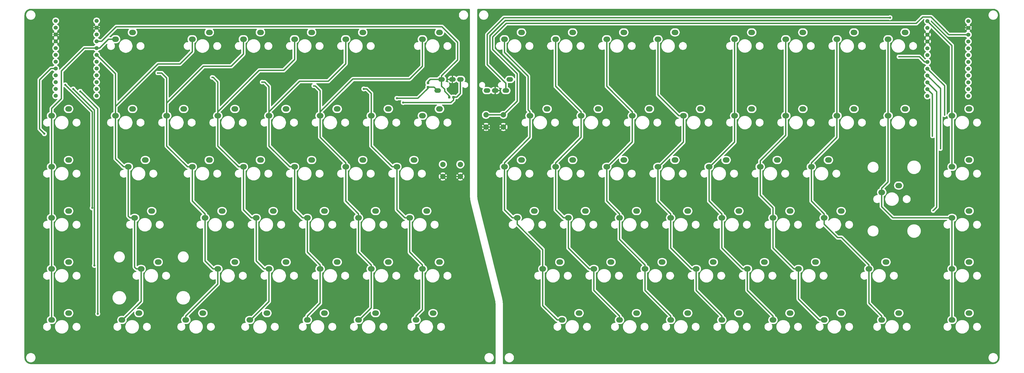
<source format=gbl>
G04 #@! TF.GenerationSoftware,KiCad,Pcbnew,(5.1.5)-3*
G04 #@! TF.CreationDate,2020-06-17T21:34:19+09:00*
G04 #@! TF.ProjectId,ProtoKeyboard,50726f74-6f4b-4657-9962-6f6172642e6b,rev?*
G04 #@! TF.SameCoordinates,Original*
G04 #@! TF.FileFunction,Copper,L2,Bot*
G04 #@! TF.FilePolarity,Positive*
%FSLAX46Y46*%
G04 Gerber Fmt 4.6, Leading zero omitted, Abs format (unit mm)*
G04 Created by KiCad (PCBNEW (5.1.5)-3) date 2020-06-17 21:34:19*
%MOMM*%
%LPD*%
G04 APERTURE LIST*
%ADD10O,2.500000X2.000000*%
%ADD11C,1.524000*%
%ADD12O,2.500000X1.700000*%
%ADD13C,0.100000*%
%ADD14C,2.000000*%
%ADD15C,0.800000*%
%ADD16C,0.600000*%
%ADD17C,0.500000*%
%ADD18C,0.152400*%
%ADD19C,0.350000*%
G04 APERTURE END LIST*
D10*
X411782700Y-124304220D03*
X405432700Y-126844220D03*
X147883950Y-57639220D03*
X141533950Y-60179220D03*
D11*
X396283800Y-53424970D03*
X396283800Y-55964970D03*
X396283800Y-58504970D03*
X396283800Y-61044970D03*
X396283800Y-63584970D03*
X396283800Y-66124970D03*
X396283800Y-68664970D03*
X396283800Y-71204970D03*
X396283800Y-73744970D03*
X396283800Y-76284970D03*
X396283800Y-78824970D03*
X396283800Y-81364970D03*
X411503800Y-81364970D03*
X411503800Y-78824970D03*
X411503800Y-76284970D03*
X411503800Y-73744970D03*
X411503800Y-71204970D03*
X411503800Y-68664970D03*
X411503800Y-66124970D03*
X411503800Y-63584970D03*
X411503800Y-61044970D03*
X411503800Y-58504970D03*
X411503800Y-55964970D03*
X411503800Y-53424970D03*
D10*
X76446450Y-86214220D03*
X70096450Y-88754220D03*
D11*
X86873800Y-53344970D03*
X86873800Y-55884970D03*
X86873800Y-58424970D03*
X86873800Y-60964970D03*
X86873800Y-63504970D03*
X86873800Y-66044970D03*
X86873800Y-68584970D03*
X86873800Y-71124970D03*
X86873800Y-73664970D03*
X86873800Y-76204970D03*
X86873800Y-78744970D03*
X86873800Y-81284970D03*
X71653800Y-81284970D03*
X71653800Y-78744970D03*
X71653800Y-76204970D03*
X71653800Y-73664970D03*
X71653800Y-71124970D03*
X71653800Y-68584970D03*
X71653800Y-66044970D03*
X71653800Y-63504970D03*
X71653800Y-60964970D03*
X71653800Y-58424970D03*
X71653800Y-55884970D03*
X71653800Y-53344970D03*
D10*
X100258950Y-57639220D03*
X93908950Y-60179220D03*
D12*
X213845200Y-79362970D03*
X215345200Y-75162970D03*
X219345200Y-75162970D03*
X222345200Y-75162970D03*
X232260880Y-79358110D03*
X235260880Y-79358110D03*
X239260880Y-79358110D03*
X240760880Y-75158110D03*
G04 #@! TA.AperFunction,SMDPad,CuDef*
D13*
G36*
X218441431Y-81338383D02*
G01*
X218462666Y-81341533D01*
X218483490Y-81346749D01*
X218503702Y-81353981D01*
X218523108Y-81363160D01*
X218541521Y-81374196D01*
X218558764Y-81386984D01*
X218574670Y-81401400D01*
X218589086Y-81417306D01*
X218601874Y-81434549D01*
X218612910Y-81452962D01*
X218622089Y-81472368D01*
X218629321Y-81492580D01*
X218634537Y-81513404D01*
X218637687Y-81534639D01*
X218638740Y-81556080D01*
X218638740Y-82068580D01*
X218637687Y-82090021D01*
X218634537Y-82111256D01*
X218629321Y-82132080D01*
X218622089Y-82152292D01*
X218612910Y-82171698D01*
X218601874Y-82190111D01*
X218589086Y-82207354D01*
X218574670Y-82223260D01*
X218558764Y-82237676D01*
X218541521Y-82250464D01*
X218523108Y-82261500D01*
X218503702Y-82270679D01*
X218483490Y-82277911D01*
X218462666Y-82283127D01*
X218441431Y-82286277D01*
X218419990Y-82287330D01*
X217982490Y-82287330D01*
X217961049Y-82286277D01*
X217939814Y-82283127D01*
X217918990Y-82277911D01*
X217898778Y-82270679D01*
X217879372Y-82261500D01*
X217860959Y-82250464D01*
X217843716Y-82237676D01*
X217827810Y-82223260D01*
X217813394Y-82207354D01*
X217800606Y-82190111D01*
X217789570Y-82171698D01*
X217780391Y-82152292D01*
X217773159Y-82132080D01*
X217767943Y-82111256D01*
X217764793Y-82090021D01*
X217763740Y-82068580D01*
X217763740Y-81556080D01*
X217764793Y-81534639D01*
X217767943Y-81513404D01*
X217773159Y-81492580D01*
X217780391Y-81472368D01*
X217789570Y-81452962D01*
X217800606Y-81434549D01*
X217813394Y-81417306D01*
X217827810Y-81401400D01*
X217843716Y-81386984D01*
X217860959Y-81374196D01*
X217879372Y-81363160D01*
X217898778Y-81353981D01*
X217918990Y-81346749D01*
X217939814Y-81341533D01*
X217961049Y-81338383D01*
X217982490Y-81337330D01*
X218419990Y-81337330D01*
X218441431Y-81338383D01*
G37*
G04 #@! TD.AperFunction*
G04 #@! TA.AperFunction,SMDPad,CuDef*
G36*
X220016431Y-81338383D02*
G01*
X220037666Y-81341533D01*
X220058490Y-81346749D01*
X220078702Y-81353981D01*
X220098108Y-81363160D01*
X220116521Y-81374196D01*
X220133764Y-81386984D01*
X220149670Y-81401400D01*
X220164086Y-81417306D01*
X220176874Y-81434549D01*
X220187910Y-81452962D01*
X220197089Y-81472368D01*
X220204321Y-81492580D01*
X220209537Y-81513404D01*
X220212687Y-81534639D01*
X220213740Y-81556080D01*
X220213740Y-82068580D01*
X220212687Y-82090021D01*
X220209537Y-82111256D01*
X220204321Y-82132080D01*
X220197089Y-82152292D01*
X220187910Y-82171698D01*
X220176874Y-82190111D01*
X220164086Y-82207354D01*
X220149670Y-82223260D01*
X220133764Y-82237676D01*
X220116521Y-82250464D01*
X220098108Y-82261500D01*
X220078702Y-82270679D01*
X220058490Y-82277911D01*
X220037666Y-82283127D01*
X220016431Y-82286277D01*
X219994990Y-82287330D01*
X219557490Y-82287330D01*
X219536049Y-82286277D01*
X219514814Y-82283127D01*
X219493990Y-82277911D01*
X219473778Y-82270679D01*
X219454372Y-82261500D01*
X219435959Y-82250464D01*
X219418716Y-82237676D01*
X219402810Y-82223260D01*
X219388394Y-82207354D01*
X219375606Y-82190111D01*
X219364570Y-82171698D01*
X219355391Y-82152292D01*
X219348159Y-82132080D01*
X219342943Y-82111256D01*
X219339793Y-82090021D01*
X219338740Y-82068580D01*
X219338740Y-81556080D01*
X219339793Y-81534639D01*
X219342943Y-81513404D01*
X219348159Y-81492580D01*
X219355391Y-81472368D01*
X219364570Y-81452962D01*
X219375606Y-81434549D01*
X219388394Y-81417306D01*
X219402810Y-81401400D01*
X219418716Y-81386984D01*
X219435959Y-81374196D01*
X219454372Y-81363160D01*
X219473778Y-81353981D01*
X219493990Y-81346749D01*
X219514814Y-81341533D01*
X219536049Y-81338383D01*
X219557490Y-81337330D01*
X219994990Y-81337330D01*
X220016431Y-81338383D01*
G37*
G04 #@! TD.AperFunction*
G04 #@! TA.AperFunction,SMDPad,CuDef*
G36*
X210574651Y-77616883D02*
G01*
X210595886Y-77620033D01*
X210616710Y-77625249D01*
X210636922Y-77632481D01*
X210656328Y-77641660D01*
X210674741Y-77652696D01*
X210691984Y-77665484D01*
X210707890Y-77679900D01*
X210722306Y-77695806D01*
X210735094Y-77713049D01*
X210746130Y-77731462D01*
X210755309Y-77750868D01*
X210762541Y-77771080D01*
X210767757Y-77791904D01*
X210770907Y-77813139D01*
X210771960Y-77834580D01*
X210771960Y-78272080D01*
X210770907Y-78293521D01*
X210767757Y-78314756D01*
X210762541Y-78335580D01*
X210755309Y-78355792D01*
X210746130Y-78375198D01*
X210735094Y-78393611D01*
X210722306Y-78410854D01*
X210707890Y-78426760D01*
X210691984Y-78441176D01*
X210674741Y-78453964D01*
X210656328Y-78465000D01*
X210636922Y-78474179D01*
X210616710Y-78481411D01*
X210595886Y-78486627D01*
X210574651Y-78489777D01*
X210553210Y-78490830D01*
X210040710Y-78490830D01*
X210019269Y-78489777D01*
X209998034Y-78486627D01*
X209977210Y-78481411D01*
X209956998Y-78474179D01*
X209937592Y-78465000D01*
X209919179Y-78453964D01*
X209901936Y-78441176D01*
X209886030Y-78426760D01*
X209871614Y-78410854D01*
X209858826Y-78393611D01*
X209847790Y-78375198D01*
X209838611Y-78355792D01*
X209831379Y-78335580D01*
X209826163Y-78314756D01*
X209823013Y-78293521D01*
X209821960Y-78272080D01*
X209821960Y-77834580D01*
X209823013Y-77813139D01*
X209826163Y-77791904D01*
X209831379Y-77771080D01*
X209838611Y-77750868D01*
X209847790Y-77731462D01*
X209858826Y-77713049D01*
X209871614Y-77695806D01*
X209886030Y-77679900D01*
X209901936Y-77665484D01*
X209919179Y-77652696D01*
X209937592Y-77641660D01*
X209956998Y-77632481D01*
X209977210Y-77625249D01*
X209998034Y-77620033D01*
X210019269Y-77616883D01*
X210040710Y-77615830D01*
X210553210Y-77615830D01*
X210574651Y-77616883D01*
G37*
G04 #@! TD.AperFunction*
G04 #@! TA.AperFunction,SMDPad,CuDef*
G36*
X210574651Y-76041883D02*
G01*
X210595886Y-76045033D01*
X210616710Y-76050249D01*
X210636922Y-76057481D01*
X210656328Y-76066660D01*
X210674741Y-76077696D01*
X210691984Y-76090484D01*
X210707890Y-76104900D01*
X210722306Y-76120806D01*
X210735094Y-76138049D01*
X210746130Y-76156462D01*
X210755309Y-76175868D01*
X210762541Y-76196080D01*
X210767757Y-76216904D01*
X210770907Y-76238139D01*
X210771960Y-76259580D01*
X210771960Y-76697080D01*
X210770907Y-76718521D01*
X210767757Y-76739756D01*
X210762541Y-76760580D01*
X210755309Y-76780792D01*
X210746130Y-76800198D01*
X210735094Y-76818611D01*
X210722306Y-76835854D01*
X210707890Y-76851760D01*
X210691984Y-76866176D01*
X210674741Y-76878964D01*
X210656328Y-76890000D01*
X210636922Y-76899179D01*
X210616710Y-76906411D01*
X210595886Y-76911627D01*
X210574651Y-76914777D01*
X210553210Y-76915830D01*
X210040710Y-76915830D01*
X210019269Y-76914777D01*
X209998034Y-76911627D01*
X209977210Y-76906411D01*
X209956998Y-76899179D01*
X209937592Y-76890000D01*
X209919179Y-76878964D01*
X209901936Y-76866176D01*
X209886030Y-76851760D01*
X209871614Y-76835854D01*
X209858826Y-76818611D01*
X209847790Y-76800198D01*
X209838611Y-76780792D01*
X209831379Y-76760580D01*
X209826163Y-76739756D01*
X209823013Y-76718521D01*
X209821960Y-76697080D01*
X209821960Y-76259580D01*
X209823013Y-76238139D01*
X209826163Y-76216904D01*
X209831379Y-76196080D01*
X209838611Y-76175868D01*
X209847790Y-76156462D01*
X209858826Y-76138049D01*
X209871614Y-76120806D01*
X209886030Y-76104900D01*
X209901936Y-76090484D01*
X209919179Y-76077696D01*
X209937592Y-76066660D01*
X209956998Y-76057481D01*
X209977210Y-76050249D01*
X209998034Y-76045033D01*
X210019269Y-76041883D01*
X210040710Y-76040830D01*
X210553210Y-76040830D01*
X210574651Y-76041883D01*
G37*
G04 #@! TD.AperFunction*
D10*
X122483950Y-60179220D03*
X128833950Y-57639220D03*
X160583950Y-60179220D03*
X166933950Y-57639220D03*
X185983950Y-57639220D03*
X179633950Y-60179220D03*
X208208950Y-60179220D03*
X214558950Y-57639220D03*
X93908950Y-88754220D03*
X100258950Y-86214220D03*
X119308950Y-86214220D03*
X112958950Y-88754220D03*
X138358950Y-86214220D03*
X132008950Y-88754220D03*
X151058950Y-88754220D03*
X157408950Y-86214220D03*
X176458950Y-86214220D03*
X170108950Y-88754220D03*
X189158950Y-88754220D03*
X195508950Y-86214220D03*
X214558950Y-86214220D03*
X208208950Y-88754220D03*
X70096450Y-107804220D03*
X76446450Y-105264220D03*
X105021450Y-105264220D03*
X98671450Y-107804220D03*
X122483950Y-107804220D03*
X128833950Y-105264220D03*
X141533950Y-107804220D03*
X147883950Y-105264220D03*
X160583950Y-107804220D03*
X166933950Y-105264220D03*
X185983950Y-105264220D03*
X179633950Y-107804220D03*
X198683950Y-107804220D03*
X205033950Y-105264220D03*
X70096450Y-126854220D03*
X76446450Y-124314220D03*
X107402700Y-124314220D03*
X101052700Y-126854220D03*
X127246450Y-126854220D03*
X133596450Y-124314220D03*
X152646450Y-124314220D03*
X146296450Y-126854220D03*
X165346450Y-126854220D03*
X171696450Y-124314220D03*
X190746450Y-124314220D03*
X184396450Y-126854220D03*
X209796450Y-124314220D03*
X203446450Y-126854220D03*
X70096450Y-145904220D03*
X76446450Y-143364220D03*
X109783950Y-143364220D03*
X103433950Y-145904220D03*
X132008950Y-145904220D03*
X138358950Y-143364220D03*
X157408950Y-143364220D03*
X151058950Y-145904220D03*
X170108950Y-145904220D03*
X176458950Y-143364220D03*
X195508950Y-143364220D03*
X189158950Y-145904220D03*
X208208950Y-145904220D03*
X214558950Y-143364220D03*
X76446450Y-162414220D03*
X70096450Y-164954220D03*
X96290200Y-164954220D03*
X102640200Y-162414220D03*
X126452700Y-162414220D03*
X120102700Y-164954220D03*
X143915200Y-164954220D03*
X150265200Y-162414220D03*
X171696450Y-162414220D03*
X165346450Y-164954220D03*
X184396450Y-164954220D03*
X190746450Y-162414220D03*
X212177700Y-162414220D03*
X205827700Y-164954220D03*
D14*
X222325200Y-111407970D03*
X215825200Y-111407970D03*
X215825200Y-106907970D03*
X222325200Y-106907970D03*
D10*
X238745200Y-60169220D03*
X245095200Y-57629220D03*
X264145200Y-57629220D03*
X257795200Y-60169220D03*
X276845200Y-60169220D03*
X283195200Y-57629220D03*
X295895200Y-60169220D03*
X302245200Y-57629220D03*
X324470200Y-60169220D03*
X330820200Y-57629220D03*
X349870200Y-57629220D03*
X343520200Y-60169220D03*
X368920200Y-57629220D03*
X362570200Y-60169220D03*
X387970200Y-57629220D03*
X381620200Y-60169220D03*
X254620200Y-86204220D03*
X248270200Y-88744220D03*
X267320200Y-88744220D03*
X273670200Y-86204220D03*
X292720200Y-86204220D03*
X286370200Y-88744220D03*
X311770200Y-86204220D03*
X305420200Y-88744220D03*
X330820200Y-86204220D03*
X324470200Y-88744220D03*
X349870200Y-86204220D03*
X343520200Y-88744220D03*
X368920200Y-86204220D03*
X362570200Y-88744220D03*
X387970200Y-86204220D03*
X381620200Y-88744220D03*
X411782700Y-86204220D03*
X405432700Y-88744220D03*
X245095200Y-105254220D03*
X238745200Y-107794220D03*
X257795200Y-107794220D03*
X264145200Y-105254220D03*
X276845200Y-107794220D03*
X283195200Y-105254220D03*
X295895200Y-107794220D03*
X302245200Y-105254220D03*
X314945200Y-107794220D03*
X321295200Y-105254220D03*
X333995200Y-107794220D03*
X340345200Y-105254220D03*
X353045200Y-107794220D03*
X359395200Y-105254220D03*
X379238950Y-117319220D03*
X385588950Y-114779220D03*
X405432700Y-107794220D03*
X411782700Y-105254220D03*
X243507700Y-126844220D03*
X249857700Y-124304220D03*
X268907700Y-124304220D03*
X262557700Y-126844220D03*
X281607700Y-126844220D03*
X287957700Y-124304220D03*
X300657700Y-126844220D03*
X307007700Y-124304220D03*
X326057700Y-124304220D03*
X319707700Y-126844220D03*
X338757700Y-126844220D03*
X345107700Y-124304220D03*
X364157700Y-124304220D03*
X357807700Y-126844220D03*
X259382700Y-143354220D03*
X253032700Y-145894220D03*
X272082700Y-145894220D03*
X278432700Y-143354220D03*
X297482700Y-143354220D03*
X291132700Y-145894220D03*
X310182700Y-145894220D03*
X316532700Y-143354220D03*
X335582700Y-143354220D03*
X329232700Y-145894220D03*
X348282700Y-145894220D03*
X354632700Y-143354220D03*
X374476450Y-145894220D03*
X380826450Y-143354220D03*
X405432700Y-145894220D03*
X411782700Y-143354220D03*
X266526450Y-162404220D03*
X260176450Y-164944220D03*
X281607700Y-164944220D03*
X287957700Y-162404220D03*
X307007700Y-162404220D03*
X300657700Y-164944220D03*
X326057700Y-162404220D03*
X319707700Y-164944220D03*
X338757700Y-164944220D03*
X345107700Y-162404220D03*
X364157700Y-162404220D03*
X357807700Y-164944220D03*
X379238950Y-164944220D03*
X385588950Y-162404220D03*
X405432700Y-164944220D03*
X411782700Y-162404220D03*
D14*
X238378000Y-92916770D03*
X231878000Y-92916770D03*
X231878000Y-88416770D03*
X238378000Y-88416770D03*
D15*
X67437200Y-95441970D03*
X85240290Y-123127970D03*
X75184200Y-77217470D03*
X86042700Y-144590970D03*
X78168696Y-78741470D03*
X87312700Y-162624970D03*
X80772200Y-79630470D03*
D16*
X62547700Y-60262970D03*
X62547700Y-71692970D03*
X62547700Y-83122970D03*
X62547700Y-95822970D03*
X62547700Y-107252970D03*
X62547700Y-118682970D03*
X62547700Y-131382970D03*
X62547700Y-145352970D03*
X62547700Y-160592970D03*
X62547700Y-172022970D03*
X68897700Y-177102970D03*
X81597700Y-177102970D03*
X99377700Y-177102970D03*
X115887700Y-177102970D03*
X134937700Y-177102970D03*
X157797700Y-177102970D03*
X176847700Y-177102970D03*
X193357700Y-177102970D03*
X211137700Y-177102970D03*
X225107700Y-177102970D03*
X225107700Y-161862970D03*
X225107700Y-147892970D03*
X225107700Y-132652970D03*
X221297700Y-122492970D03*
X215825200Y-111407970D03*
X204787700Y-156782970D03*
X183197700Y-156782970D03*
X183197700Y-156782970D03*
X160337700Y-156782970D03*
X141287700Y-156782970D03*
X113347700Y-156782970D03*
X79057700Y-154242970D03*
X79057700Y-135192970D03*
X110807700Y-137732970D03*
X136207700Y-137732970D03*
X155257700Y-137732970D03*
X174307700Y-137732970D03*
X193357700Y-137732970D03*
X212407700Y-137732970D03*
X208597700Y-118682970D03*
X188277700Y-118682970D03*
X170497700Y-118682970D03*
X151447700Y-118682970D03*
X132397700Y-118682970D03*
X108267700Y-118682970D03*
X80327700Y-117412970D03*
X67627700Y-100902970D03*
X80327700Y-100902970D03*
X103187700Y-100902970D03*
X122237700Y-100902970D03*
X141287700Y-100902970D03*
X160337700Y-100902970D03*
X179387700Y-100902970D03*
X198437700Y-100902970D03*
X217487700Y-100902970D03*
X217487700Y-69152970D03*
X189547700Y-69152970D03*
X170497700Y-69152970D03*
X151447700Y-69152970D03*
X132397700Y-69152970D03*
X103187700Y-67882970D03*
X114617700Y-60262970D03*
X114617700Y-51372970D03*
X128587700Y-51372970D03*
X146367700Y-51372970D03*
X166687700Y-51372970D03*
X185737700Y-51372970D03*
X208597700Y-51372970D03*
X218757700Y-51372970D03*
X385635700Y-66739970D03*
X402653700Y-88456970D03*
X401129700Y-101029970D03*
X398399199Y-124143970D03*
X398145200Y-96330970D03*
D15*
X198691700Y-82233970D03*
X201041200Y-83821470D03*
D16*
X109601200Y-72772470D03*
X129857700Y-74423470D03*
X148463200Y-76201470D03*
X167703700Y-77598470D03*
D15*
X186360000Y-78728770D03*
D16*
X420687700Y-56452970D03*
X420687700Y-65342970D03*
X420687700Y-72962970D03*
X420687700Y-83122970D03*
X420687700Y-93282970D03*
X420687700Y-103442970D03*
X420687700Y-113602970D03*
X420687700Y-125032970D03*
X420687700Y-139002970D03*
X420687700Y-150432970D03*
X420687700Y-160592970D03*
X420687700Y-170752970D03*
X414337700Y-175832970D03*
X401637700Y-175832970D03*
X387667700Y-175832970D03*
X374967700Y-175832970D03*
X359727700Y-175832970D03*
X343217700Y-175832970D03*
X327977700Y-175832970D03*
X311467700Y-175832970D03*
X298767700Y-175832970D03*
X280987700Y-175832970D03*
X264477700Y-175832970D03*
X249237700Y-175832970D03*
X242887700Y-170752970D03*
X242887700Y-160592970D03*
X242887700Y-150432970D03*
X239077700Y-141542970D03*
X235267700Y-133922970D03*
X232727700Y-127572970D03*
X231457700Y-119952970D03*
X231457700Y-113602970D03*
X231457700Y-104712970D03*
X232727700Y-97092970D03*
X255587700Y-155512970D03*
X278447700Y-155512970D03*
X296227700Y-155512970D03*
X315277700Y-155512970D03*
X334327700Y-155512970D03*
X352107700Y-155512970D03*
X378777700Y-155512970D03*
X409257700Y-155512970D03*
X409257700Y-136462970D03*
X360997700Y-136462970D03*
X343217700Y-136462970D03*
X324167700Y-136462970D03*
X305117700Y-136462970D03*
X286067700Y-136462970D03*
X267017700Y-136462970D03*
X246697700Y-136462970D03*
X242887700Y-116142970D03*
X261937700Y-116142970D03*
X280987700Y-116142970D03*
X300037700Y-116142970D03*
X319087700Y-116142970D03*
X338137700Y-116142970D03*
X357187700Y-116142970D03*
X367347700Y-121222970D03*
X381317700Y-128842970D03*
X395287700Y-123762970D03*
X409257700Y-114872970D03*
X409257700Y-100902970D03*
X385127700Y-97092970D03*
X366077700Y-97092970D03*
X347027700Y-97092970D03*
X327977700Y-97092970D03*
X308927700Y-97092970D03*
X289877700Y-97092970D03*
X270827700Y-97092970D03*
X251777700Y-97092970D03*
X230187700Y-65342970D03*
X230187700Y-55182970D03*
X233997700Y-51372970D03*
X242887700Y-50102970D03*
X250507700Y-50102970D03*
X259397700Y-50102970D03*
X269557700Y-50102970D03*
X279717700Y-50102970D03*
X288607700Y-50102970D03*
X297497700Y-50102970D03*
X307657700Y-50102970D03*
X316547700Y-50102970D03*
X325437700Y-50102970D03*
X335597700Y-50102970D03*
X347027700Y-50102970D03*
X358457700Y-50102970D03*
X369887700Y-50102970D03*
X382587700Y-50102970D03*
X390207700Y-50102970D03*
X416877700Y-51372970D03*
X341947700Y-81852970D03*
X358457700Y-79312970D03*
X350837700Y-79312970D03*
X358457700Y-70422970D03*
X345757700Y-79312970D03*
X340677700Y-78042970D03*
X333057700Y-69152970D03*
X305117700Y-75502970D03*
X237807700Y-69152970D03*
X293687700Y-75502970D03*
X274637700Y-75502970D03*
X278447700Y-75502970D03*
X270827700Y-71692970D03*
X255587700Y-71692970D03*
X244157700Y-67882970D03*
X364807700Y-70422970D03*
X322897700Y-69152970D03*
X376237700Y-70422970D03*
X386397700Y-70422970D03*
X232727700Y-72962970D03*
X320357700Y-76772970D03*
D15*
X382333700Y-52134970D03*
D17*
X65659200Y-93663970D02*
X67437200Y-95441970D01*
X65659200Y-75312470D02*
X65659200Y-93663970D01*
X71653800Y-71124970D02*
X69846700Y-71124970D01*
X69846700Y-71124970D02*
X65659200Y-75312470D01*
X75584199Y-77617469D02*
X75184200Y-77217470D01*
X85240290Y-87273560D02*
X75584199Y-77617469D01*
X85240290Y-123127970D02*
X85240290Y-87273560D01*
X86042700Y-144590970D02*
X86042700Y-86615474D01*
X78568695Y-79141469D02*
X78168696Y-78741470D01*
X86042700Y-86615474D02*
X78568695Y-79141469D01*
X81172199Y-80030469D02*
X80772200Y-79630470D01*
X87312700Y-162624970D02*
X87312700Y-86170970D01*
X87312700Y-86170970D02*
X81172199Y-80030469D01*
X219345200Y-73137470D02*
X219345200Y-75162970D01*
X219773700Y-72708970D02*
X219345200Y-73137470D01*
X222199200Y-72708970D02*
X219773700Y-72708970D01*
X223710700Y-71197470D02*
X222199200Y-72708970D01*
X84606020Y-55884970D02*
X86873800Y-55884970D01*
X84602520Y-55881470D02*
X84606020Y-55884970D01*
X80264200Y-55881470D02*
X84602520Y-55881470D01*
X71653800Y-58424970D02*
X77720700Y-58424970D01*
X77720700Y-58424970D02*
X80264200Y-55881470D01*
X217239413Y-111407970D02*
X222325200Y-111407970D01*
X215825200Y-111407970D02*
X217239413Y-111407970D01*
X222325200Y-111407970D02*
X224880000Y-108853170D01*
X224880000Y-108853170D02*
X224880000Y-79718470D01*
X224880000Y-79718470D02*
X225590300Y-79008170D01*
X225590300Y-73077070D02*
X223710700Y-71197470D01*
X225590300Y-79008170D02*
X225590300Y-73077070D01*
X86873800Y-55884970D02*
X88551260Y-55884970D01*
X90708680Y-53727550D02*
X217124480Y-53727550D01*
X88551260Y-55884970D02*
X90708680Y-53727550D01*
X223743720Y-71164450D02*
X223710700Y-71197470D01*
X223743720Y-60346790D02*
X223743720Y-71164450D01*
D18*
X71653800Y-58424970D02*
X64385700Y-58424970D01*
X64385700Y-58424970D02*
X62547700Y-60262970D01*
X62547700Y-71692970D02*
X62547700Y-83122970D01*
X62547700Y-95822970D02*
X62547700Y-107252970D01*
X62547700Y-118682970D02*
X62547700Y-131382970D01*
X62547700Y-145352970D02*
X62547700Y-160592970D01*
X62547700Y-172022970D02*
X63817700Y-172022970D01*
X63817700Y-172022970D02*
X68897700Y-177102970D01*
X81597700Y-177102970D02*
X99377700Y-177102970D01*
X115887700Y-177102970D02*
X134937700Y-177102970D01*
X134937700Y-177102970D02*
X157797700Y-177102970D01*
X176847700Y-177102970D02*
X193357700Y-177102970D01*
X211137700Y-177102970D02*
X225107700Y-177102970D01*
X225107700Y-161862970D02*
X225107700Y-147892970D01*
X225107700Y-132652970D02*
X225107700Y-126302970D01*
X225107700Y-126302970D02*
X221297700Y-122492970D01*
X62547700Y-107252970D02*
X62547700Y-105982970D01*
X62547700Y-105982970D02*
X67627700Y-100902970D01*
X217487700Y-100902970D02*
X217487700Y-103442970D01*
X217487700Y-103442970D02*
X218757700Y-104712970D01*
X218757700Y-107840470D02*
X222325200Y-111407970D01*
X218757700Y-104712970D02*
X218757700Y-107840470D01*
X103187700Y-67882970D02*
X106997700Y-67882970D01*
X106997700Y-67882970D02*
X114617700Y-60262970D01*
X128587700Y-51372970D02*
X146367700Y-51372970D01*
X166687700Y-51372970D02*
X185737700Y-51372970D01*
X208597700Y-51372970D02*
X218757700Y-51372970D01*
X218757700Y-55182970D02*
X218668800Y-55271870D01*
X218757700Y-51372970D02*
X218757700Y-55182970D01*
D17*
X217124480Y-53727550D02*
X218668800Y-55271870D01*
X218668800Y-55271870D02*
X223743720Y-60346790D01*
X393281170Y-66739970D02*
X385635700Y-66739970D01*
X396283800Y-68664970D02*
X395206170Y-68664970D01*
X395206170Y-68664970D02*
X393281170Y-66739970D01*
X402653700Y-77574870D02*
X402653700Y-88032706D01*
X402653700Y-88032706D02*
X402653700Y-88456970D01*
X396283800Y-71204970D02*
X402653700Y-77574870D01*
X396283800Y-73744970D02*
X401129700Y-78590870D01*
X401129700Y-100605706D02*
X401129700Y-101029970D01*
X401129700Y-78590870D02*
X401129700Y-100605706D01*
X396283800Y-76284970D02*
X399732700Y-79733870D01*
X399732700Y-122810469D02*
X398699198Y-123843971D01*
X398699198Y-123843971D02*
X398399199Y-124143970D01*
X399732700Y-79733870D02*
X399732700Y-122810469D01*
X398145200Y-80686370D02*
X398145200Y-96330970D01*
X396283800Y-78824970D02*
X398145200Y-80686370D01*
X212535560Y-78053330D02*
X213845200Y-79362970D01*
X210296960Y-78053330D02*
X212535560Y-78053330D01*
X210296960Y-78490830D02*
X210296960Y-78053330D01*
X206553820Y-82233970D02*
X210296960Y-78490830D01*
X198691700Y-82233970D02*
X206553820Y-82233970D01*
X218201240Y-81337330D02*
X216471700Y-79607790D01*
X218201240Y-81812330D02*
X218201240Y-81337330D01*
X216471700Y-79607790D02*
X216471700Y-78835450D01*
X215345200Y-77708950D02*
X215345200Y-75162970D01*
X216471700Y-78835450D02*
X215345200Y-77708950D01*
X211174820Y-75162970D02*
X213595200Y-75162970D01*
X210296960Y-76040830D02*
X211174820Y-75162970D01*
X213595200Y-75162970D02*
X215345200Y-75162970D01*
X210296960Y-76478330D02*
X210296960Y-76040830D01*
X94170700Y-55563970D02*
X88769700Y-60964970D01*
X215345200Y-73812970D02*
X221297700Y-67860470D01*
X215526820Y-55563970D02*
X94170700Y-55563970D01*
X215345200Y-75162970D02*
X215345200Y-73812970D01*
X88769700Y-60964970D02*
X86873800Y-60964970D01*
X221297700Y-61334850D02*
X215526820Y-55563970D01*
X221297700Y-67860470D02*
X221297700Y-61334850D01*
X218821200Y-83821470D02*
X201606885Y-83821470D01*
X201606885Y-83821470D02*
X201041200Y-83821470D01*
X219776240Y-81812330D02*
X219776240Y-82866430D01*
X219776240Y-82866430D02*
X218821200Y-83821470D01*
X222345200Y-76512970D02*
X222345200Y-75162970D01*
X222345200Y-80424470D02*
X222345200Y-76512970D01*
X219776240Y-81812330D02*
X220957340Y-81812330D01*
X220957340Y-81812330D02*
X222345200Y-80424470D01*
X70096450Y-90912218D02*
X70096450Y-88754220D01*
X70096450Y-164954220D02*
X70096450Y-90912218D01*
X82292700Y-63504970D02*
X86873800Y-63504970D01*
X73723700Y-72073970D02*
X82292700Y-63504970D01*
X73723700Y-82360970D02*
X73723700Y-72073970D01*
X70096450Y-88754220D02*
X70096450Y-85988220D01*
X70096450Y-85988220D02*
X73723700Y-82360970D01*
X92158950Y-60179220D02*
X93908950Y-60179220D01*
X87951430Y-63504970D02*
X91277180Y-60179220D01*
X91277180Y-60179220D02*
X92158950Y-60179220D01*
X86873800Y-63504970D02*
X87951430Y-63504970D01*
X93908950Y-104791720D02*
X96921450Y-107804220D01*
X96921450Y-107804220D02*
X98671450Y-107804220D01*
X93908950Y-88754220D02*
X93908950Y-104791720D01*
X99302700Y-126854220D02*
X101052700Y-126854220D01*
X98671450Y-126222970D02*
X99302700Y-126854220D01*
X98671450Y-107804220D02*
X98671450Y-126222970D01*
X101683950Y-145904220D02*
X103433950Y-145904220D01*
X101052700Y-145272970D02*
X101683950Y-145904220D01*
X101052700Y-126854220D02*
X101052700Y-145272970D01*
X96540200Y-164954220D02*
X96290200Y-164954220D01*
X103433950Y-158060470D02*
X96540200Y-164954220D01*
X103433950Y-145904220D02*
X103433950Y-158060470D01*
X93908950Y-73080120D02*
X86873800Y-66044970D01*
X93908950Y-88754220D02*
X93908950Y-73080120D01*
X117919700Y-69406970D02*
X122483950Y-64842720D01*
X109728200Y-69406970D02*
X117919700Y-69406970D01*
X93908950Y-88754220D02*
X93908950Y-85226220D01*
X122483950Y-64842720D02*
X122483950Y-60179220D01*
X93908950Y-85226220D02*
X109728200Y-69406970D01*
X132008950Y-147404220D02*
X132008950Y-145904220D01*
X132008950Y-151547970D02*
X132008950Y-147404220D01*
X120102700Y-163454220D02*
X132008950Y-151547970D01*
X120102700Y-164954220D02*
X120102700Y-163454220D01*
X130258950Y-145904220D02*
X132008950Y-145904220D01*
X127246450Y-142891720D02*
X130258950Y-145904220D01*
X127246450Y-126854220D02*
X127246450Y-142891720D01*
X122483950Y-120591720D02*
X122483950Y-107539860D01*
X127246450Y-126854220D02*
X127246450Y-125354220D01*
X127246450Y-125354220D02*
X122483950Y-120591720D01*
X112958950Y-100029220D02*
X112958950Y-88754220D01*
X122483950Y-107804220D02*
X120733950Y-107804220D01*
X120733950Y-107804220D02*
X112958950Y-100029220D01*
X126682700Y-70295970D02*
X112958950Y-84019720D01*
X112958950Y-84019720D02*
X112958950Y-88754220D01*
X141533950Y-60179220D02*
X141533950Y-65731720D01*
X136969700Y-70295970D02*
X126682700Y-70295970D01*
X141533950Y-65731720D02*
X136969700Y-70295970D01*
X112958950Y-74669720D02*
X112958950Y-87254220D01*
X109601200Y-72772470D02*
X111061700Y-72772470D01*
X112958950Y-87254220D02*
X112958950Y-88754220D01*
X111061700Y-72772470D02*
X112958950Y-74669720D01*
X139783950Y-107804220D02*
X141533950Y-107804220D01*
X132008950Y-100029220D02*
X139783950Y-107804220D01*
X132008950Y-88754220D02*
X132008950Y-100029220D01*
X144546450Y-126854220D02*
X146296450Y-126854220D01*
X141533950Y-123841720D02*
X144546450Y-126854220D01*
X141533950Y-107804220D02*
X141533950Y-123841720D01*
X149308950Y-145904220D02*
X151058950Y-145904220D01*
X146296450Y-142891720D02*
X149308950Y-145904220D01*
X146296450Y-126854220D02*
X146296450Y-142891720D01*
X144165200Y-164954220D02*
X143915200Y-164954220D01*
X151058950Y-158060470D02*
X144165200Y-164954220D01*
X151058950Y-145904220D02*
X151058950Y-158060470D01*
X132008950Y-76150456D02*
X132008950Y-87254220D01*
X130281964Y-74423470D02*
X132008950Y-76150456D01*
X132008950Y-87254220D02*
X132008950Y-88754220D01*
X129857700Y-74423470D02*
X130281964Y-74423470D01*
X160583950Y-67763720D02*
X160583950Y-60179220D01*
X156527700Y-71819970D02*
X160583950Y-67763720D01*
X132008950Y-87254220D02*
X147443200Y-71819970D01*
X147443200Y-71819970D02*
X156527700Y-71819970D01*
X151058950Y-87254220D02*
X162457140Y-75856030D01*
X162457140Y-75856030D02*
X173129140Y-75856030D01*
X179633950Y-69351220D02*
X179633950Y-60179220D01*
X173129140Y-75856030D02*
X179633950Y-69351220D01*
X170108950Y-147404220D02*
X170108950Y-145904220D01*
X165346450Y-163454220D02*
X170108950Y-158691720D01*
X170108950Y-158691720D02*
X170108950Y-147404220D01*
X165346450Y-164954220D02*
X165346450Y-163454220D01*
X165346450Y-139641720D02*
X165346450Y-128354220D01*
X165346450Y-128354220D02*
X165346450Y-126854220D01*
X170108950Y-144404220D02*
X165346450Y-139641720D01*
X170108950Y-145904220D02*
X170108950Y-144404220D01*
X158833950Y-107804220D02*
X160583950Y-107804220D01*
X151058950Y-100029220D02*
X158833950Y-107804220D01*
X151058950Y-88754220D02*
X151058950Y-100029220D01*
X163596450Y-126854220D02*
X165346450Y-126854220D01*
X160583950Y-123841720D02*
X163596450Y-126854220D01*
X160583950Y-107804220D02*
X160583950Y-123841720D01*
X151058950Y-87254220D02*
X151058950Y-88754220D01*
X151058950Y-77844720D02*
X151058950Y-87254220D01*
X148463200Y-76201470D02*
X149415700Y-76201470D01*
X149415700Y-76201470D02*
X151058950Y-77844720D01*
X170108950Y-87254220D02*
X182314860Y-75048310D01*
X170108950Y-88754220D02*
X170108950Y-87254220D01*
X182314860Y-75048310D02*
X203436420Y-75048310D01*
X208208950Y-70275780D02*
X208208950Y-60179220D01*
X203436420Y-75048310D02*
X208208950Y-70275780D01*
X184646450Y-164954220D02*
X184396450Y-164954220D01*
X189158950Y-160441720D02*
X184646450Y-164954220D01*
X189158950Y-145904220D02*
X189158950Y-160441720D01*
X184396450Y-128354220D02*
X184396450Y-126854220D01*
X184396450Y-139641720D02*
X184396450Y-128354220D01*
X189158950Y-144404220D02*
X184396450Y-139641720D01*
X189158950Y-145904220D02*
X189158950Y-144404220D01*
X179633950Y-109304220D02*
X179633950Y-107804220D01*
X184396450Y-125354220D02*
X179633950Y-120591720D01*
X179633950Y-120591720D02*
X179633950Y-109304220D01*
X184396450Y-126854220D02*
X184396450Y-125354220D01*
X179633950Y-106304220D02*
X170108950Y-96779220D01*
X170108950Y-90254220D02*
X170108950Y-88754220D01*
X170108950Y-96779220D02*
X170108950Y-90254220D01*
X179633950Y-107804220D02*
X179633950Y-106304220D01*
X168338700Y-77598470D02*
X167703700Y-77598470D01*
X170108950Y-88754220D02*
X170108950Y-79368720D01*
X170108950Y-79368720D02*
X168338700Y-77598470D01*
X208208950Y-147404220D02*
X208208950Y-145904220D01*
X208208950Y-161072970D02*
X208208950Y-147404220D01*
X205827700Y-163454220D02*
X208208950Y-161072970D01*
X205827700Y-164954220D02*
X205827700Y-163454220D01*
X203446450Y-139641720D02*
X203446450Y-128354220D01*
X203446450Y-128354220D02*
X203446450Y-126854220D01*
X208208950Y-144404220D02*
X203446450Y-139641720D01*
X208208950Y-145904220D02*
X208208950Y-144404220D01*
X201696450Y-126854220D02*
X203446450Y-126854220D01*
X198683950Y-123841720D02*
X201696450Y-126854220D01*
X198683950Y-107804220D02*
X198683950Y-123841720D01*
X189158950Y-100029220D02*
X189158950Y-90254220D01*
X196933950Y-107804220D02*
X189158950Y-100029220D01*
X189158950Y-90254220D02*
X189158950Y-88754220D01*
X198683950Y-107804220D02*
X196933950Y-107804220D01*
X189158950Y-81527720D02*
X189158950Y-88754220D01*
X189158950Y-80397420D02*
X189158950Y-81527720D01*
X186360000Y-78728770D02*
X187490300Y-78728770D01*
X187490300Y-78728770D02*
X189158950Y-80397420D01*
X248270200Y-87244220D02*
X247586700Y-86560720D01*
X248270200Y-88744220D02*
X248270200Y-87244220D01*
X247586700Y-86560720D02*
X247586700Y-73978970D01*
X247586700Y-73978970D02*
X238745200Y-65137470D01*
X248270200Y-90244220D02*
X248270200Y-88744220D01*
X248270200Y-96769220D02*
X248270200Y-90244220D01*
X238745200Y-106294220D02*
X248270200Y-96769220D01*
X238745200Y-107794220D02*
X238745200Y-106294220D01*
X253032700Y-159550470D02*
X253032700Y-147394220D01*
X258426450Y-164944220D02*
X253032700Y-159550470D01*
X253032700Y-147394220D02*
X253032700Y-145894220D01*
X260176450Y-164944220D02*
X258426450Y-164944220D01*
X243507700Y-128344220D02*
X243507700Y-126844220D01*
X243507700Y-129200222D02*
X243507700Y-128344220D01*
X253032700Y-138725222D02*
X243507700Y-129200222D01*
X253032700Y-145894220D02*
X253032700Y-138725222D01*
X238745200Y-109294220D02*
X238745200Y-107794220D01*
X241757700Y-126844220D02*
X238745200Y-123831720D01*
X238745200Y-123831720D02*
X238745200Y-109294220D01*
X243507700Y-126844220D02*
X241757700Y-126844220D01*
X238745200Y-65137470D02*
X238745200Y-60169220D01*
X257795200Y-77719220D02*
X257795200Y-61669220D01*
X257795200Y-61669220D02*
X257795200Y-60169220D01*
X267320200Y-87244220D02*
X257795200Y-77719220D01*
X267320200Y-88744220D02*
X267320200Y-87244220D01*
X267320200Y-90244220D02*
X267320200Y-88744220D01*
X267320200Y-96769220D02*
X267320200Y-90244220D01*
X257795200Y-106294220D02*
X267320200Y-96769220D01*
X257795200Y-107794220D02*
X257795200Y-106294220D01*
X272082700Y-147394220D02*
X272082700Y-145894220D01*
X272082700Y-153919220D02*
X272082700Y-147394220D01*
X281607700Y-163444220D02*
X272082700Y-153919220D01*
X281607700Y-164944220D02*
X281607700Y-163444220D01*
X262557700Y-128344220D02*
X262557700Y-126844220D01*
X262557700Y-138119220D02*
X262557700Y-128344220D01*
X270332700Y-145894220D02*
X262557700Y-138119220D01*
X272082700Y-145894220D02*
X270332700Y-145894220D01*
X257795200Y-109294220D02*
X257795200Y-107794220D01*
X257795200Y-123831720D02*
X257795200Y-109294220D01*
X260807700Y-126844220D02*
X257795200Y-123831720D01*
X262557700Y-126844220D02*
X260807700Y-126844220D01*
X291132700Y-147394220D02*
X291132700Y-145894220D01*
X291132700Y-153919220D02*
X291132700Y-147394220D01*
X300657700Y-163444220D02*
X291132700Y-153919220D01*
X300657700Y-164944220D02*
X300657700Y-163444220D01*
X281607700Y-128344220D02*
X281607700Y-126844220D01*
X281607700Y-134869220D02*
X281607700Y-128344220D01*
X291132700Y-144394220D02*
X281607700Y-134869220D01*
X291132700Y-145894220D02*
X291132700Y-144394220D01*
X276845200Y-109294220D02*
X276845200Y-107794220D01*
X276845200Y-120581720D02*
X276845200Y-109294220D01*
X281607700Y-125344220D02*
X276845200Y-120581720D01*
X281607700Y-126844220D02*
X281607700Y-125344220D01*
X286370200Y-90244220D02*
X286370200Y-88744220D01*
X277095200Y-107794220D02*
X286370200Y-98519220D01*
X286370200Y-98519220D02*
X286370200Y-90244220D01*
X276845200Y-107794220D02*
X277095200Y-107794220D01*
X276845200Y-61669220D02*
X276845200Y-60169220D01*
X276845200Y-77719220D02*
X276845200Y-61669220D01*
X286370200Y-87244220D02*
X276845200Y-77719220D01*
X286370200Y-88744220D02*
X286370200Y-87244220D01*
X310182700Y-147394220D02*
X310182700Y-145894220D01*
X310182700Y-153919220D02*
X310182700Y-147394220D01*
X319707700Y-163444220D02*
X310182700Y-153919220D01*
X319707700Y-164944220D02*
X319707700Y-163444220D01*
X300657700Y-138119220D02*
X300657700Y-128344220D01*
X308432700Y-145894220D02*
X300657700Y-138119220D01*
X300657700Y-128344220D02*
X300657700Y-126844220D01*
X310182700Y-145894220D02*
X308432700Y-145894220D01*
X295895200Y-120581720D02*
X295895200Y-109294220D01*
X300657700Y-125344220D02*
X295895200Y-120581720D01*
X295895200Y-109294220D02*
X295895200Y-107794220D01*
X300657700Y-126844220D02*
X300657700Y-125344220D01*
X305420200Y-90244220D02*
X305420200Y-88744220D01*
X296145200Y-107794220D02*
X305420200Y-98519220D01*
X305420200Y-98519220D02*
X305420200Y-90244220D01*
X295895200Y-107794220D02*
X296145200Y-107794220D01*
X295895200Y-80969220D02*
X295895200Y-61669220D01*
X295895200Y-61669220D02*
X295895200Y-60169220D01*
X303670200Y-88744220D02*
X295895200Y-80969220D01*
X305420200Y-88744220D02*
X303670200Y-88744220D01*
X329232700Y-147394220D02*
X329232700Y-145894220D01*
X329232700Y-153919220D02*
X329232700Y-147394220D01*
X338757700Y-163444220D02*
X329232700Y-153919220D01*
X338757700Y-164944220D02*
X338757700Y-163444220D01*
X319707700Y-128344220D02*
X319707700Y-126844220D01*
X319707700Y-138119220D02*
X319707700Y-128344220D01*
X327482700Y-145894220D02*
X319707700Y-138119220D01*
X329232700Y-145894220D02*
X327482700Y-145894220D01*
X314945200Y-109294220D02*
X314945200Y-107794220D01*
X314945200Y-120581720D02*
X314945200Y-109294220D01*
X319707700Y-125344220D02*
X314945200Y-120581720D01*
X319707700Y-126844220D02*
X319707700Y-125344220D01*
X324470200Y-98519220D02*
X324470200Y-90244220D01*
X324470200Y-90244220D02*
X324470200Y-88744220D01*
X315195200Y-107794220D02*
X324470200Y-98519220D01*
X314945200Y-107794220D02*
X315195200Y-107794220D01*
X324470200Y-88744220D02*
X324470200Y-60169220D01*
X343520200Y-61669220D02*
X343520200Y-88744220D01*
X343520200Y-60169220D02*
X343520200Y-61669220D01*
X343520200Y-88744220D02*
X343520200Y-96028470D01*
X333995200Y-105553470D02*
X333995200Y-107794220D01*
X343520200Y-96028470D02*
X333995200Y-105553470D01*
X333995200Y-107794220D02*
X333995200Y-118350470D01*
X338757700Y-123112970D02*
X338757700Y-126844220D01*
X333995200Y-118350470D02*
X338757700Y-123112970D01*
X346532700Y-145894220D02*
X348282700Y-145894220D01*
X338757700Y-138119220D02*
X346532700Y-145894220D01*
X338757700Y-126844220D02*
X338757700Y-138119220D01*
X356057700Y-164944220D02*
X357807700Y-164944220D01*
X348282700Y-157169220D02*
X356057700Y-164944220D01*
X348282700Y-145894220D02*
X348282700Y-157169220D01*
X374476450Y-158681720D02*
X374476450Y-147394220D01*
X379238950Y-163444220D02*
X374476450Y-158681720D01*
X374476450Y-147394220D02*
X374476450Y-145894220D01*
X379238950Y-164944220D02*
X379238950Y-163444220D01*
X374476450Y-144394220D02*
X364259200Y-134176970D01*
X374476450Y-145894220D02*
X374476450Y-144394220D01*
X357807700Y-128344220D02*
X357807700Y-126844220D01*
X357807700Y-129200222D02*
X357807700Y-128344220D01*
X362784448Y-134176970D02*
X357807700Y-129200222D01*
X364259200Y-134176970D02*
X362784448Y-134176970D01*
X353045200Y-109294220D02*
X353045200Y-107794220D01*
X353045200Y-120581720D02*
X353045200Y-109294220D01*
X357807700Y-125344220D02*
X353045200Y-120581720D01*
X357807700Y-126844220D02*
X357807700Y-125344220D01*
X362570200Y-90244220D02*
X362570200Y-88744220D01*
X362570200Y-96769220D02*
X362570200Y-90244220D01*
X353045200Y-106294220D02*
X362570200Y-96769220D01*
X353045200Y-107794220D02*
X353045200Y-106294220D01*
X362570200Y-88744220D02*
X362570200Y-60169220D01*
X405432700Y-164944220D02*
X405432700Y-126844220D01*
X405432700Y-126844220D02*
X383382950Y-126844220D01*
X379238950Y-122700220D02*
X379238950Y-117319220D01*
X383382950Y-126844220D02*
X379238950Y-122700220D01*
X381620200Y-90244220D02*
X381620200Y-88744220D01*
X381620200Y-113437970D02*
X381620200Y-90244220D01*
X379238950Y-115819220D02*
X381620200Y-113437970D01*
X379238950Y-117319220D02*
X379238950Y-115819220D01*
X381620200Y-87244220D02*
X381620200Y-60169220D01*
X381620200Y-88744220D02*
X381620200Y-87244220D01*
X405432700Y-62573870D02*
X396283800Y-53424970D01*
X405432700Y-107794220D02*
X405432700Y-62573870D01*
X243510000Y-83284770D02*
X238378000Y-88416770D01*
X239464300Y-54262970D02*
X234404100Y-59323170D01*
X404197700Y-58504970D02*
X397573700Y-51880970D01*
X234404100Y-63958670D02*
X243510000Y-73064570D01*
X234404100Y-59323170D02*
X234404100Y-63958670D01*
X411503800Y-58504970D02*
X404197700Y-58504970D01*
X243510000Y-73064570D02*
X243510000Y-83284770D01*
X397573700Y-51880970D02*
X394525700Y-51880970D01*
X394525700Y-51880970D02*
X392143700Y-54262970D01*
X392143700Y-54262970D02*
X239464300Y-54262970D01*
X233292213Y-88416770D02*
X238378000Y-88416770D01*
X231878000Y-88416770D02*
X233292213Y-88416770D01*
X230771900Y-73519130D02*
X235260880Y-78008110D01*
X235260880Y-78008110D02*
X235260880Y-79358110D01*
X410426170Y-55964970D02*
X404224170Y-49762970D01*
X237931800Y-49762970D02*
X230771900Y-56922870D01*
X230771900Y-56922870D02*
X230771900Y-73519130D01*
X411503800Y-55964970D02*
X410426170Y-55964970D01*
X236963787Y-92916770D02*
X231878000Y-92916770D01*
X238378000Y-92916770D02*
X236963787Y-92916770D01*
X235260880Y-80708110D02*
X235260880Y-79358110D01*
X234001720Y-81967270D02*
X235260880Y-80708110D01*
X231878000Y-92916770D02*
X230463787Y-92916770D01*
X229603500Y-83859570D02*
X231495800Y-81967270D01*
X230463787Y-92916770D02*
X229603500Y-92056483D01*
X231495800Y-81967270D02*
X234001720Y-81967270D01*
X229603500Y-92056483D02*
X229603500Y-83859570D01*
D18*
X411503800Y-55964970D02*
X420199700Y-55964970D01*
X420199700Y-55964970D02*
X420687700Y-56452970D01*
X420687700Y-65342970D02*
X420687700Y-72962970D01*
X420687700Y-83122970D02*
X420687700Y-93282970D01*
X420687700Y-103442970D02*
X420687700Y-113602970D01*
X420687700Y-125032970D02*
X420687700Y-139002970D01*
X420687700Y-150432970D02*
X420687700Y-160592970D01*
X420687700Y-170752970D02*
X419417700Y-170752970D01*
X419417700Y-170752970D02*
X414337700Y-175832970D01*
X401637700Y-175832970D02*
X387667700Y-175832970D01*
X374967700Y-175832970D02*
X359727700Y-175832970D01*
X343217700Y-175832970D02*
X327977700Y-175832970D01*
X311467700Y-175832970D02*
X298767700Y-175832970D01*
X280987700Y-175832970D02*
X264477700Y-175832970D01*
X249237700Y-175832970D02*
X247967700Y-175832970D01*
X247967700Y-175832970D02*
X242887700Y-170752970D01*
X242887700Y-160592970D02*
X242887700Y-150432970D01*
X239077700Y-141542970D02*
X235267700Y-137732970D01*
X235267700Y-137732970D02*
X235267700Y-133922970D01*
X232727700Y-127572970D02*
X231457700Y-126302970D01*
X231457700Y-126302970D02*
X231457700Y-119952970D01*
X231457700Y-113602970D02*
X231457700Y-104712970D01*
X231878000Y-96243270D02*
X231878000Y-92916770D01*
X232727700Y-97092970D02*
X231878000Y-96243270D01*
X415607700Y-155512970D02*
X420687700Y-160592970D01*
X409257700Y-155512970D02*
X415607700Y-155512970D01*
X420687700Y-139002970D02*
X411797700Y-139002970D01*
X411797700Y-139002970D02*
X409257700Y-136462970D01*
X360997700Y-136462970D02*
X343217700Y-136462970D01*
X419417700Y-114872970D02*
X420687700Y-113602970D01*
X409257700Y-114872970D02*
X419417700Y-114872970D01*
X420687700Y-103442970D02*
X418147700Y-103442970D01*
X418147700Y-103442970D02*
X415607700Y-100902970D01*
X415607700Y-100902970D02*
X409257700Y-100902970D01*
D17*
X404224170Y-49762970D02*
X237931800Y-49762970D01*
D18*
X420687700Y-56452970D02*
X420687700Y-55182970D01*
X420687700Y-55182970D02*
X416877700Y-51372970D01*
X382587700Y-66612970D02*
X382587700Y-65342970D01*
X358457700Y-79312970D02*
X358457700Y-70422970D01*
X386397700Y-70422970D02*
X382587700Y-66612970D01*
X364807700Y-70422970D02*
X376237700Y-70422970D01*
X391985800Y-65342970D02*
X396283800Y-61044970D01*
X345757700Y-79312970D02*
X350837700Y-79312970D01*
X382587700Y-65342970D02*
X391985800Y-65342970D01*
X340677700Y-80582970D02*
X341947700Y-81852970D01*
X333057700Y-69152970D02*
X340677700Y-69152970D01*
X305117700Y-75502970D02*
X319087700Y-75502970D01*
X320357700Y-76772970D02*
X320357700Y-71692970D01*
X320357700Y-71692970D02*
X322897700Y-69152970D01*
X319087700Y-75502970D02*
X320357700Y-76772970D01*
X270827700Y-71692970D02*
X274637700Y-75502970D01*
X251777700Y-67882970D02*
X255587700Y-71692970D01*
X244157700Y-67882970D02*
X251777700Y-67882970D01*
X340677700Y-69152970D02*
X340677700Y-78042970D01*
X278447700Y-75502970D02*
X293687700Y-75502970D01*
X340677700Y-78042970D02*
X340677700Y-80582970D01*
D17*
X371919700Y-52134970D02*
X382333700Y-52134970D01*
X239260880Y-79358110D02*
X239260880Y-76575150D01*
X232346700Y-69660970D02*
X232346700Y-58406230D01*
X239260880Y-76575150D02*
X232346700Y-69660970D01*
X232346700Y-58406230D02*
X238617960Y-52134970D01*
X238617960Y-52134970D02*
X371919700Y-52134970D01*
D19*
G36*
X421199061Y-49031498D02*
G01*
X421612574Y-49156345D01*
X421993962Y-49359132D01*
X422328698Y-49632136D01*
X422604035Y-49964962D01*
X422809479Y-50344923D01*
X422937211Y-50757558D01*
X422986171Y-51223380D01*
X422986172Y-178989021D01*
X422940265Y-179457217D01*
X422815419Y-179870728D01*
X422612631Y-180252117D01*
X422339626Y-180586854D01*
X422006801Y-180862191D01*
X421626840Y-181067635D01*
X421214206Y-181195367D01*
X420748382Y-181244327D01*
X238594829Y-181244327D01*
X238515113Y-181236511D01*
X238475272Y-181224482D01*
X238438523Y-181204942D01*
X238406274Y-181178641D01*
X238379744Y-181146572D01*
X238359950Y-181109964D01*
X238347643Y-181070204D01*
X238339533Y-180993047D01*
X238339533Y-178840800D01*
X238662696Y-178840800D01*
X238662696Y-179213854D01*
X238735476Y-179579739D01*
X238878237Y-179924395D01*
X239085494Y-180234577D01*
X239349283Y-180498366D01*
X239659465Y-180705623D01*
X240004121Y-180848384D01*
X240370006Y-180921164D01*
X240743060Y-180921164D01*
X241108945Y-180848384D01*
X241453601Y-180705623D01*
X241763783Y-180498366D01*
X242027572Y-180234577D01*
X242234829Y-179924395D01*
X242377590Y-179579739D01*
X242450370Y-179213854D01*
X242450370Y-178840800D01*
X418875334Y-178840800D01*
X418875334Y-179213854D01*
X418948114Y-179579739D01*
X419090875Y-179924395D01*
X419298132Y-180234577D01*
X419561921Y-180498366D01*
X419872103Y-180705623D01*
X420216759Y-180848384D01*
X420582644Y-180921164D01*
X420955698Y-180921164D01*
X421321583Y-180848384D01*
X421666239Y-180705623D01*
X421976421Y-180498366D01*
X422240210Y-180234577D01*
X422447467Y-179924395D01*
X422590228Y-179579739D01*
X422663008Y-179213854D01*
X422663008Y-178840800D01*
X422590228Y-178474915D01*
X422447467Y-178130259D01*
X422240210Y-177820077D01*
X421976421Y-177556288D01*
X421666239Y-177349031D01*
X421321583Y-177206270D01*
X420955698Y-177133490D01*
X420582644Y-177133490D01*
X420216759Y-177206270D01*
X419872103Y-177349031D01*
X419561921Y-177556288D01*
X419298132Y-177820077D01*
X419090875Y-178130259D01*
X418948114Y-178474915D01*
X418875334Y-178840800D01*
X242450370Y-178840800D01*
X242377590Y-178474915D01*
X242234829Y-178130259D01*
X242027572Y-177820077D01*
X241763783Y-177556288D01*
X241453601Y-177349031D01*
X241108945Y-177206270D01*
X240743060Y-177133490D01*
X240370006Y-177133490D01*
X240004121Y-177206270D01*
X239659465Y-177349031D01*
X239349283Y-177556288D01*
X239085494Y-177820077D01*
X238878237Y-178130259D01*
X238735476Y-178474915D01*
X238662696Y-178840800D01*
X238339533Y-178840800D01*
X238339533Y-163488867D01*
X238338300Y-163476348D01*
X238338300Y-160578306D01*
X238339533Y-160565787D01*
X238339533Y-159170018D01*
X238337242Y-159146762D01*
X238267025Y-157971311D01*
X238261167Y-157923730D01*
X238255463Y-157876156D01*
X238030468Y-156654712D01*
X238026867Y-156630363D01*
X229095090Y-120905630D01*
X228880747Y-119742012D01*
X228813888Y-118622785D01*
X228813888Y-118377667D01*
X228815840Y-118357850D01*
X228815840Y-94046259D01*
X230860234Y-94046259D01*
X230948968Y-94329876D01*
X231242503Y-94483968D01*
X231560459Y-94577834D01*
X231890618Y-94607866D01*
X232220292Y-94572910D01*
X232536812Y-94474311D01*
X232807032Y-94329876D01*
X232895766Y-94046259D01*
X237360234Y-94046259D01*
X237448968Y-94329876D01*
X237742503Y-94483968D01*
X238060459Y-94577834D01*
X238390618Y-94607866D01*
X238720292Y-94572910D01*
X239036812Y-94474311D01*
X239307032Y-94329876D01*
X239395766Y-94046259D01*
X238378000Y-93028493D01*
X237360234Y-94046259D01*
X232895766Y-94046259D01*
X231878000Y-93028493D01*
X230860234Y-94046259D01*
X228815840Y-94046259D01*
X228815840Y-92929388D01*
X230186904Y-92929388D01*
X230221860Y-93259062D01*
X230320459Y-93575582D01*
X230464894Y-93845802D01*
X230748511Y-93934536D01*
X231766277Y-92916770D01*
X231989723Y-92916770D01*
X233007489Y-93934536D01*
X233291106Y-93845802D01*
X233445198Y-93552267D01*
X233539064Y-93234311D01*
X233566800Y-92929388D01*
X236686904Y-92929388D01*
X236721860Y-93259062D01*
X236820459Y-93575582D01*
X236964894Y-93845802D01*
X237248511Y-93934536D01*
X238266277Y-92916770D01*
X238489723Y-92916770D01*
X239507489Y-93934536D01*
X239791106Y-93845802D01*
X239945198Y-93552267D01*
X240039064Y-93234311D01*
X240069096Y-92904152D01*
X240034140Y-92574478D01*
X239935541Y-92257958D01*
X239791106Y-91987738D01*
X239507489Y-91899004D01*
X238489723Y-92916770D01*
X238266277Y-92916770D01*
X237248511Y-91899004D01*
X236964894Y-91987738D01*
X236810802Y-92281273D01*
X236716936Y-92599229D01*
X236686904Y-92929388D01*
X233566800Y-92929388D01*
X233569096Y-92904152D01*
X233534140Y-92574478D01*
X233435541Y-92257958D01*
X233291106Y-91987738D01*
X233007489Y-91899004D01*
X231989723Y-92916770D01*
X231766277Y-92916770D01*
X230748511Y-91899004D01*
X230464894Y-91987738D01*
X230310802Y-92281273D01*
X230216936Y-92599229D01*
X230186904Y-92929388D01*
X228815840Y-92929388D01*
X228815840Y-91787281D01*
X230860234Y-91787281D01*
X231878000Y-92805047D01*
X232895766Y-91787281D01*
X237360234Y-91787281D01*
X238378000Y-92805047D01*
X239395766Y-91787281D01*
X239307032Y-91503664D01*
X239013497Y-91349572D01*
X238695541Y-91255706D01*
X238365382Y-91225674D01*
X238035708Y-91260630D01*
X237719188Y-91359229D01*
X237448968Y-91503664D01*
X237360234Y-91787281D01*
X232895766Y-91787281D01*
X232807032Y-91503664D01*
X232513497Y-91349572D01*
X232195541Y-91255706D01*
X231865382Y-91225674D01*
X231535708Y-91260630D01*
X231219188Y-91359229D01*
X230948968Y-91503664D01*
X230860234Y-91787281D01*
X228815840Y-91787281D01*
X228815840Y-88251009D01*
X230195000Y-88251009D01*
X230195000Y-88582531D01*
X230259677Y-88907683D01*
X230386545Y-89213969D01*
X230570729Y-89489620D01*
X230805150Y-89724041D01*
X231080801Y-89908225D01*
X231387087Y-90035093D01*
X231712239Y-90099770D01*
X232043761Y-90099770D01*
X232368913Y-90035093D01*
X232675199Y-89908225D01*
X232950850Y-89724041D01*
X233185271Y-89489620D01*
X233278716Y-89349770D01*
X236977284Y-89349770D01*
X237070729Y-89489620D01*
X237305150Y-89724041D01*
X237580801Y-89908225D01*
X237887087Y-90035093D01*
X238212239Y-90099770D01*
X238543761Y-90099770D01*
X238868913Y-90035093D01*
X239175199Y-89908225D01*
X239450850Y-89724041D01*
X239685271Y-89489620D01*
X239869455Y-89213969D01*
X239996323Y-88907683D01*
X240061000Y-88582531D01*
X240061000Y-88251009D01*
X240028186Y-88086044D01*
X244137318Y-83976913D01*
X244172923Y-83947693D01*
X244289514Y-83805625D01*
X244376150Y-83643541D01*
X244429500Y-83467670D01*
X244443000Y-83330602D01*
X244443000Y-83330600D01*
X244447514Y-83284771D01*
X244443000Y-83238942D01*
X244443000Y-73110398D01*
X244447514Y-73064569D01*
X244437752Y-72965456D01*
X244429500Y-72881670D01*
X244376150Y-72705799D01*
X244289515Y-72543716D01*
X244289514Y-72543714D01*
X244241749Y-72485513D01*
X244172923Y-72401647D01*
X244137319Y-72372428D01*
X235337100Y-63572210D01*
X235337100Y-62548384D01*
X235422200Y-62548384D01*
X235422200Y-62870056D01*
X235484956Y-63185548D01*
X235608055Y-63482735D01*
X235786766Y-63750197D01*
X236014223Y-63977654D01*
X236281685Y-64156365D01*
X236578872Y-64279464D01*
X236894364Y-64342220D01*
X237216036Y-64342220D01*
X237531528Y-64279464D01*
X237812200Y-64163206D01*
X237812200Y-65091641D01*
X237807686Y-65137470D01*
X237812200Y-65183299D01*
X237812200Y-65183301D01*
X237825700Y-65320369D01*
X237879050Y-65496240D01*
X237965686Y-65658324D01*
X238082277Y-65800393D01*
X238117887Y-65829617D01*
X246653701Y-74365432D01*
X246653700Y-86514891D01*
X246649186Y-86560720D01*
X246653700Y-86606549D01*
X246653700Y-86606551D01*
X246667200Y-86743619D01*
X246720550Y-86919490D01*
X246807186Y-87081574D01*
X246923777Y-87223643D01*
X246959387Y-87252867D01*
X247060853Y-87354334D01*
X246824381Y-87548401D01*
X246614066Y-87804671D01*
X246457788Y-88097048D01*
X246361552Y-88414294D01*
X246329057Y-88744220D01*
X246361552Y-89074146D01*
X246457788Y-89391392D01*
X246596668Y-89651220D01*
X246419364Y-89651220D01*
X246103872Y-89713976D01*
X245806685Y-89837075D01*
X245539223Y-90015786D01*
X245311766Y-90243243D01*
X245133055Y-90510705D01*
X245009956Y-90807892D01*
X244947200Y-91123384D01*
X244947200Y-91445056D01*
X245009956Y-91760548D01*
X245133055Y-92057735D01*
X245311766Y-92325197D01*
X245539223Y-92552654D01*
X245806685Y-92731365D01*
X246103872Y-92854464D01*
X246419364Y-92917220D01*
X246741036Y-92917220D01*
X247056528Y-92854464D01*
X247337201Y-92738205D01*
X247337200Y-96382759D01*
X238117883Y-105602077D01*
X238082278Y-105631297D01*
X237996049Y-105736369D01*
X237965686Y-105773366D01*
X237906719Y-105883686D01*
X237879051Y-105935449D01*
X237825732Y-106111220D01*
X237825701Y-106111321D01*
X237811933Y-106251101D01*
X237555651Y-106388086D01*
X237299381Y-106598401D01*
X237089066Y-106854671D01*
X236932788Y-107147048D01*
X236836552Y-107464294D01*
X236804057Y-107794220D01*
X236836552Y-108124146D01*
X236932788Y-108441392D01*
X237071668Y-108701220D01*
X236894364Y-108701220D01*
X236578872Y-108763976D01*
X236281685Y-108887075D01*
X236014223Y-109065786D01*
X235786766Y-109293243D01*
X235608055Y-109560705D01*
X235484956Y-109857892D01*
X235422200Y-110173384D01*
X235422200Y-110495056D01*
X235484956Y-110810548D01*
X235608055Y-111107735D01*
X235786766Y-111375197D01*
X236014223Y-111602654D01*
X236281685Y-111781365D01*
X236578872Y-111904464D01*
X236894364Y-111967220D01*
X237216036Y-111967220D01*
X237531528Y-111904464D01*
X237812201Y-111788205D01*
X237812200Y-123785891D01*
X237807686Y-123831720D01*
X237812200Y-123877549D01*
X237812200Y-123877551D01*
X237825700Y-124014619D01*
X237879050Y-124190490D01*
X237965686Y-124352574D01*
X238082277Y-124494643D01*
X238117887Y-124523867D01*
X241065557Y-127471538D01*
X241094777Y-127507143D01*
X241185030Y-127581211D01*
X241236844Y-127623734D01*
X241323480Y-127670042D01*
X241398929Y-127710370D01*
X241574800Y-127763720D01*
X241587657Y-127764986D01*
X241341372Y-127813976D01*
X241044185Y-127937075D01*
X240776723Y-128115786D01*
X240549266Y-128343243D01*
X240370555Y-128610705D01*
X240247456Y-128907892D01*
X240184700Y-129223384D01*
X240184700Y-129545056D01*
X240247456Y-129860548D01*
X240370555Y-130157735D01*
X240549266Y-130425197D01*
X240776723Y-130652654D01*
X241044185Y-130831365D01*
X241341372Y-130954464D01*
X241656864Y-131017220D01*
X241978536Y-131017220D01*
X242294028Y-130954464D01*
X242591215Y-130831365D01*
X242858677Y-130652654D01*
X243086134Y-130425197D01*
X243217144Y-130229126D01*
X252099701Y-139111684D01*
X252099700Y-144350958D01*
X251843151Y-144488086D01*
X251586881Y-144698401D01*
X251376566Y-144954671D01*
X251220288Y-145247048D01*
X251124052Y-145564294D01*
X251091557Y-145894220D01*
X251124052Y-146224146D01*
X251220288Y-146541392D01*
X251359168Y-146801220D01*
X251181864Y-146801220D01*
X250866372Y-146863976D01*
X250569185Y-146987075D01*
X250301723Y-147165786D01*
X250074266Y-147393243D01*
X249895555Y-147660705D01*
X249772456Y-147957892D01*
X249709700Y-148273384D01*
X249709700Y-148595056D01*
X249772456Y-148910548D01*
X249895555Y-149207735D01*
X250074266Y-149475197D01*
X250301723Y-149702654D01*
X250569185Y-149881365D01*
X250866372Y-150004464D01*
X251181864Y-150067220D01*
X251503536Y-150067220D01*
X251819028Y-150004464D01*
X252099701Y-149888205D01*
X252099700Y-159504641D01*
X252095186Y-159550470D01*
X252099700Y-159596299D01*
X252099700Y-159596301D01*
X252113200Y-159733369D01*
X252166550Y-159909240D01*
X252253186Y-160071324D01*
X252369777Y-160213393D01*
X252405387Y-160242617D01*
X257734307Y-165571538D01*
X257763527Y-165607143D01*
X257853780Y-165681211D01*
X257905594Y-165723734D01*
X257992230Y-165770042D01*
X258067679Y-165810370D01*
X258243550Y-165863720D01*
X258256407Y-165864986D01*
X258010122Y-165913976D01*
X257712935Y-166037075D01*
X257445473Y-166215786D01*
X257218016Y-166443243D01*
X257039305Y-166710705D01*
X256916206Y-167007892D01*
X256853450Y-167323384D01*
X256853450Y-167645056D01*
X256916206Y-167960548D01*
X257039305Y-168257735D01*
X257218016Y-168525197D01*
X257445473Y-168752654D01*
X257712935Y-168931365D01*
X258010122Y-169054464D01*
X258325614Y-169117220D01*
X258647286Y-169117220D01*
X258962778Y-169054464D01*
X259259965Y-168931365D01*
X259527427Y-168752654D01*
X259754884Y-168525197D01*
X259933595Y-168257735D01*
X260056694Y-167960548D01*
X260119450Y-167645056D01*
X260119450Y-167323384D01*
X260056694Y-167007892D01*
X259933595Y-166710705D01*
X259877813Y-166627220D01*
X260509127Y-166627220D01*
X260756376Y-166602868D01*
X261073622Y-166506632D01*
X261365999Y-166350354D01*
X261622269Y-166140039D01*
X261813407Y-165907137D01*
X261608806Y-166213343D01*
X261406556Y-166701618D01*
X261303450Y-167219968D01*
X261303450Y-167748472D01*
X261406556Y-168266822D01*
X261608806Y-168755097D01*
X261902428Y-169194533D01*
X262276137Y-169568242D01*
X262715573Y-169861864D01*
X263203848Y-170064114D01*
X263722198Y-170167220D01*
X264250702Y-170167220D01*
X264769052Y-170064114D01*
X265257327Y-169861864D01*
X265696763Y-169568242D01*
X266070472Y-169194533D01*
X266364094Y-168755097D01*
X266566344Y-168266822D01*
X266669450Y-167748472D01*
X266669450Y-167323384D01*
X267853450Y-167323384D01*
X267853450Y-167645056D01*
X267916206Y-167960548D01*
X268039305Y-168257735D01*
X268218016Y-168525197D01*
X268445473Y-168752654D01*
X268712935Y-168931365D01*
X269010122Y-169054464D01*
X269325614Y-169117220D01*
X269647286Y-169117220D01*
X269962778Y-169054464D01*
X270259965Y-168931365D01*
X270527427Y-168752654D01*
X270754884Y-168525197D01*
X270933595Y-168257735D01*
X271056694Y-167960548D01*
X271119450Y-167645056D01*
X271119450Y-167323384D01*
X271056694Y-167007892D01*
X270933595Y-166710705D01*
X270754884Y-166443243D01*
X270527427Y-166215786D01*
X270259965Y-166037075D01*
X269962778Y-165913976D01*
X269647286Y-165851220D01*
X269325614Y-165851220D01*
X269010122Y-165913976D01*
X268712935Y-166037075D01*
X268445473Y-166215786D01*
X268218016Y-166443243D01*
X268039305Y-166710705D01*
X267916206Y-167007892D01*
X267853450Y-167323384D01*
X266669450Y-167323384D01*
X266669450Y-167219968D01*
X266566344Y-166701618D01*
X266364094Y-166213343D01*
X266070472Y-165773907D01*
X265696763Y-165400198D01*
X265257327Y-165106576D01*
X264769052Y-164904326D01*
X264250702Y-164801220D01*
X263722198Y-164801220D01*
X263203848Y-164904326D01*
X262715573Y-165106576D01*
X262276137Y-165400198D01*
X261902428Y-165773907D01*
X261846833Y-165857110D01*
X261988862Y-165591392D01*
X262085098Y-165274146D01*
X262117593Y-164944220D01*
X262085098Y-164614294D01*
X261988862Y-164297048D01*
X261832584Y-164004671D01*
X261622269Y-163748401D01*
X261365999Y-163538086D01*
X261073622Y-163381808D01*
X260756376Y-163285572D01*
X260509127Y-163261220D01*
X259843773Y-163261220D01*
X259596524Y-163285572D01*
X259279278Y-163381808D01*
X258986901Y-163538086D01*
X258730631Y-163748401D01*
X258649252Y-163847561D01*
X257205911Y-162404220D01*
X264585307Y-162404220D01*
X264617802Y-162734146D01*
X264714038Y-163051392D01*
X264870316Y-163343769D01*
X265080631Y-163600039D01*
X265336901Y-163810354D01*
X265629278Y-163966632D01*
X265946524Y-164062868D01*
X266193773Y-164087220D01*
X266859127Y-164087220D01*
X267106376Y-164062868D01*
X267423622Y-163966632D01*
X267715999Y-163810354D01*
X267972269Y-163600039D01*
X268182584Y-163343769D01*
X268338862Y-163051392D01*
X268435098Y-162734146D01*
X268467593Y-162404220D01*
X268435098Y-162074294D01*
X268338862Y-161757048D01*
X268182584Y-161464671D01*
X267972269Y-161208401D01*
X267715999Y-160998086D01*
X267423622Y-160841808D01*
X267106376Y-160745572D01*
X266859127Y-160721220D01*
X266193773Y-160721220D01*
X265946524Y-160745572D01*
X265629278Y-160841808D01*
X265336901Y-160998086D01*
X265080631Y-161208401D01*
X264870316Y-161464671D01*
X264714038Y-161757048D01*
X264617802Y-162074294D01*
X264585307Y-162404220D01*
X257205911Y-162404220D01*
X253965700Y-159164010D01*
X253965700Y-147437482D01*
X254222249Y-147300354D01*
X254478519Y-147090039D01*
X254669657Y-146857137D01*
X254465056Y-147163343D01*
X254262806Y-147651618D01*
X254159700Y-148169968D01*
X254159700Y-148698472D01*
X254262806Y-149216822D01*
X254465056Y-149705097D01*
X254758678Y-150144533D01*
X255132387Y-150518242D01*
X255571823Y-150811864D01*
X256060098Y-151014114D01*
X256578448Y-151117220D01*
X257106952Y-151117220D01*
X257625302Y-151014114D01*
X258113577Y-150811864D01*
X258553013Y-150518242D01*
X258926722Y-150144533D01*
X259220344Y-149705097D01*
X259422594Y-149216822D01*
X259525700Y-148698472D01*
X259525700Y-148273384D01*
X260709700Y-148273384D01*
X260709700Y-148595056D01*
X260772456Y-148910548D01*
X260895555Y-149207735D01*
X261074266Y-149475197D01*
X261301723Y-149702654D01*
X261569185Y-149881365D01*
X261866372Y-150004464D01*
X262181864Y-150067220D01*
X262503536Y-150067220D01*
X262819028Y-150004464D01*
X263116215Y-149881365D01*
X263383677Y-149702654D01*
X263611134Y-149475197D01*
X263789845Y-149207735D01*
X263912944Y-148910548D01*
X263975700Y-148595056D01*
X263975700Y-148273384D01*
X263912944Y-147957892D01*
X263789845Y-147660705D01*
X263611134Y-147393243D01*
X263383677Y-147165786D01*
X263116215Y-146987075D01*
X262819028Y-146863976D01*
X262503536Y-146801220D01*
X262181864Y-146801220D01*
X261866372Y-146863976D01*
X261569185Y-146987075D01*
X261301723Y-147165786D01*
X261074266Y-147393243D01*
X260895555Y-147660705D01*
X260772456Y-147957892D01*
X260709700Y-148273384D01*
X259525700Y-148273384D01*
X259525700Y-148169968D01*
X259422594Y-147651618D01*
X259220344Y-147163343D01*
X258926722Y-146723907D01*
X258553013Y-146350198D01*
X258113577Y-146056576D01*
X257625302Y-145854326D01*
X257106952Y-145751220D01*
X256578448Y-145751220D01*
X256060098Y-145854326D01*
X255571823Y-146056576D01*
X255132387Y-146350198D01*
X254758678Y-146723907D01*
X254703083Y-146807110D01*
X254845112Y-146541392D01*
X254941348Y-146224146D01*
X254973843Y-145894220D01*
X254941348Y-145564294D01*
X254845112Y-145247048D01*
X254688834Y-144954671D01*
X254478519Y-144698401D01*
X254222249Y-144488086D01*
X253965700Y-144350958D01*
X253965700Y-143354220D01*
X257441557Y-143354220D01*
X257474052Y-143684146D01*
X257570288Y-144001392D01*
X257726566Y-144293769D01*
X257936881Y-144550039D01*
X258193151Y-144760354D01*
X258485528Y-144916632D01*
X258802774Y-145012868D01*
X259050023Y-145037220D01*
X259715377Y-145037220D01*
X259962626Y-145012868D01*
X260279872Y-144916632D01*
X260572249Y-144760354D01*
X260828519Y-144550039D01*
X261038834Y-144293769D01*
X261195112Y-144001392D01*
X261291348Y-143684146D01*
X261323843Y-143354220D01*
X261291348Y-143024294D01*
X261195112Y-142707048D01*
X261038834Y-142414671D01*
X260828519Y-142158401D01*
X260572249Y-141948086D01*
X260279872Y-141791808D01*
X259962626Y-141695572D01*
X259715377Y-141671220D01*
X259050023Y-141671220D01*
X258802774Y-141695572D01*
X258485528Y-141791808D01*
X258193151Y-141948086D01*
X257936881Y-142158401D01*
X257726566Y-142414671D01*
X257570288Y-142707048D01*
X257474052Y-143024294D01*
X257441557Y-143354220D01*
X253965700Y-143354220D01*
X253965700Y-138771050D01*
X253970214Y-138725221D01*
X253965700Y-138679390D01*
X253952200Y-138542322D01*
X253898850Y-138366451D01*
X253812214Y-138204367D01*
X253695623Y-138062299D01*
X253660018Y-138033079D01*
X247675542Y-132048604D01*
X248100302Y-131964114D01*
X248588577Y-131761864D01*
X249028013Y-131468242D01*
X249401722Y-131094533D01*
X249695344Y-130655097D01*
X249897594Y-130166822D01*
X250000700Y-129648472D01*
X250000700Y-129223384D01*
X251184700Y-129223384D01*
X251184700Y-129545056D01*
X251247456Y-129860548D01*
X251370555Y-130157735D01*
X251549266Y-130425197D01*
X251776723Y-130652654D01*
X252044185Y-130831365D01*
X252341372Y-130954464D01*
X252656864Y-131017220D01*
X252978536Y-131017220D01*
X253294028Y-130954464D01*
X253591215Y-130831365D01*
X253858677Y-130652654D01*
X254086134Y-130425197D01*
X254264845Y-130157735D01*
X254387944Y-129860548D01*
X254450700Y-129545056D01*
X254450700Y-129223384D01*
X254387944Y-128907892D01*
X254264845Y-128610705D01*
X254086134Y-128343243D01*
X253858677Y-128115786D01*
X253591215Y-127937075D01*
X253294028Y-127813976D01*
X252978536Y-127751220D01*
X252656864Y-127751220D01*
X252341372Y-127813976D01*
X252044185Y-127937075D01*
X251776723Y-128115786D01*
X251549266Y-128343243D01*
X251370555Y-128610705D01*
X251247456Y-128907892D01*
X251184700Y-129223384D01*
X250000700Y-129223384D01*
X250000700Y-129119968D01*
X249897594Y-128601618D01*
X249695344Y-128113343D01*
X249401722Y-127673907D01*
X249028013Y-127300198D01*
X248588577Y-127006576D01*
X248100302Y-126804326D01*
X247581952Y-126701220D01*
X247053448Y-126701220D01*
X246535098Y-126804326D01*
X246046823Y-127006576D01*
X245607387Y-127300198D01*
X245233678Y-127673907D01*
X245178083Y-127757110D01*
X245320112Y-127491392D01*
X245416348Y-127174146D01*
X245448843Y-126844220D01*
X245416348Y-126514294D01*
X245320112Y-126197048D01*
X245163834Y-125904671D01*
X244953519Y-125648401D01*
X244697249Y-125438086D01*
X244404872Y-125281808D01*
X244087626Y-125185572D01*
X243840377Y-125161220D01*
X243175023Y-125161220D01*
X242927774Y-125185572D01*
X242610528Y-125281808D01*
X242318151Y-125438086D01*
X242061881Y-125648401D01*
X241980502Y-125747561D01*
X240537161Y-124304220D01*
X247916557Y-124304220D01*
X247949052Y-124634146D01*
X248045288Y-124951392D01*
X248201566Y-125243769D01*
X248411881Y-125500039D01*
X248668151Y-125710354D01*
X248960528Y-125866632D01*
X249277774Y-125962868D01*
X249525023Y-125987220D01*
X250190377Y-125987220D01*
X250437626Y-125962868D01*
X250754872Y-125866632D01*
X251047249Y-125710354D01*
X251303519Y-125500039D01*
X251513834Y-125243769D01*
X251670112Y-124951392D01*
X251766348Y-124634146D01*
X251798843Y-124304220D01*
X251766348Y-123974294D01*
X251670112Y-123657048D01*
X251513834Y-123364671D01*
X251303519Y-123108401D01*
X251047249Y-122898086D01*
X250754872Y-122741808D01*
X250437626Y-122645572D01*
X250190377Y-122621220D01*
X249525023Y-122621220D01*
X249277774Y-122645572D01*
X248960528Y-122741808D01*
X248668151Y-122898086D01*
X248411881Y-123108401D01*
X248201566Y-123364671D01*
X248045288Y-123657048D01*
X247949052Y-123974294D01*
X247916557Y-124304220D01*
X240537161Y-124304220D01*
X239678200Y-123445260D01*
X239678200Y-109337482D01*
X239934749Y-109200354D01*
X240191019Y-108990039D01*
X240382157Y-108757137D01*
X240177556Y-109063343D01*
X239975306Y-109551618D01*
X239872200Y-110069968D01*
X239872200Y-110598472D01*
X239975306Y-111116822D01*
X240177556Y-111605097D01*
X240471178Y-112044533D01*
X240844887Y-112418242D01*
X241284323Y-112711864D01*
X241772598Y-112914114D01*
X242290948Y-113017220D01*
X242819452Y-113017220D01*
X243337802Y-112914114D01*
X243826077Y-112711864D01*
X244265513Y-112418242D01*
X244639222Y-112044533D01*
X244932844Y-111605097D01*
X245135094Y-111116822D01*
X245238200Y-110598472D01*
X245238200Y-110173384D01*
X246422200Y-110173384D01*
X246422200Y-110495056D01*
X246484956Y-110810548D01*
X246608055Y-111107735D01*
X246786766Y-111375197D01*
X247014223Y-111602654D01*
X247281685Y-111781365D01*
X247578872Y-111904464D01*
X247894364Y-111967220D01*
X248216036Y-111967220D01*
X248531528Y-111904464D01*
X248828715Y-111781365D01*
X249096177Y-111602654D01*
X249323634Y-111375197D01*
X249502345Y-111107735D01*
X249625444Y-110810548D01*
X249688200Y-110495056D01*
X249688200Y-110173384D01*
X249625444Y-109857892D01*
X249502345Y-109560705D01*
X249323634Y-109293243D01*
X249096177Y-109065786D01*
X248828715Y-108887075D01*
X248531528Y-108763976D01*
X248216036Y-108701220D01*
X247894364Y-108701220D01*
X247578872Y-108763976D01*
X247281685Y-108887075D01*
X247014223Y-109065786D01*
X246786766Y-109293243D01*
X246608055Y-109560705D01*
X246484956Y-109857892D01*
X246422200Y-110173384D01*
X245238200Y-110173384D01*
X245238200Y-110069968D01*
X245135094Y-109551618D01*
X244932844Y-109063343D01*
X244639222Y-108623907D01*
X244265513Y-108250198D01*
X243826077Y-107956576D01*
X243337802Y-107754326D01*
X242819452Y-107651220D01*
X242290948Y-107651220D01*
X241772598Y-107754326D01*
X241284323Y-107956576D01*
X240844887Y-108250198D01*
X240471178Y-108623907D01*
X240415583Y-108707110D01*
X240557612Y-108441392D01*
X240653848Y-108124146D01*
X240686343Y-107794220D01*
X240653848Y-107464294D01*
X240557612Y-107147048D01*
X240401334Y-106854671D01*
X240191019Y-106598401D01*
X239954547Y-106404333D01*
X241104660Y-105254220D01*
X243154057Y-105254220D01*
X243186552Y-105584146D01*
X243282788Y-105901392D01*
X243439066Y-106193769D01*
X243649381Y-106450039D01*
X243905651Y-106660354D01*
X244198028Y-106816632D01*
X244515274Y-106912868D01*
X244762523Y-106937220D01*
X245427877Y-106937220D01*
X245675126Y-106912868D01*
X245992372Y-106816632D01*
X246284749Y-106660354D01*
X246541019Y-106450039D01*
X246751334Y-106193769D01*
X246907612Y-105901392D01*
X247003848Y-105584146D01*
X247036343Y-105254220D01*
X247003848Y-104924294D01*
X246907612Y-104607048D01*
X246751334Y-104314671D01*
X246541019Y-104058401D01*
X246284749Y-103848086D01*
X245992372Y-103691808D01*
X245675126Y-103595572D01*
X245427877Y-103571220D01*
X244762523Y-103571220D01*
X244515274Y-103595572D01*
X244198028Y-103691808D01*
X243905651Y-103848086D01*
X243649381Y-104058401D01*
X243439066Y-104314671D01*
X243282788Y-104607048D01*
X243186552Y-104924294D01*
X243154057Y-105254220D01*
X241104660Y-105254220D01*
X248897519Y-97461362D01*
X248933123Y-97432143D01*
X249049714Y-97290075D01*
X249136350Y-97127991D01*
X249189700Y-96952120D01*
X249203200Y-96815052D01*
X249203200Y-96815050D01*
X249207714Y-96769221D01*
X249203200Y-96723392D01*
X249203200Y-90287482D01*
X249459749Y-90150354D01*
X249716019Y-89940039D01*
X249907157Y-89707137D01*
X249702556Y-90013343D01*
X249500306Y-90501618D01*
X249397200Y-91019968D01*
X249397200Y-91548472D01*
X249500306Y-92066822D01*
X249702556Y-92555097D01*
X249996178Y-92994533D01*
X250369887Y-93368242D01*
X250809323Y-93661864D01*
X251297598Y-93864114D01*
X251815948Y-93967220D01*
X252344452Y-93967220D01*
X252862802Y-93864114D01*
X253351077Y-93661864D01*
X253790513Y-93368242D01*
X254164222Y-92994533D01*
X254457844Y-92555097D01*
X254660094Y-92066822D01*
X254763200Y-91548472D01*
X254763200Y-91123384D01*
X255947200Y-91123384D01*
X255947200Y-91445056D01*
X256009956Y-91760548D01*
X256133055Y-92057735D01*
X256311766Y-92325197D01*
X256539223Y-92552654D01*
X256806685Y-92731365D01*
X257103872Y-92854464D01*
X257419364Y-92917220D01*
X257741036Y-92917220D01*
X258056528Y-92854464D01*
X258353715Y-92731365D01*
X258621177Y-92552654D01*
X258848634Y-92325197D01*
X259027345Y-92057735D01*
X259150444Y-91760548D01*
X259213200Y-91445056D01*
X259213200Y-91123384D01*
X259150444Y-90807892D01*
X259027345Y-90510705D01*
X258848634Y-90243243D01*
X258621177Y-90015786D01*
X258353715Y-89837075D01*
X258056528Y-89713976D01*
X257741036Y-89651220D01*
X257419364Y-89651220D01*
X257103872Y-89713976D01*
X256806685Y-89837075D01*
X256539223Y-90015786D01*
X256311766Y-90243243D01*
X256133055Y-90510705D01*
X256009956Y-90807892D01*
X255947200Y-91123384D01*
X254763200Y-91123384D01*
X254763200Y-91019968D01*
X254660094Y-90501618D01*
X254457844Y-90013343D01*
X254164222Y-89573907D01*
X253790513Y-89200198D01*
X253351077Y-88906576D01*
X252862802Y-88704326D01*
X252344452Y-88601220D01*
X251815948Y-88601220D01*
X251297598Y-88704326D01*
X250809323Y-88906576D01*
X250369887Y-89200198D01*
X249996178Y-89573907D01*
X249940583Y-89657110D01*
X250082612Y-89391392D01*
X250178848Y-89074146D01*
X250211343Y-88744220D01*
X250178848Y-88414294D01*
X250082612Y-88097048D01*
X249926334Y-87804671D01*
X249716019Y-87548401D01*
X249459749Y-87338086D01*
X249203467Y-87201101D01*
X249201567Y-87181808D01*
X249189700Y-87061320D01*
X249136350Y-86885449D01*
X249049714Y-86723365D01*
X248933123Y-86581297D01*
X248897518Y-86552077D01*
X248549661Y-86204220D01*
X252679057Y-86204220D01*
X252711552Y-86534146D01*
X252807788Y-86851392D01*
X252964066Y-87143769D01*
X253174381Y-87400039D01*
X253430651Y-87610354D01*
X253723028Y-87766632D01*
X254040274Y-87862868D01*
X254287523Y-87887220D01*
X254952877Y-87887220D01*
X255200126Y-87862868D01*
X255517372Y-87766632D01*
X255809749Y-87610354D01*
X256066019Y-87400039D01*
X256276334Y-87143769D01*
X256432612Y-86851392D01*
X256528848Y-86534146D01*
X256561343Y-86204220D01*
X256528848Y-85874294D01*
X256432612Y-85557048D01*
X256276334Y-85264671D01*
X256066019Y-85008401D01*
X255809749Y-84798086D01*
X255517372Y-84641808D01*
X255200126Y-84545572D01*
X254952877Y-84521220D01*
X254287523Y-84521220D01*
X254040274Y-84545572D01*
X253723028Y-84641808D01*
X253430651Y-84798086D01*
X253174381Y-85008401D01*
X252964066Y-85264671D01*
X252807788Y-85557048D01*
X252711552Y-85874294D01*
X252679057Y-86204220D01*
X248549661Y-86204220D01*
X248519700Y-86174260D01*
X248519700Y-74024798D01*
X248524214Y-73978969D01*
X248514200Y-73877300D01*
X248506200Y-73796070D01*
X248452850Y-73620199D01*
X248412522Y-73544750D01*
X248366214Y-73458114D01*
X248323691Y-73406300D01*
X248249623Y-73316047D01*
X248214018Y-73286827D01*
X239678200Y-64751010D01*
X239678200Y-61712482D01*
X239934749Y-61575354D01*
X240191019Y-61365039D01*
X240382157Y-61132137D01*
X240177556Y-61438343D01*
X239975306Y-61926618D01*
X239872200Y-62444968D01*
X239872200Y-62973472D01*
X239975306Y-63491822D01*
X240177556Y-63980097D01*
X240471178Y-64419533D01*
X240844887Y-64793242D01*
X241284323Y-65086864D01*
X241772598Y-65289114D01*
X242290948Y-65392220D01*
X242819452Y-65392220D01*
X243337802Y-65289114D01*
X243826077Y-65086864D01*
X244265513Y-64793242D01*
X244639222Y-64419533D01*
X244932844Y-63980097D01*
X245135094Y-63491822D01*
X245238200Y-62973472D01*
X245238200Y-62548384D01*
X246422200Y-62548384D01*
X246422200Y-62870056D01*
X246484956Y-63185548D01*
X246608055Y-63482735D01*
X246786766Y-63750197D01*
X247014223Y-63977654D01*
X247281685Y-64156365D01*
X247578872Y-64279464D01*
X247894364Y-64342220D01*
X248216036Y-64342220D01*
X248531528Y-64279464D01*
X248828715Y-64156365D01*
X249096177Y-63977654D01*
X249323634Y-63750197D01*
X249502345Y-63482735D01*
X249625444Y-63185548D01*
X249688200Y-62870056D01*
X249688200Y-62548384D01*
X254472200Y-62548384D01*
X254472200Y-62870056D01*
X254534956Y-63185548D01*
X254658055Y-63482735D01*
X254836766Y-63750197D01*
X255064223Y-63977654D01*
X255331685Y-64156365D01*
X255628872Y-64279464D01*
X255944364Y-64342220D01*
X256266036Y-64342220D01*
X256581528Y-64279464D01*
X256862201Y-64163205D01*
X256862200Y-77673391D01*
X256857686Y-77719220D01*
X256862200Y-77765049D01*
X256862200Y-77765051D01*
X256875700Y-77902119D01*
X256929050Y-78077990D01*
X257015686Y-78240074D01*
X257132277Y-78382143D01*
X257167887Y-78411367D01*
X266110853Y-87354334D01*
X265874381Y-87548401D01*
X265664066Y-87804671D01*
X265507788Y-88097048D01*
X265411552Y-88414294D01*
X265379057Y-88744220D01*
X265411552Y-89074146D01*
X265507788Y-89391392D01*
X265646668Y-89651220D01*
X265469364Y-89651220D01*
X265153872Y-89713976D01*
X264856685Y-89837075D01*
X264589223Y-90015786D01*
X264361766Y-90243243D01*
X264183055Y-90510705D01*
X264059956Y-90807892D01*
X263997200Y-91123384D01*
X263997200Y-91445056D01*
X264059956Y-91760548D01*
X264183055Y-92057735D01*
X264361766Y-92325197D01*
X264589223Y-92552654D01*
X264856685Y-92731365D01*
X265153872Y-92854464D01*
X265469364Y-92917220D01*
X265791036Y-92917220D01*
X266106528Y-92854464D01*
X266387201Y-92738205D01*
X266387200Y-96382759D01*
X257167883Y-105602077D01*
X257132278Y-105631297D01*
X257046049Y-105736369D01*
X257015686Y-105773366D01*
X256956719Y-105883686D01*
X256929051Y-105935449D01*
X256875732Y-106111220D01*
X256875701Y-106111321D01*
X256861933Y-106251101D01*
X256605651Y-106388086D01*
X256349381Y-106598401D01*
X256139066Y-106854671D01*
X255982788Y-107147048D01*
X255886552Y-107464294D01*
X255854057Y-107794220D01*
X255886552Y-108124146D01*
X255982788Y-108441392D01*
X256121668Y-108701220D01*
X255944364Y-108701220D01*
X255628872Y-108763976D01*
X255331685Y-108887075D01*
X255064223Y-109065786D01*
X254836766Y-109293243D01*
X254658055Y-109560705D01*
X254534956Y-109857892D01*
X254472200Y-110173384D01*
X254472200Y-110495056D01*
X254534956Y-110810548D01*
X254658055Y-111107735D01*
X254836766Y-111375197D01*
X255064223Y-111602654D01*
X255331685Y-111781365D01*
X255628872Y-111904464D01*
X255944364Y-111967220D01*
X256266036Y-111967220D01*
X256581528Y-111904464D01*
X256862201Y-111788205D01*
X256862200Y-123785891D01*
X256857686Y-123831720D01*
X256862200Y-123877549D01*
X256862200Y-123877551D01*
X256875700Y-124014619D01*
X256929050Y-124190490D01*
X257015686Y-124352574D01*
X257132277Y-124494643D01*
X257167887Y-124523867D01*
X260115557Y-127471538D01*
X260144777Y-127507143D01*
X260235030Y-127581211D01*
X260286844Y-127623734D01*
X260373480Y-127670042D01*
X260448929Y-127710370D01*
X260624800Y-127763720D01*
X260637657Y-127764986D01*
X260391372Y-127813976D01*
X260094185Y-127937075D01*
X259826723Y-128115786D01*
X259599266Y-128343243D01*
X259420555Y-128610705D01*
X259297456Y-128907892D01*
X259234700Y-129223384D01*
X259234700Y-129545056D01*
X259297456Y-129860548D01*
X259420555Y-130157735D01*
X259599266Y-130425197D01*
X259826723Y-130652654D01*
X260094185Y-130831365D01*
X260391372Y-130954464D01*
X260706864Y-131017220D01*
X261028536Y-131017220D01*
X261344028Y-130954464D01*
X261624701Y-130838205D01*
X261624700Y-138073391D01*
X261620186Y-138119220D01*
X261624700Y-138165049D01*
X261624700Y-138165051D01*
X261638200Y-138302119D01*
X261691550Y-138477990D01*
X261778186Y-138640074D01*
X261894777Y-138782143D01*
X261930387Y-138811367D01*
X269640557Y-146521538D01*
X269669777Y-146557143D01*
X269760030Y-146631211D01*
X269811844Y-146673734D01*
X269898480Y-146720042D01*
X269973929Y-146760370D01*
X270149800Y-146813720D01*
X270162657Y-146814986D01*
X269916372Y-146863976D01*
X269619185Y-146987075D01*
X269351723Y-147165786D01*
X269124266Y-147393243D01*
X268945555Y-147660705D01*
X268822456Y-147957892D01*
X268759700Y-148273384D01*
X268759700Y-148595056D01*
X268822456Y-148910548D01*
X268945555Y-149207735D01*
X269124266Y-149475197D01*
X269351723Y-149702654D01*
X269619185Y-149881365D01*
X269916372Y-150004464D01*
X270231864Y-150067220D01*
X270553536Y-150067220D01*
X270869028Y-150004464D01*
X271149701Y-149888205D01*
X271149700Y-153873391D01*
X271145186Y-153919220D01*
X271149700Y-153965049D01*
X271149700Y-153965051D01*
X271163200Y-154102119D01*
X271216550Y-154277990D01*
X271303186Y-154440074D01*
X271419777Y-154582143D01*
X271455387Y-154611367D01*
X280398353Y-163554334D01*
X280161881Y-163748401D01*
X279951566Y-164004671D01*
X279795288Y-164297048D01*
X279699052Y-164614294D01*
X279666557Y-164944220D01*
X279699052Y-165274146D01*
X279795288Y-165591392D01*
X279934168Y-165851220D01*
X279756864Y-165851220D01*
X279441372Y-165913976D01*
X279144185Y-166037075D01*
X278876723Y-166215786D01*
X278649266Y-166443243D01*
X278470555Y-166710705D01*
X278347456Y-167007892D01*
X278284700Y-167323384D01*
X278284700Y-167645056D01*
X278347456Y-167960548D01*
X278470555Y-168257735D01*
X278649266Y-168525197D01*
X278876723Y-168752654D01*
X279144185Y-168931365D01*
X279441372Y-169054464D01*
X279756864Y-169117220D01*
X280078536Y-169117220D01*
X280394028Y-169054464D01*
X280691215Y-168931365D01*
X280958677Y-168752654D01*
X281186134Y-168525197D01*
X281364845Y-168257735D01*
X281487944Y-167960548D01*
X281550700Y-167645056D01*
X281550700Y-167323384D01*
X281487944Y-167007892D01*
X281364845Y-166710705D01*
X281309063Y-166627220D01*
X281940377Y-166627220D01*
X282187626Y-166602868D01*
X282504872Y-166506632D01*
X282797249Y-166350354D01*
X283053519Y-166140039D01*
X283244657Y-165907137D01*
X283040056Y-166213343D01*
X282837806Y-166701618D01*
X282734700Y-167219968D01*
X282734700Y-167748472D01*
X282837806Y-168266822D01*
X283040056Y-168755097D01*
X283333678Y-169194533D01*
X283707387Y-169568242D01*
X284146823Y-169861864D01*
X284635098Y-170064114D01*
X285153448Y-170167220D01*
X285681952Y-170167220D01*
X286200302Y-170064114D01*
X286688577Y-169861864D01*
X287128013Y-169568242D01*
X287501722Y-169194533D01*
X287795344Y-168755097D01*
X287997594Y-168266822D01*
X288100700Y-167748472D01*
X288100700Y-167323384D01*
X289284700Y-167323384D01*
X289284700Y-167645056D01*
X289347456Y-167960548D01*
X289470555Y-168257735D01*
X289649266Y-168525197D01*
X289876723Y-168752654D01*
X290144185Y-168931365D01*
X290441372Y-169054464D01*
X290756864Y-169117220D01*
X291078536Y-169117220D01*
X291394028Y-169054464D01*
X291691215Y-168931365D01*
X291958677Y-168752654D01*
X292186134Y-168525197D01*
X292364845Y-168257735D01*
X292487944Y-167960548D01*
X292550700Y-167645056D01*
X292550700Y-167323384D01*
X292487944Y-167007892D01*
X292364845Y-166710705D01*
X292186134Y-166443243D01*
X291958677Y-166215786D01*
X291691215Y-166037075D01*
X291394028Y-165913976D01*
X291078536Y-165851220D01*
X290756864Y-165851220D01*
X290441372Y-165913976D01*
X290144185Y-166037075D01*
X289876723Y-166215786D01*
X289649266Y-166443243D01*
X289470555Y-166710705D01*
X289347456Y-167007892D01*
X289284700Y-167323384D01*
X288100700Y-167323384D01*
X288100700Y-167219968D01*
X287997594Y-166701618D01*
X287795344Y-166213343D01*
X287501722Y-165773907D01*
X287128013Y-165400198D01*
X286688577Y-165106576D01*
X286200302Y-164904326D01*
X285681952Y-164801220D01*
X285153448Y-164801220D01*
X284635098Y-164904326D01*
X284146823Y-165106576D01*
X283707387Y-165400198D01*
X283333678Y-165773907D01*
X283278083Y-165857110D01*
X283420112Y-165591392D01*
X283516348Y-165274146D01*
X283548843Y-164944220D01*
X283516348Y-164614294D01*
X283420112Y-164297048D01*
X283263834Y-164004671D01*
X283053519Y-163748401D01*
X282797249Y-163538086D01*
X282540967Y-163401101D01*
X282540461Y-163395959D01*
X282527200Y-163261320D01*
X282473850Y-163085449D01*
X282387214Y-162923365D01*
X282270623Y-162781297D01*
X282235018Y-162752077D01*
X281887161Y-162404220D01*
X286016557Y-162404220D01*
X286049052Y-162734146D01*
X286145288Y-163051392D01*
X286301566Y-163343769D01*
X286511881Y-163600039D01*
X286768151Y-163810354D01*
X287060528Y-163966632D01*
X287377774Y-164062868D01*
X287625023Y-164087220D01*
X288290377Y-164087220D01*
X288537626Y-164062868D01*
X288854872Y-163966632D01*
X289147249Y-163810354D01*
X289403519Y-163600039D01*
X289613834Y-163343769D01*
X289770112Y-163051392D01*
X289866348Y-162734146D01*
X289898843Y-162404220D01*
X289866348Y-162074294D01*
X289770112Y-161757048D01*
X289613834Y-161464671D01*
X289403519Y-161208401D01*
X289147249Y-160998086D01*
X288854872Y-160841808D01*
X288537626Y-160745572D01*
X288290377Y-160721220D01*
X287625023Y-160721220D01*
X287377774Y-160745572D01*
X287060528Y-160841808D01*
X286768151Y-160998086D01*
X286511881Y-161208401D01*
X286301566Y-161464671D01*
X286145288Y-161757048D01*
X286049052Y-162074294D01*
X286016557Y-162404220D01*
X281887161Y-162404220D01*
X273015700Y-153532760D01*
X273015700Y-147437482D01*
X273272249Y-147300354D01*
X273528519Y-147090039D01*
X273719657Y-146857137D01*
X273515056Y-147163343D01*
X273312806Y-147651618D01*
X273209700Y-148169968D01*
X273209700Y-148698472D01*
X273312806Y-149216822D01*
X273515056Y-149705097D01*
X273808678Y-150144533D01*
X274182387Y-150518242D01*
X274621823Y-150811864D01*
X275110098Y-151014114D01*
X275628448Y-151117220D01*
X276156952Y-151117220D01*
X276675302Y-151014114D01*
X277163577Y-150811864D01*
X277603013Y-150518242D01*
X277976722Y-150144533D01*
X278270344Y-149705097D01*
X278472594Y-149216822D01*
X278575700Y-148698472D01*
X278575700Y-148273384D01*
X279759700Y-148273384D01*
X279759700Y-148595056D01*
X279822456Y-148910548D01*
X279945555Y-149207735D01*
X280124266Y-149475197D01*
X280351723Y-149702654D01*
X280619185Y-149881365D01*
X280916372Y-150004464D01*
X281231864Y-150067220D01*
X281553536Y-150067220D01*
X281869028Y-150004464D01*
X282166215Y-149881365D01*
X282433677Y-149702654D01*
X282661134Y-149475197D01*
X282839845Y-149207735D01*
X282962944Y-148910548D01*
X283025700Y-148595056D01*
X283025700Y-148273384D01*
X282962944Y-147957892D01*
X282839845Y-147660705D01*
X282661134Y-147393243D01*
X282433677Y-147165786D01*
X282166215Y-146987075D01*
X281869028Y-146863976D01*
X281553536Y-146801220D01*
X281231864Y-146801220D01*
X280916372Y-146863976D01*
X280619185Y-146987075D01*
X280351723Y-147165786D01*
X280124266Y-147393243D01*
X279945555Y-147660705D01*
X279822456Y-147957892D01*
X279759700Y-148273384D01*
X278575700Y-148273384D01*
X278575700Y-148169968D01*
X278472594Y-147651618D01*
X278270344Y-147163343D01*
X277976722Y-146723907D01*
X277603013Y-146350198D01*
X277163577Y-146056576D01*
X276675302Y-145854326D01*
X276156952Y-145751220D01*
X275628448Y-145751220D01*
X275110098Y-145854326D01*
X274621823Y-146056576D01*
X274182387Y-146350198D01*
X273808678Y-146723907D01*
X273753083Y-146807110D01*
X273895112Y-146541392D01*
X273991348Y-146224146D01*
X274023843Y-145894220D01*
X273991348Y-145564294D01*
X273895112Y-145247048D01*
X273738834Y-144954671D01*
X273528519Y-144698401D01*
X273272249Y-144488086D01*
X272979872Y-144331808D01*
X272662626Y-144235572D01*
X272415377Y-144211220D01*
X271750023Y-144211220D01*
X271502774Y-144235572D01*
X271185528Y-144331808D01*
X270893151Y-144488086D01*
X270636881Y-144698401D01*
X270555502Y-144797561D01*
X269112161Y-143354220D01*
X276491557Y-143354220D01*
X276524052Y-143684146D01*
X276620288Y-144001392D01*
X276776566Y-144293769D01*
X276986881Y-144550039D01*
X277243151Y-144760354D01*
X277535528Y-144916632D01*
X277852774Y-145012868D01*
X278100023Y-145037220D01*
X278765377Y-145037220D01*
X279012626Y-145012868D01*
X279329872Y-144916632D01*
X279622249Y-144760354D01*
X279878519Y-144550039D01*
X280088834Y-144293769D01*
X280245112Y-144001392D01*
X280341348Y-143684146D01*
X280373843Y-143354220D01*
X280341348Y-143024294D01*
X280245112Y-142707048D01*
X280088834Y-142414671D01*
X279878519Y-142158401D01*
X279622249Y-141948086D01*
X279329872Y-141791808D01*
X279012626Y-141695572D01*
X278765377Y-141671220D01*
X278100023Y-141671220D01*
X277852774Y-141695572D01*
X277535528Y-141791808D01*
X277243151Y-141948086D01*
X276986881Y-142158401D01*
X276776566Y-142414671D01*
X276620288Y-142707048D01*
X276524052Y-143024294D01*
X276491557Y-143354220D01*
X269112161Y-143354220D01*
X263490700Y-137732760D01*
X263490700Y-128387482D01*
X263747249Y-128250354D01*
X264003519Y-128040039D01*
X264194657Y-127807137D01*
X263990056Y-128113343D01*
X263787806Y-128601618D01*
X263684700Y-129119968D01*
X263684700Y-129648472D01*
X263787806Y-130166822D01*
X263990056Y-130655097D01*
X264283678Y-131094533D01*
X264657387Y-131468242D01*
X265096823Y-131761864D01*
X265585098Y-131964114D01*
X266103448Y-132067220D01*
X266631952Y-132067220D01*
X267150302Y-131964114D01*
X267638577Y-131761864D01*
X268078013Y-131468242D01*
X268451722Y-131094533D01*
X268745344Y-130655097D01*
X268947594Y-130166822D01*
X269050700Y-129648472D01*
X269050700Y-129223384D01*
X270234700Y-129223384D01*
X270234700Y-129545056D01*
X270297456Y-129860548D01*
X270420555Y-130157735D01*
X270599266Y-130425197D01*
X270826723Y-130652654D01*
X271094185Y-130831365D01*
X271391372Y-130954464D01*
X271706864Y-131017220D01*
X272028536Y-131017220D01*
X272344028Y-130954464D01*
X272641215Y-130831365D01*
X272908677Y-130652654D01*
X273136134Y-130425197D01*
X273314845Y-130157735D01*
X273437944Y-129860548D01*
X273500700Y-129545056D01*
X273500700Y-129223384D01*
X273437944Y-128907892D01*
X273314845Y-128610705D01*
X273136134Y-128343243D01*
X272908677Y-128115786D01*
X272641215Y-127937075D01*
X272344028Y-127813976D01*
X272028536Y-127751220D01*
X271706864Y-127751220D01*
X271391372Y-127813976D01*
X271094185Y-127937075D01*
X270826723Y-128115786D01*
X270599266Y-128343243D01*
X270420555Y-128610705D01*
X270297456Y-128907892D01*
X270234700Y-129223384D01*
X269050700Y-129223384D01*
X269050700Y-129119968D01*
X268947594Y-128601618D01*
X268745344Y-128113343D01*
X268451722Y-127673907D01*
X268078013Y-127300198D01*
X267638577Y-127006576D01*
X267150302Y-126804326D01*
X266631952Y-126701220D01*
X266103448Y-126701220D01*
X265585098Y-126804326D01*
X265096823Y-127006576D01*
X264657387Y-127300198D01*
X264283678Y-127673907D01*
X264228083Y-127757110D01*
X264370112Y-127491392D01*
X264466348Y-127174146D01*
X264498843Y-126844220D01*
X264466348Y-126514294D01*
X264370112Y-126197048D01*
X264213834Y-125904671D01*
X264003519Y-125648401D01*
X263747249Y-125438086D01*
X263454872Y-125281808D01*
X263137626Y-125185572D01*
X262890377Y-125161220D01*
X262225023Y-125161220D01*
X261977774Y-125185572D01*
X261660528Y-125281808D01*
X261368151Y-125438086D01*
X261111881Y-125648401D01*
X261030502Y-125747561D01*
X259587161Y-124304220D01*
X266966557Y-124304220D01*
X266999052Y-124634146D01*
X267095288Y-124951392D01*
X267251566Y-125243769D01*
X267461881Y-125500039D01*
X267718151Y-125710354D01*
X268010528Y-125866632D01*
X268327774Y-125962868D01*
X268575023Y-125987220D01*
X269240377Y-125987220D01*
X269487626Y-125962868D01*
X269804872Y-125866632D01*
X270097249Y-125710354D01*
X270353519Y-125500039D01*
X270563834Y-125243769D01*
X270720112Y-124951392D01*
X270816348Y-124634146D01*
X270848843Y-124304220D01*
X270816348Y-123974294D01*
X270720112Y-123657048D01*
X270563834Y-123364671D01*
X270353519Y-123108401D01*
X270097249Y-122898086D01*
X269804872Y-122741808D01*
X269487626Y-122645572D01*
X269240377Y-122621220D01*
X268575023Y-122621220D01*
X268327774Y-122645572D01*
X268010528Y-122741808D01*
X267718151Y-122898086D01*
X267461881Y-123108401D01*
X267251566Y-123364671D01*
X267095288Y-123657048D01*
X266999052Y-123974294D01*
X266966557Y-124304220D01*
X259587161Y-124304220D01*
X258728200Y-123445260D01*
X258728200Y-109337482D01*
X258984749Y-109200354D01*
X259241019Y-108990039D01*
X259432157Y-108757137D01*
X259227556Y-109063343D01*
X259025306Y-109551618D01*
X258922200Y-110069968D01*
X258922200Y-110598472D01*
X259025306Y-111116822D01*
X259227556Y-111605097D01*
X259521178Y-112044533D01*
X259894887Y-112418242D01*
X260334323Y-112711864D01*
X260822598Y-112914114D01*
X261340948Y-113017220D01*
X261869452Y-113017220D01*
X262387802Y-112914114D01*
X262876077Y-112711864D01*
X263315513Y-112418242D01*
X263689222Y-112044533D01*
X263982844Y-111605097D01*
X264185094Y-111116822D01*
X264288200Y-110598472D01*
X264288200Y-110173384D01*
X265472200Y-110173384D01*
X265472200Y-110495056D01*
X265534956Y-110810548D01*
X265658055Y-111107735D01*
X265836766Y-111375197D01*
X266064223Y-111602654D01*
X266331685Y-111781365D01*
X266628872Y-111904464D01*
X266944364Y-111967220D01*
X267266036Y-111967220D01*
X267581528Y-111904464D01*
X267878715Y-111781365D01*
X268146177Y-111602654D01*
X268373634Y-111375197D01*
X268552345Y-111107735D01*
X268675444Y-110810548D01*
X268738200Y-110495056D01*
X268738200Y-110173384D01*
X268675444Y-109857892D01*
X268552345Y-109560705D01*
X268373634Y-109293243D01*
X268146177Y-109065786D01*
X267878715Y-108887075D01*
X267581528Y-108763976D01*
X267266036Y-108701220D01*
X266944364Y-108701220D01*
X266628872Y-108763976D01*
X266331685Y-108887075D01*
X266064223Y-109065786D01*
X265836766Y-109293243D01*
X265658055Y-109560705D01*
X265534956Y-109857892D01*
X265472200Y-110173384D01*
X264288200Y-110173384D01*
X264288200Y-110069968D01*
X264185094Y-109551618D01*
X263982844Y-109063343D01*
X263689222Y-108623907D01*
X263315513Y-108250198D01*
X262876077Y-107956576D01*
X262387802Y-107754326D01*
X261869452Y-107651220D01*
X261340948Y-107651220D01*
X260822598Y-107754326D01*
X260334323Y-107956576D01*
X259894887Y-108250198D01*
X259521178Y-108623907D01*
X259465583Y-108707110D01*
X259607612Y-108441392D01*
X259703848Y-108124146D01*
X259736343Y-107794220D01*
X259703848Y-107464294D01*
X259607612Y-107147048D01*
X259451334Y-106854671D01*
X259241019Y-106598401D01*
X259004547Y-106404333D01*
X260154660Y-105254220D01*
X262204057Y-105254220D01*
X262236552Y-105584146D01*
X262332788Y-105901392D01*
X262489066Y-106193769D01*
X262699381Y-106450039D01*
X262955651Y-106660354D01*
X263248028Y-106816632D01*
X263565274Y-106912868D01*
X263812523Y-106937220D01*
X264477877Y-106937220D01*
X264725126Y-106912868D01*
X265042372Y-106816632D01*
X265334749Y-106660354D01*
X265591019Y-106450039D01*
X265801334Y-106193769D01*
X265957612Y-105901392D01*
X266053848Y-105584146D01*
X266086343Y-105254220D01*
X266053848Y-104924294D01*
X265957612Y-104607048D01*
X265801334Y-104314671D01*
X265591019Y-104058401D01*
X265334749Y-103848086D01*
X265042372Y-103691808D01*
X264725126Y-103595572D01*
X264477877Y-103571220D01*
X263812523Y-103571220D01*
X263565274Y-103595572D01*
X263248028Y-103691808D01*
X262955651Y-103848086D01*
X262699381Y-104058401D01*
X262489066Y-104314671D01*
X262332788Y-104607048D01*
X262236552Y-104924294D01*
X262204057Y-105254220D01*
X260154660Y-105254220D01*
X267947519Y-97461362D01*
X267983123Y-97432143D01*
X268099714Y-97290075D01*
X268186350Y-97127991D01*
X268239700Y-96952120D01*
X268253200Y-96815052D01*
X268253200Y-96815050D01*
X268257714Y-96769221D01*
X268253200Y-96723392D01*
X268253200Y-90287482D01*
X268509749Y-90150354D01*
X268766019Y-89940039D01*
X268957157Y-89707137D01*
X268752556Y-90013343D01*
X268550306Y-90501618D01*
X268447200Y-91019968D01*
X268447200Y-91548472D01*
X268550306Y-92066822D01*
X268752556Y-92555097D01*
X269046178Y-92994533D01*
X269419887Y-93368242D01*
X269859323Y-93661864D01*
X270347598Y-93864114D01*
X270865948Y-93967220D01*
X271394452Y-93967220D01*
X271912802Y-93864114D01*
X272401077Y-93661864D01*
X272840513Y-93368242D01*
X273214222Y-92994533D01*
X273507844Y-92555097D01*
X273710094Y-92066822D01*
X273813200Y-91548472D01*
X273813200Y-91123384D01*
X274997200Y-91123384D01*
X274997200Y-91445056D01*
X275059956Y-91760548D01*
X275183055Y-92057735D01*
X275361766Y-92325197D01*
X275589223Y-92552654D01*
X275856685Y-92731365D01*
X276153872Y-92854464D01*
X276469364Y-92917220D01*
X276791036Y-92917220D01*
X277106528Y-92854464D01*
X277403715Y-92731365D01*
X277671177Y-92552654D01*
X277898634Y-92325197D01*
X278077345Y-92057735D01*
X278200444Y-91760548D01*
X278263200Y-91445056D01*
X278263200Y-91123384D01*
X278200444Y-90807892D01*
X278077345Y-90510705D01*
X277898634Y-90243243D01*
X277671177Y-90015786D01*
X277403715Y-89837075D01*
X277106528Y-89713976D01*
X276791036Y-89651220D01*
X276469364Y-89651220D01*
X276153872Y-89713976D01*
X275856685Y-89837075D01*
X275589223Y-90015786D01*
X275361766Y-90243243D01*
X275183055Y-90510705D01*
X275059956Y-90807892D01*
X274997200Y-91123384D01*
X273813200Y-91123384D01*
X273813200Y-91019968D01*
X273710094Y-90501618D01*
X273507844Y-90013343D01*
X273214222Y-89573907D01*
X272840513Y-89200198D01*
X272401077Y-88906576D01*
X271912802Y-88704326D01*
X271394452Y-88601220D01*
X270865948Y-88601220D01*
X270347598Y-88704326D01*
X269859323Y-88906576D01*
X269419887Y-89200198D01*
X269046178Y-89573907D01*
X268990583Y-89657110D01*
X269132612Y-89391392D01*
X269228848Y-89074146D01*
X269261343Y-88744220D01*
X269228848Y-88414294D01*
X269132612Y-88097048D01*
X268976334Y-87804671D01*
X268766019Y-87548401D01*
X268509749Y-87338086D01*
X268253467Y-87201101D01*
X268251567Y-87181808D01*
X268239700Y-87061320D01*
X268186350Y-86885449D01*
X268099714Y-86723365D01*
X267983123Y-86581297D01*
X267947518Y-86552077D01*
X267599661Y-86204220D01*
X271729057Y-86204220D01*
X271761552Y-86534146D01*
X271857788Y-86851392D01*
X272014066Y-87143769D01*
X272224381Y-87400039D01*
X272480651Y-87610354D01*
X272773028Y-87766632D01*
X273090274Y-87862868D01*
X273337523Y-87887220D01*
X274002877Y-87887220D01*
X274250126Y-87862868D01*
X274567372Y-87766632D01*
X274859749Y-87610354D01*
X275116019Y-87400039D01*
X275326334Y-87143769D01*
X275482612Y-86851392D01*
X275578848Y-86534146D01*
X275611343Y-86204220D01*
X275578848Y-85874294D01*
X275482612Y-85557048D01*
X275326334Y-85264671D01*
X275116019Y-85008401D01*
X274859749Y-84798086D01*
X274567372Y-84641808D01*
X274250126Y-84545572D01*
X274002877Y-84521220D01*
X273337523Y-84521220D01*
X273090274Y-84545572D01*
X272773028Y-84641808D01*
X272480651Y-84798086D01*
X272224381Y-85008401D01*
X272014066Y-85264671D01*
X271857788Y-85557048D01*
X271761552Y-85874294D01*
X271729057Y-86204220D01*
X267599661Y-86204220D01*
X258728200Y-77332760D01*
X258728200Y-61712482D01*
X258984749Y-61575354D01*
X259241019Y-61365039D01*
X259432157Y-61132137D01*
X259227556Y-61438343D01*
X259025306Y-61926618D01*
X258922200Y-62444968D01*
X258922200Y-62973472D01*
X259025306Y-63491822D01*
X259227556Y-63980097D01*
X259521178Y-64419533D01*
X259894887Y-64793242D01*
X260334323Y-65086864D01*
X260822598Y-65289114D01*
X261340948Y-65392220D01*
X261869452Y-65392220D01*
X262387802Y-65289114D01*
X262876077Y-65086864D01*
X263315513Y-64793242D01*
X263689222Y-64419533D01*
X263982844Y-63980097D01*
X264185094Y-63491822D01*
X264288200Y-62973472D01*
X264288200Y-62548384D01*
X265472200Y-62548384D01*
X265472200Y-62870056D01*
X265534956Y-63185548D01*
X265658055Y-63482735D01*
X265836766Y-63750197D01*
X266064223Y-63977654D01*
X266331685Y-64156365D01*
X266628872Y-64279464D01*
X266944364Y-64342220D01*
X267266036Y-64342220D01*
X267581528Y-64279464D01*
X267878715Y-64156365D01*
X268146177Y-63977654D01*
X268373634Y-63750197D01*
X268552345Y-63482735D01*
X268675444Y-63185548D01*
X268738200Y-62870056D01*
X268738200Y-62548384D01*
X273522200Y-62548384D01*
X273522200Y-62870056D01*
X273584956Y-63185548D01*
X273708055Y-63482735D01*
X273886766Y-63750197D01*
X274114223Y-63977654D01*
X274381685Y-64156365D01*
X274678872Y-64279464D01*
X274994364Y-64342220D01*
X275316036Y-64342220D01*
X275631528Y-64279464D01*
X275912201Y-64163205D01*
X275912200Y-77673391D01*
X275907686Y-77719220D01*
X275912200Y-77765049D01*
X275912200Y-77765051D01*
X275925700Y-77902119D01*
X275979050Y-78077990D01*
X276065686Y-78240074D01*
X276182277Y-78382143D01*
X276217887Y-78411367D01*
X285160853Y-87354334D01*
X284924381Y-87548401D01*
X284714066Y-87804671D01*
X284557788Y-88097048D01*
X284461552Y-88414294D01*
X284429057Y-88744220D01*
X284461552Y-89074146D01*
X284557788Y-89391392D01*
X284696668Y-89651220D01*
X284519364Y-89651220D01*
X284203872Y-89713976D01*
X283906685Y-89837075D01*
X283639223Y-90015786D01*
X283411766Y-90243243D01*
X283233055Y-90510705D01*
X283109956Y-90807892D01*
X283047200Y-91123384D01*
X283047200Y-91445056D01*
X283109956Y-91760548D01*
X283233055Y-92057735D01*
X283411766Y-92325197D01*
X283639223Y-92552654D01*
X283906685Y-92731365D01*
X284203872Y-92854464D01*
X284519364Y-92917220D01*
X284841036Y-92917220D01*
X285156528Y-92854464D01*
X285437201Y-92738205D01*
X285437200Y-98132759D01*
X277432232Y-106137728D01*
X277425126Y-106135572D01*
X277177877Y-106111220D01*
X276512523Y-106111220D01*
X276265274Y-106135572D01*
X275948028Y-106231808D01*
X275655651Y-106388086D01*
X275399381Y-106598401D01*
X275189066Y-106854671D01*
X275032788Y-107147048D01*
X274936552Y-107464294D01*
X274904057Y-107794220D01*
X274936552Y-108124146D01*
X275032788Y-108441392D01*
X275171668Y-108701220D01*
X274994364Y-108701220D01*
X274678872Y-108763976D01*
X274381685Y-108887075D01*
X274114223Y-109065786D01*
X273886766Y-109293243D01*
X273708055Y-109560705D01*
X273584956Y-109857892D01*
X273522200Y-110173384D01*
X273522200Y-110495056D01*
X273584956Y-110810548D01*
X273708055Y-111107735D01*
X273886766Y-111375197D01*
X274114223Y-111602654D01*
X274381685Y-111781365D01*
X274678872Y-111904464D01*
X274994364Y-111967220D01*
X275316036Y-111967220D01*
X275631528Y-111904464D01*
X275912201Y-111788205D01*
X275912200Y-120535891D01*
X275907686Y-120581720D01*
X275912200Y-120627549D01*
X275912200Y-120627551D01*
X275925700Y-120764619D01*
X275979050Y-120940490D01*
X276065686Y-121102574D01*
X276182277Y-121244643D01*
X276217887Y-121273867D01*
X280398353Y-125454334D01*
X280161881Y-125648401D01*
X279951566Y-125904671D01*
X279795288Y-126197048D01*
X279699052Y-126514294D01*
X279666557Y-126844220D01*
X279699052Y-127174146D01*
X279795288Y-127491392D01*
X279934168Y-127751220D01*
X279756864Y-127751220D01*
X279441372Y-127813976D01*
X279144185Y-127937075D01*
X278876723Y-128115786D01*
X278649266Y-128343243D01*
X278470555Y-128610705D01*
X278347456Y-128907892D01*
X278284700Y-129223384D01*
X278284700Y-129545056D01*
X278347456Y-129860548D01*
X278470555Y-130157735D01*
X278649266Y-130425197D01*
X278876723Y-130652654D01*
X279144185Y-130831365D01*
X279441372Y-130954464D01*
X279756864Y-131017220D01*
X280078536Y-131017220D01*
X280394028Y-130954464D01*
X280674701Y-130838205D01*
X280674700Y-134823391D01*
X280670186Y-134869220D01*
X280674700Y-134915049D01*
X280674700Y-134915051D01*
X280688200Y-135052119D01*
X280741550Y-135227990D01*
X280828186Y-135390074D01*
X280944777Y-135532143D01*
X280980387Y-135561367D01*
X289923353Y-144504334D01*
X289686881Y-144698401D01*
X289476566Y-144954671D01*
X289320288Y-145247048D01*
X289224052Y-145564294D01*
X289191557Y-145894220D01*
X289224052Y-146224146D01*
X289320288Y-146541392D01*
X289459168Y-146801220D01*
X289281864Y-146801220D01*
X288966372Y-146863976D01*
X288669185Y-146987075D01*
X288401723Y-147165786D01*
X288174266Y-147393243D01*
X287995555Y-147660705D01*
X287872456Y-147957892D01*
X287809700Y-148273384D01*
X287809700Y-148595056D01*
X287872456Y-148910548D01*
X287995555Y-149207735D01*
X288174266Y-149475197D01*
X288401723Y-149702654D01*
X288669185Y-149881365D01*
X288966372Y-150004464D01*
X289281864Y-150067220D01*
X289603536Y-150067220D01*
X289919028Y-150004464D01*
X290199701Y-149888205D01*
X290199700Y-153873391D01*
X290195186Y-153919220D01*
X290199700Y-153965049D01*
X290199700Y-153965051D01*
X290213200Y-154102119D01*
X290266550Y-154277990D01*
X290353186Y-154440074D01*
X290469777Y-154582143D01*
X290505387Y-154611367D01*
X299448353Y-163554334D01*
X299211881Y-163748401D01*
X299001566Y-164004671D01*
X298845288Y-164297048D01*
X298749052Y-164614294D01*
X298716557Y-164944220D01*
X298749052Y-165274146D01*
X298845288Y-165591392D01*
X298984168Y-165851220D01*
X298806864Y-165851220D01*
X298491372Y-165913976D01*
X298194185Y-166037075D01*
X297926723Y-166215786D01*
X297699266Y-166443243D01*
X297520555Y-166710705D01*
X297397456Y-167007892D01*
X297334700Y-167323384D01*
X297334700Y-167645056D01*
X297397456Y-167960548D01*
X297520555Y-168257735D01*
X297699266Y-168525197D01*
X297926723Y-168752654D01*
X298194185Y-168931365D01*
X298491372Y-169054464D01*
X298806864Y-169117220D01*
X299128536Y-169117220D01*
X299444028Y-169054464D01*
X299741215Y-168931365D01*
X300008677Y-168752654D01*
X300236134Y-168525197D01*
X300414845Y-168257735D01*
X300537944Y-167960548D01*
X300600700Y-167645056D01*
X300600700Y-167323384D01*
X300537944Y-167007892D01*
X300414845Y-166710705D01*
X300359063Y-166627220D01*
X300990377Y-166627220D01*
X301237626Y-166602868D01*
X301554872Y-166506632D01*
X301847249Y-166350354D01*
X302103519Y-166140039D01*
X302294657Y-165907137D01*
X302090056Y-166213343D01*
X301887806Y-166701618D01*
X301784700Y-167219968D01*
X301784700Y-167748472D01*
X301887806Y-168266822D01*
X302090056Y-168755097D01*
X302383678Y-169194533D01*
X302757387Y-169568242D01*
X303196823Y-169861864D01*
X303685098Y-170064114D01*
X304203448Y-170167220D01*
X304731952Y-170167220D01*
X305250302Y-170064114D01*
X305738577Y-169861864D01*
X306178013Y-169568242D01*
X306551722Y-169194533D01*
X306845344Y-168755097D01*
X307047594Y-168266822D01*
X307150700Y-167748472D01*
X307150700Y-167323384D01*
X308334700Y-167323384D01*
X308334700Y-167645056D01*
X308397456Y-167960548D01*
X308520555Y-168257735D01*
X308699266Y-168525197D01*
X308926723Y-168752654D01*
X309194185Y-168931365D01*
X309491372Y-169054464D01*
X309806864Y-169117220D01*
X310128536Y-169117220D01*
X310444028Y-169054464D01*
X310741215Y-168931365D01*
X311008677Y-168752654D01*
X311236134Y-168525197D01*
X311414845Y-168257735D01*
X311537944Y-167960548D01*
X311600700Y-167645056D01*
X311600700Y-167323384D01*
X311537944Y-167007892D01*
X311414845Y-166710705D01*
X311236134Y-166443243D01*
X311008677Y-166215786D01*
X310741215Y-166037075D01*
X310444028Y-165913976D01*
X310128536Y-165851220D01*
X309806864Y-165851220D01*
X309491372Y-165913976D01*
X309194185Y-166037075D01*
X308926723Y-166215786D01*
X308699266Y-166443243D01*
X308520555Y-166710705D01*
X308397456Y-167007892D01*
X308334700Y-167323384D01*
X307150700Y-167323384D01*
X307150700Y-167219968D01*
X307047594Y-166701618D01*
X306845344Y-166213343D01*
X306551722Y-165773907D01*
X306178013Y-165400198D01*
X305738577Y-165106576D01*
X305250302Y-164904326D01*
X304731952Y-164801220D01*
X304203448Y-164801220D01*
X303685098Y-164904326D01*
X303196823Y-165106576D01*
X302757387Y-165400198D01*
X302383678Y-165773907D01*
X302328083Y-165857110D01*
X302470112Y-165591392D01*
X302566348Y-165274146D01*
X302598843Y-164944220D01*
X302566348Y-164614294D01*
X302470112Y-164297048D01*
X302313834Y-164004671D01*
X302103519Y-163748401D01*
X301847249Y-163538086D01*
X301590967Y-163401101D01*
X301590461Y-163395959D01*
X301577200Y-163261320D01*
X301523850Y-163085449D01*
X301437214Y-162923365D01*
X301320623Y-162781297D01*
X301285018Y-162752077D01*
X300937161Y-162404220D01*
X305066557Y-162404220D01*
X305099052Y-162734146D01*
X305195288Y-163051392D01*
X305351566Y-163343769D01*
X305561881Y-163600039D01*
X305818151Y-163810354D01*
X306110528Y-163966632D01*
X306427774Y-164062868D01*
X306675023Y-164087220D01*
X307340377Y-164087220D01*
X307587626Y-164062868D01*
X307904872Y-163966632D01*
X308197249Y-163810354D01*
X308453519Y-163600039D01*
X308663834Y-163343769D01*
X308820112Y-163051392D01*
X308916348Y-162734146D01*
X308948843Y-162404220D01*
X308916348Y-162074294D01*
X308820112Y-161757048D01*
X308663834Y-161464671D01*
X308453519Y-161208401D01*
X308197249Y-160998086D01*
X307904872Y-160841808D01*
X307587626Y-160745572D01*
X307340377Y-160721220D01*
X306675023Y-160721220D01*
X306427774Y-160745572D01*
X306110528Y-160841808D01*
X305818151Y-160998086D01*
X305561881Y-161208401D01*
X305351566Y-161464671D01*
X305195288Y-161757048D01*
X305099052Y-162074294D01*
X305066557Y-162404220D01*
X300937161Y-162404220D01*
X292065700Y-153532760D01*
X292065700Y-147437482D01*
X292322249Y-147300354D01*
X292578519Y-147090039D01*
X292769657Y-146857137D01*
X292565056Y-147163343D01*
X292362806Y-147651618D01*
X292259700Y-148169968D01*
X292259700Y-148698472D01*
X292362806Y-149216822D01*
X292565056Y-149705097D01*
X292858678Y-150144533D01*
X293232387Y-150518242D01*
X293671823Y-150811864D01*
X294160098Y-151014114D01*
X294678448Y-151117220D01*
X295206952Y-151117220D01*
X295725302Y-151014114D01*
X296213577Y-150811864D01*
X296653013Y-150518242D01*
X297026722Y-150144533D01*
X297320344Y-149705097D01*
X297522594Y-149216822D01*
X297625700Y-148698472D01*
X297625700Y-148273384D01*
X298809700Y-148273384D01*
X298809700Y-148595056D01*
X298872456Y-148910548D01*
X298995555Y-149207735D01*
X299174266Y-149475197D01*
X299401723Y-149702654D01*
X299669185Y-149881365D01*
X299966372Y-150004464D01*
X300281864Y-150067220D01*
X300603536Y-150067220D01*
X300919028Y-150004464D01*
X301216215Y-149881365D01*
X301483677Y-149702654D01*
X301711134Y-149475197D01*
X301889845Y-149207735D01*
X302012944Y-148910548D01*
X302075700Y-148595056D01*
X302075700Y-148273384D01*
X302012944Y-147957892D01*
X301889845Y-147660705D01*
X301711134Y-147393243D01*
X301483677Y-147165786D01*
X301216215Y-146987075D01*
X300919028Y-146863976D01*
X300603536Y-146801220D01*
X300281864Y-146801220D01*
X299966372Y-146863976D01*
X299669185Y-146987075D01*
X299401723Y-147165786D01*
X299174266Y-147393243D01*
X298995555Y-147660705D01*
X298872456Y-147957892D01*
X298809700Y-148273384D01*
X297625700Y-148273384D01*
X297625700Y-148169968D01*
X297522594Y-147651618D01*
X297320344Y-147163343D01*
X297026722Y-146723907D01*
X296653013Y-146350198D01*
X296213577Y-146056576D01*
X295725302Y-145854326D01*
X295206952Y-145751220D01*
X294678448Y-145751220D01*
X294160098Y-145854326D01*
X293671823Y-146056576D01*
X293232387Y-146350198D01*
X292858678Y-146723907D01*
X292803083Y-146807110D01*
X292945112Y-146541392D01*
X293041348Y-146224146D01*
X293073843Y-145894220D01*
X293041348Y-145564294D01*
X292945112Y-145247048D01*
X292788834Y-144954671D01*
X292578519Y-144698401D01*
X292322249Y-144488086D01*
X292065967Y-144351101D01*
X292064067Y-144331808D01*
X292052200Y-144211320D01*
X291998850Y-144035449D01*
X291912214Y-143873365D01*
X291795623Y-143731297D01*
X291760018Y-143702077D01*
X291412161Y-143354220D01*
X295541557Y-143354220D01*
X295574052Y-143684146D01*
X295670288Y-144001392D01*
X295826566Y-144293769D01*
X296036881Y-144550039D01*
X296293151Y-144760354D01*
X296585528Y-144916632D01*
X296902774Y-145012868D01*
X297150023Y-145037220D01*
X297815377Y-145037220D01*
X298062626Y-145012868D01*
X298379872Y-144916632D01*
X298672249Y-144760354D01*
X298928519Y-144550039D01*
X299138834Y-144293769D01*
X299295112Y-144001392D01*
X299391348Y-143684146D01*
X299423843Y-143354220D01*
X299391348Y-143024294D01*
X299295112Y-142707048D01*
X299138834Y-142414671D01*
X298928519Y-142158401D01*
X298672249Y-141948086D01*
X298379872Y-141791808D01*
X298062626Y-141695572D01*
X297815377Y-141671220D01*
X297150023Y-141671220D01*
X296902774Y-141695572D01*
X296585528Y-141791808D01*
X296293151Y-141948086D01*
X296036881Y-142158401D01*
X295826566Y-142414671D01*
X295670288Y-142707048D01*
X295574052Y-143024294D01*
X295541557Y-143354220D01*
X291412161Y-143354220D01*
X282540700Y-134482760D01*
X282540700Y-128387482D01*
X282797249Y-128250354D01*
X283053519Y-128040039D01*
X283244657Y-127807137D01*
X283040056Y-128113343D01*
X282837806Y-128601618D01*
X282734700Y-129119968D01*
X282734700Y-129648472D01*
X282837806Y-130166822D01*
X283040056Y-130655097D01*
X283333678Y-131094533D01*
X283707387Y-131468242D01*
X284146823Y-131761864D01*
X284635098Y-131964114D01*
X285153448Y-132067220D01*
X285681952Y-132067220D01*
X286200302Y-131964114D01*
X286688577Y-131761864D01*
X287128013Y-131468242D01*
X287501722Y-131094533D01*
X287795344Y-130655097D01*
X287997594Y-130166822D01*
X288100700Y-129648472D01*
X288100700Y-129223384D01*
X289284700Y-129223384D01*
X289284700Y-129545056D01*
X289347456Y-129860548D01*
X289470555Y-130157735D01*
X289649266Y-130425197D01*
X289876723Y-130652654D01*
X290144185Y-130831365D01*
X290441372Y-130954464D01*
X290756864Y-131017220D01*
X291078536Y-131017220D01*
X291394028Y-130954464D01*
X291691215Y-130831365D01*
X291958677Y-130652654D01*
X292186134Y-130425197D01*
X292364845Y-130157735D01*
X292487944Y-129860548D01*
X292550700Y-129545056D01*
X292550700Y-129223384D01*
X292487944Y-128907892D01*
X292364845Y-128610705D01*
X292186134Y-128343243D01*
X291958677Y-128115786D01*
X291691215Y-127937075D01*
X291394028Y-127813976D01*
X291078536Y-127751220D01*
X290756864Y-127751220D01*
X290441372Y-127813976D01*
X290144185Y-127937075D01*
X289876723Y-128115786D01*
X289649266Y-128343243D01*
X289470555Y-128610705D01*
X289347456Y-128907892D01*
X289284700Y-129223384D01*
X288100700Y-129223384D01*
X288100700Y-129119968D01*
X287997594Y-128601618D01*
X287795344Y-128113343D01*
X287501722Y-127673907D01*
X287128013Y-127300198D01*
X286688577Y-127006576D01*
X286200302Y-126804326D01*
X285681952Y-126701220D01*
X285153448Y-126701220D01*
X284635098Y-126804326D01*
X284146823Y-127006576D01*
X283707387Y-127300198D01*
X283333678Y-127673907D01*
X283278083Y-127757110D01*
X283420112Y-127491392D01*
X283516348Y-127174146D01*
X283548843Y-126844220D01*
X283516348Y-126514294D01*
X283420112Y-126197048D01*
X283263834Y-125904671D01*
X283053519Y-125648401D01*
X282797249Y-125438086D01*
X282540967Y-125301101D01*
X282539067Y-125281808D01*
X282527200Y-125161320D01*
X282473850Y-124985449D01*
X282387214Y-124823365D01*
X282270623Y-124681297D01*
X282235018Y-124652077D01*
X281887161Y-124304220D01*
X286016557Y-124304220D01*
X286049052Y-124634146D01*
X286145288Y-124951392D01*
X286301566Y-125243769D01*
X286511881Y-125500039D01*
X286768151Y-125710354D01*
X287060528Y-125866632D01*
X287377774Y-125962868D01*
X287625023Y-125987220D01*
X288290377Y-125987220D01*
X288537626Y-125962868D01*
X288854872Y-125866632D01*
X289147249Y-125710354D01*
X289403519Y-125500039D01*
X289613834Y-125243769D01*
X289770112Y-124951392D01*
X289866348Y-124634146D01*
X289898843Y-124304220D01*
X289866348Y-123974294D01*
X289770112Y-123657048D01*
X289613834Y-123364671D01*
X289403519Y-123108401D01*
X289147249Y-122898086D01*
X288854872Y-122741808D01*
X288537626Y-122645572D01*
X288290377Y-122621220D01*
X287625023Y-122621220D01*
X287377774Y-122645572D01*
X287060528Y-122741808D01*
X286768151Y-122898086D01*
X286511881Y-123108401D01*
X286301566Y-123364671D01*
X286145288Y-123657048D01*
X286049052Y-123974294D01*
X286016557Y-124304220D01*
X281887161Y-124304220D01*
X277778200Y-120195260D01*
X277778200Y-109337482D01*
X278034749Y-109200354D01*
X278291019Y-108990039D01*
X278482157Y-108757137D01*
X278277556Y-109063343D01*
X278075306Y-109551618D01*
X277972200Y-110069968D01*
X277972200Y-110598472D01*
X278075306Y-111116822D01*
X278277556Y-111605097D01*
X278571178Y-112044533D01*
X278944887Y-112418242D01*
X279384323Y-112711864D01*
X279872598Y-112914114D01*
X280390948Y-113017220D01*
X280919452Y-113017220D01*
X281437802Y-112914114D01*
X281926077Y-112711864D01*
X282365513Y-112418242D01*
X282739222Y-112044533D01*
X283032844Y-111605097D01*
X283235094Y-111116822D01*
X283338200Y-110598472D01*
X283338200Y-110173384D01*
X284522200Y-110173384D01*
X284522200Y-110495056D01*
X284584956Y-110810548D01*
X284708055Y-111107735D01*
X284886766Y-111375197D01*
X285114223Y-111602654D01*
X285381685Y-111781365D01*
X285678872Y-111904464D01*
X285994364Y-111967220D01*
X286316036Y-111967220D01*
X286631528Y-111904464D01*
X286928715Y-111781365D01*
X287196177Y-111602654D01*
X287423634Y-111375197D01*
X287602345Y-111107735D01*
X287725444Y-110810548D01*
X287788200Y-110495056D01*
X287788200Y-110173384D01*
X287725444Y-109857892D01*
X287602345Y-109560705D01*
X287423634Y-109293243D01*
X287196177Y-109065786D01*
X286928715Y-108887075D01*
X286631528Y-108763976D01*
X286316036Y-108701220D01*
X285994364Y-108701220D01*
X285678872Y-108763976D01*
X285381685Y-108887075D01*
X285114223Y-109065786D01*
X284886766Y-109293243D01*
X284708055Y-109560705D01*
X284584956Y-109857892D01*
X284522200Y-110173384D01*
X283338200Y-110173384D01*
X283338200Y-110069968D01*
X283235094Y-109551618D01*
X283032844Y-109063343D01*
X282739222Y-108623907D01*
X282365513Y-108250198D01*
X281926077Y-107956576D01*
X281437802Y-107754326D01*
X280919452Y-107651220D01*
X280390948Y-107651220D01*
X279872598Y-107754326D01*
X279384323Y-107956576D01*
X278944887Y-108250198D01*
X278571178Y-108623907D01*
X278515583Y-108707110D01*
X278657612Y-108441392D01*
X278753848Y-108124146D01*
X278786343Y-107794220D01*
X278753848Y-107464294D01*
X278751692Y-107457188D01*
X281287408Y-104921472D01*
X281286552Y-104924294D01*
X281254057Y-105254220D01*
X281286552Y-105584146D01*
X281382788Y-105901392D01*
X281539066Y-106193769D01*
X281749381Y-106450039D01*
X282005651Y-106660354D01*
X282298028Y-106816632D01*
X282615274Y-106912868D01*
X282862523Y-106937220D01*
X283527877Y-106937220D01*
X283775126Y-106912868D01*
X284092372Y-106816632D01*
X284384749Y-106660354D01*
X284641019Y-106450039D01*
X284851334Y-106193769D01*
X285007612Y-105901392D01*
X285103848Y-105584146D01*
X285136343Y-105254220D01*
X285103848Y-104924294D01*
X285007612Y-104607048D01*
X284851334Y-104314671D01*
X284641019Y-104058401D01*
X284384749Y-103848086D01*
X284092372Y-103691808D01*
X283775126Y-103595572D01*
X283527877Y-103571220D01*
X282862523Y-103571220D01*
X282615274Y-103595572D01*
X282612453Y-103596428D01*
X286997519Y-99211362D01*
X287033123Y-99182143D01*
X287149714Y-99040075D01*
X287236350Y-98877991D01*
X287289700Y-98702120D01*
X287303200Y-98565052D01*
X287303200Y-98565049D01*
X287307714Y-98519220D01*
X287303200Y-98473391D01*
X287303200Y-90287482D01*
X287559749Y-90150354D01*
X287816019Y-89940039D01*
X288007157Y-89707137D01*
X287802556Y-90013343D01*
X287600306Y-90501618D01*
X287497200Y-91019968D01*
X287497200Y-91548472D01*
X287600306Y-92066822D01*
X287802556Y-92555097D01*
X288096178Y-92994533D01*
X288469887Y-93368242D01*
X288909323Y-93661864D01*
X289397598Y-93864114D01*
X289915948Y-93967220D01*
X290444452Y-93967220D01*
X290962802Y-93864114D01*
X291451077Y-93661864D01*
X291890513Y-93368242D01*
X292264222Y-92994533D01*
X292557844Y-92555097D01*
X292760094Y-92066822D01*
X292863200Y-91548472D01*
X292863200Y-91123384D01*
X294047200Y-91123384D01*
X294047200Y-91445056D01*
X294109956Y-91760548D01*
X294233055Y-92057735D01*
X294411766Y-92325197D01*
X294639223Y-92552654D01*
X294906685Y-92731365D01*
X295203872Y-92854464D01*
X295519364Y-92917220D01*
X295841036Y-92917220D01*
X296156528Y-92854464D01*
X296453715Y-92731365D01*
X296721177Y-92552654D01*
X296948634Y-92325197D01*
X297127345Y-92057735D01*
X297250444Y-91760548D01*
X297313200Y-91445056D01*
X297313200Y-91123384D01*
X297250444Y-90807892D01*
X297127345Y-90510705D01*
X296948634Y-90243243D01*
X296721177Y-90015786D01*
X296453715Y-89837075D01*
X296156528Y-89713976D01*
X295841036Y-89651220D01*
X295519364Y-89651220D01*
X295203872Y-89713976D01*
X294906685Y-89837075D01*
X294639223Y-90015786D01*
X294411766Y-90243243D01*
X294233055Y-90510705D01*
X294109956Y-90807892D01*
X294047200Y-91123384D01*
X292863200Y-91123384D01*
X292863200Y-91019968D01*
X292760094Y-90501618D01*
X292557844Y-90013343D01*
X292264222Y-89573907D01*
X291890513Y-89200198D01*
X291451077Y-88906576D01*
X290962802Y-88704326D01*
X290444452Y-88601220D01*
X289915948Y-88601220D01*
X289397598Y-88704326D01*
X288909323Y-88906576D01*
X288469887Y-89200198D01*
X288096178Y-89573907D01*
X288040583Y-89657110D01*
X288182612Y-89391392D01*
X288278848Y-89074146D01*
X288311343Y-88744220D01*
X288278848Y-88414294D01*
X288182612Y-88097048D01*
X288026334Y-87804671D01*
X287816019Y-87548401D01*
X287559749Y-87338086D01*
X287303467Y-87201101D01*
X287301567Y-87181808D01*
X287289700Y-87061320D01*
X287236350Y-86885449D01*
X287149714Y-86723365D01*
X287033123Y-86581297D01*
X286997518Y-86552077D01*
X286649661Y-86204220D01*
X290779057Y-86204220D01*
X290811552Y-86534146D01*
X290907788Y-86851392D01*
X291064066Y-87143769D01*
X291274381Y-87400039D01*
X291530651Y-87610354D01*
X291823028Y-87766632D01*
X292140274Y-87862868D01*
X292387523Y-87887220D01*
X293052877Y-87887220D01*
X293300126Y-87862868D01*
X293617372Y-87766632D01*
X293909749Y-87610354D01*
X294166019Y-87400039D01*
X294376334Y-87143769D01*
X294532612Y-86851392D01*
X294628848Y-86534146D01*
X294661343Y-86204220D01*
X294628848Y-85874294D01*
X294532612Y-85557048D01*
X294376334Y-85264671D01*
X294166019Y-85008401D01*
X293909749Y-84798086D01*
X293617372Y-84641808D01*
X293300126Y-84545572D01*
X293052877Y-84521220D01*
X292387523Y-84521220D01*
X292140274Y-84545572D01*
X291823028Y-84641808D01*
X291530651Y-84798086D01*
X291274381Y-85008401D01*
X291064066Y-85264671D01*
X290907788Y-85557048D01*
X290811552Y-85874294D01*
X290779057Y-86204220D01*
X286649661Y-86204220D01*
X277778200Y-77332760D01*
X277778200Y-61712482D01*
X278034749Y-61575354D01*
X278291019Y-61365039D01*
X278482157Y-61132137D01*
X278277556Y-61438343D01*
X278075306Y-61926618D01*
X277972200Y-62444968D01*
X277972200Y-62973472D01*
X278075306Y-63491822D01*
X278277556Y-63980097D01*
X278571178Y-64419533D01*
X278944887Y-64793242D01*
X279384323Y-65086864D01*
X279872598Y-65289114D01*
X280390948Y-65392220D01*
X280919452Y-65392220D01*
X281437802Y-65289114D01*
X281926077Y-65086864D01*
X282365513Y-64793242D01*
X282739222Y-64419533D01*
X283032844Y-63980097D01*
X283235094Y-63491822D01*
X283338200Y-62973472D01*
X283338200Y-62548384D01*
X284522200Y-62548384D01*
X284522200Y-62870056D01*
X284584956Y-63185548D01*
X284708055Y-63482735D01*
X284886766Y-63750197D01*
X285114223Y-63977654D01*
X285381685Y-64156365D01*
X285678872Y-64279464D01*
X285994364Y-64342220D01*
X286316036Y-64342220D01*
X286631528Y-64279464D01*
X286928715Y-64156365D01*
X287196177Y-63977654D01*
X287423634Y-63750197D01*
X287602345Y-63482735D01*
X287725444Y-63185548D01*
X287788200Y-62870056D01*
X287788200Y-62548384D01*
X292572200Y-62548384D01*
X292572200Y-62870056D01*
X292634956Y-63185548D01*
X292758055Y-63482735D01*
X292936766Y-63750197D01*
X293164223Y-63977654D01*
X293431685Y-64156365D01*
X293728872Y-64279464D01*
X294044364Y-64342220D01*
X294366036Y-64342220D01*
X294681528Y-64279464D01*
X294962201Y-64163205D01*
X294962200Y-80923391D01*
X294957686Y-80969220D01*
X294962200Y-81015049D01*
X294962200Y-81015051D01*
X294975700Y-81152119D01*
X295029050Y-81327990D01*
X295115686Y-81490074D01*
X295232277Y-81632143D01*
X295267887Y-81661367D01*
X302978057Y-89371538D01*
X303007277Y-89407143D01*
X303097530Y-89481211D01*
X303149344Y-89523734D01*
X303235980Y-89570042D01*
X303311429Y-89610370D01*
X303487300Y-89663720D01*
X303500157Y-89664986D01*
X303253872Y-89713976D01*
X302956685Y-89837075D01*
X302689223Y-90015786D01*
X302461766Y-90243243D01*
X302283055Y-90510705D01*
X302159956Y-90807892D01*
X302097200Y-91123384D01*
X302097200Y-91445056D01*
X302159956Y-91760548D01*
X302283055Y-92057735D01*
X302461766Y-92325197D01*
X302689223Y-92552654D01*
X302956685Y-92731365D01*
X303253872Y-92854464D01*
X303569364Y-92917220D01*
X303891036Y-92917220D01*
X304206528Y-92854464D01*
X304487201Y-92738205D01*
X304487200Y-98132759D01*
X296482232Y-106137728D01*
X296475126Y-106135572D01*
X296227877Y-106111220D01*
X295562523Y-106111220D01*
X295315274Y-106135572D01*
X294998028Y-106231808D01*
X294705651Y-106388086D01*
X294449381Y-106598401D01*
X294239066Y-106854671D01*
X294082788Y-107147048D01*
X293986552Y-107464294D01*
X293954057Y-107794220D01*
X293986552Y-108124146D01*
X294082788Y-108441392D01*
X294221668Y-108701220D01*
X294044364Y-108701220D01*
X293728872Y-108763976D01*
X293431685Y-108887075D01*
X293164223Y-109065786D01*
X292936766Y-109293243D01*
X292758055Y-109560705D01*
X292634956Y-109857892D01*
X292572200Y-110173384D01*
X292572200Y-110495056D01*
X292634956Y-110810548D01*
X292758055Y-111107735D01*
X292936766Y-111375197D01*
X293164223Y-111602654D01*
X293431685Y-111781365D01*
X293728872Y-111904464D01*
X294044364Y-111967220D01*
X294366036Y-111967220D01*
X294681528Y-111904464D01*
X294962201Y-111788205D01*
X294962200Y-120535891D01*
X294957686Y-120581720D01*
X294962200Y-120627549D01*
X294962200Y-120627551D01*
X294975700Y-120764619D01*
X295029050Y-120940490D01*
X295115686Y-121102574D01*
X295232277Y-121244643D01*
X295267887Y-121273867D01*
X299448353Y-125454334D01*
X299211881Y-125648401D01*
X299001566Y-125904671D01*
X298845288Y-126197048D01*
X298749052Y-126514294D01*
X298716557Y-126844220D01*
X298749052Y-127174146D01*
X298845288Y-127491392D01*
X298984168Y-127751220D01*
X298806864Y-127751220D01*
X298491372Y-127813976D01*
X298194185Y-127937075D01*
X297926723Y-128115786D01*
X297699266Y-128343243D01*
X297520555Y-128610705D01*
X297397456Y-128907892D01*
X297334700Y-129223384D01*
X297334700Y-129545056D01*
X297397456Y-129860548D01*
X297520555Y-130157735D01*
X297699266Y-130425197D01*
X297926723Y-130652654D01*
X298194185Y-130831365D01*
X298491372Y-130954464D01*
X298806864Y-131017220D01*
X299128536Y-131017220D01*
X299444028Y-130954464D01*
X299724701Y-130838205D01*
X299724700Y-138073391D01*
X299720186Y-138119220D01*
X299724700Y-138165049D01*
X299724700Y-138165051D01*
X299738200Y-138302119D01*
X299791550Y-138477990D01*
X299878186Y-138640074D01*
X299994777Y-138782143D01*
X300030387Y-138811367D01*
X307740557Y-146521538D01*
X307769777Y-146557143D01*
X307860030Y-146631211D01*
X307911844Y-146673734D01*
X307998480Y-146720042D01*
X308073929Y-146760370D01*
X308249800Y-146813720D01*
X308262657Y-146814986D01*
X308016372Y-146863976D01*
X307719185Y-146987075D01*
X307451723Y-147165786D01*
X307224266Y-147393243D01*
X307045555Y-147660705D01*
X306922456Y-147957892D01*
X306859700Y-148273384D01*
X306859700Y-148595056D01*
X306922456Y-148910548D01*
X307045555Y-149207735D01*
X307224266Y-149475197D01*
X307451723Y-149702654D01*
X307719185Y-149881365D01*
X308016372Y-150004464D01*
X308331864Y-150067220D01*
X308653536Y-150067220D01*
X308969028Y-150004464D01*
X309249701Y-149888205D01*
X309249700Y-153873391D01*
X309245186Y-153919220D01*
X309249700Y-153965049D01*
X309249700Y-153965051D01*
X309263200Y-154102119D01*
X309316550Y-154277990D01*
X309403186Y-154440074D01*
X309519777Y-154582143D01*
X309555387Y-154611367D01*
X318498353Y-163554334D01*
X318261881Y-163748401D01*
X318051566Y-164004671D01*
X317895288Y-164297048D01*
X317799052Y-164614294D01*
X317766557Y-164944220D01*
X317799052Y-165274146D01*
X317895288Y-165591392D01*
X318034168Y-165851220D01*
X317856864Y-165851220D01*
X317541372Y-165913976D01*
X317244185Y-166037075D01*
X316976723Y-166215786D01*
X316749266Y-166443243D01*
X316570555Y-166710705D01*
X316447456Y-167007892D01*
X316384700Y-167323384D01*
X316384700Y-167645056D01*
X316447456Y-167960548D01*
X316570555Y-168257735D01*
X316749266Y-168525197D01*
X316976723Y-168752654D01*
X317244185Y-168931365D01*
X317541372Y-169054464D01*
X317856864Y-169117220D01*
X318178536Y-169117220D01*
X318494028Y-169054464D01*
X318791215Y-168931365D01*
X319058677Y-168752654D01*
X319286134Y-168525197D01*
X319464845Y-168257735D01*
X319587944Y-167960548D01*
X319650700Y-167645056D01*
X319650700Y-167323384D01*
X319587944Y-167007892D01*
X319464845Y-166710705D01*
X319409063Y-166627220D01*
X320040377Y-166627220D01*
X320287626Y-166602868D01*
X320604872Y-166506632D01*
X320897249Y-166350354D01*
X321153519Y-166140039D01*
X321344657Y-165907137D01*
X321140056Y-166213343D01*
X320937806Y-166701618D01*
X320834700Y-167219968D01*
X320834700Y-167748472D01*
X320937806Y-168266822D01*
X321140056Y-168755097D01*
X321433678Y-169194533D01*
X321807387Y-169568242D01*
X322246823Y-169861864D01*
X322735098Y-170064114D01*
X323253448Y-170167220D01*
X323781952Y-170167220D01*
X324300302Y-170064114D01*
X324788577Y-169861864D01*
X325228013Y-169568242D01*
X325601722Y-169194533D01*
X325895344Y-168755097D01*
X326097594Y-168266822D01*
X326200700Y-167748472D01*
X326200700Y-167323384D01*
X327384700Y-167323384D01*
X327384700Y-167645056D01*
X327447456Y-167960548D01*
X327570555Y-168257735D01*
X327749266Y-168525197D01*
X327976723Y-168752654D01*
X328244185Y-168931365D01*
X328541372Y-169054464D01*
X328856864Y-169117220D01*
X329178536Y-169117220D01*
X329494028Y-169054464D01*
X329791215Y-168931365D01*
X330058677Y-168752654D01*
X330286134Y-168525197D01*
X330464845Y-168257735D01*
X330587944Y-167960548D01*
X330650700Y-167645056D01*
X330650700Y-167323384D01*
X330587944Y-167007892D01*
X330464845Y-166710705D01*
X330286134Y-166443243D01*
X330058677Y-166215786D01*
X329791215Y-166037075D01*
X329494028Y-165913976D01*
X329178536Y-165851220D01*
X328856864Y-165851220D01*
X328541372Y-165913976D01*
X328244185Y-166037075D01*
X327976723Y-166215786D01*
X327749266Y-166443243D01*
X327570555Y-166710705D01*
X327447456Y-167007892D01*
X327384700Y-167323384D01*
X326200700Y-167323384D01*
X326200700Y-167219968D01*
X326097594Y-166701618D01*
X325895344Y-166213343D01*
X325601722Y-165773907D01*
X325228013Y-165400198D01*
X324788577Y-165106576D01*
X324300302Y-164904326D01*
X323781952Y-164801220D01*
X323253448Y-164801220D01*
X322735098Y-164904326D01*
X322246823Y-165106576D01*
X321807387Y-165400198D01*
X321433678Y-165773907D01*
X321378083Y-165857110D01*
X321520112Y-165591392D01*
X321616348Y-165274146D01*
X321648843Y-164944220D01*
X321616348Y-164614294D01*
X321520112Y-164297048D01*
X321363834Y-164004671D01*
X321153519Y-163748401D01*
X320897249Y-163538086D01*
X320640967Y-163401101D01*
X320640461Y-163395959D01*
X320627200Y-163261320D01*
X320573850Y-163085449D01*
X320487214Y-162923365D01*
X320370623Y-162781297D01*
X320335018Y-162752077D01*
X319987161Y-162404220D01*
X324116557Y-162404220D01*
X324149052Y-162734146D01*
X324245288Y-163051392D01*
X324401566Y-163343769D01*
X324611881Y-163600039D01*
X324868151Y-163810354D01*
X325160528Y-163966632D01*
X325477774Y-164062868D01*
X325725023Y-164087220D01*
X326390377Y-164087220D01*
X326637626Y-164062868D01*
X326954872Y-163966632D01*
X327247249Y-163810354D01*
X327503519Y-163600039D01*
X327713834Y-163343769D01*
X327870112Y-163051392D01*
X327966348Y-162734146D01*
X327998843Y-162404220D01*
X327966348Y-162074294D01*
X327870112Y-161757048D01*
X327713834Y-161464671D01*
X327503519Y-161208401D01*
X327247249Y-160998086D01*
X326954872Y-160841808D01*
X326637626Y-160745572D01*
X326390377Y-160721220D01*
X325725023Y-160721220D01*
X325477774Y-160745572D01*
X325160528Y-160841808D01*
X324868151Y-160998086D01*
X324611881Y-161208401D01*
X324401566Y-161464671D01*
X324245288Y-161757048D01*
X324149052Y-162074294D01*
X324116557Y-162404220D01*
X319987161Y-162404220D01*
X311115700Y-153532760D01*
X311115700Y-147437482D01*
X311372249Y-147300354D01*
X311628519Y-147090039D01*
X311819657Y-146857137D01*
X311615056Y-147163343D01*
X311412806Y-147651618D01*
X311309700Y-148169968D01*
X311309700Y-148698472D01*
X311412806Y-149216822D01*
X311615056Y-149705097D01*
X311908678Y-150144533D01*
X312282387Y-150518242D01*
X312721823Y-150811864D01*
X313210098Y-151014114D01*
X313728448Y-151117220D01*
X314256952Y-151117220D01*
X314775302Y-151014114D01*
X315263577Y-150811864D01*
X315703013Y-150518242D01*
X316076722Y-150144533D01*
X316370344Y-149705097D01*
X316572594Y-149216822D01*
X316675700Y-148698472D01*
X316675700Y-148273384D01*
X317859700Y-148273384D01*
X317859700Y-148595056D01*
X317922456Y-148910548D01*
X318045555Y-149207735D01*
X318224266Y-149475197D01*
X318451723Y-149702654D01*
X318719185Y-149881365D01*
X319016372Y-150004464D01*
X319331864Y-150067220D01*
X319653536Y-150067220D01*
X319969028Y-150004464D01*
X320266215Y-149881365D01*
X320533677Y-149702654D01*
X320761134Y-149475197D01*
X320939845Y-149207735D01*
X321062944Y-148910548D01*
X321125700Y-148595056D01*
X321125700Y-148273384D01*
X321062944Y-147957892D01*
X320939845Y-147660705D01*
X320761134Y-147393243D01*
X320533677Y-147165786D01*
X320266215Y-146987075D01*
X319969028Y-146863976D01*
X319653536Y-146801220D01*
X319331864Y-146801220D01*
X319016372Y-146863976D01*
X318719185Y-146987075D01*
X318451723Y-147165786D01*
X318224266Y-147393243D01*
X318045555Y-147660705D01*
X317922456Y-147957892D01*
X317859700Y-148273384D01*
X316675700Y-148273384D01*
X316675700Y-148169968D01*
X316572594Y-147651618D01*
X316370344Y-147163343D01*
X316076722Y-146723907D01*
X315703013Y-146350198D01*
X315263577Y-146056576D01*
X314775302Y-145854326D01*
X314256952Y-145751220D01*
X313728448Y-145751220D01*
X313210098Y-145854326D01*
X312721823Y-146056576D01*
X312282387Y-146350198D01*
X311908678Y-146723907D01*
X311853083Y-146807110D01*
X311995112Y-146541392D01*
X312091348Y-146224146D01*
X312123843Y-145894220D01*
X312091348Y-145564294D01*
X311995112Y-145247048D01*
X311838834Y-144954671D01*
X311628519Y-144698401D01*
X311372249Y-144488086D01*
X311079872Y-144331808D01*
X310762626Y-144235572D01*
X310515377Y-144211220D01*
X309850023Y-144211220D01*
X309602774Y-144235572D01*
X309285528Y-144331808D01*
X308993151Y-144488086D01*
X308736881Y-144698401D01*
X308655502Y-144797561D01*
X307212161Y-143354220D01*
X314591557Y-143354220D01*
X314624052Y-143684146D01*
X314720288Y-144001392D01*
X314876566Y-144293769D01*
X315086881Y-144550039D01*
X315343151Y-144760354D01*
X315635528Y-144916632D01*
X315952774Y-145012868D01*
X316200023Y-145037220D01*
X316865377Y-145037220D01*
X317112626Y-145012868D01*
X317429872Y-144916632D01*
X317722249Y-144760354D01*
X317978519Y-144550039D01*
X318188834Y-144293769D01*
X318345112Y-144001392D01*
X318441348Y-143684146D01*
X318473843Y-143354220D01*
X318441348Y-143024294D01*
X318345112Y-142707048D01*
X318188834Y-142414671D01*
X317978519Y-142158401D01*
X317722249Y-141948086D01*
X317429872Y-141791808D01*
X317112626Y-141695572D01*
X316865377Y-141671220D01*
X316200023Y-141671220D01*
X315952774Y-141695572D01*
X315635528Y-141791808D01*
X315343151Y-141948086D01*
X315086881Y-142158401D01*
X314876566Y-142414671D01*
X314720288Y-142707048D01*
X314624052Y-143024294D01*
X314591557Y-143354220D01*
X307212161Y-143354220D01*
X301590700Y-137732760D01*
X301590700Y-128387482D01*
X301847249Y-128250354D01*
X302103519Y-128040039D01*
X302294657Y-127807137D01*
X302090056Y-128113343D01*
X301887806Y-128601618D01*
X301784700Y-129119968D01*
X301784700Y-129648472D01*
X301887806Y-130166822D01*
X302090056Y-130655097D01*
X302383678Y-131094533D01*
X302757387Y-131468242D01*
X303196823Y-131761864D01*
X303685098Y-131964114D01*
X304203448Y-132067220D01*
X304731952Y-132067220D01*
X305250302Y-131964114D01*
X305738577Y-131761864D01*
X306178013Y-131468242D01*
X306551722Y-131094533D01*
X306845344Y-130655097D01*
X307047594Y-130166822D01*
X307150700Y-129648472D01*
X307150700Y-129223384D01*
X308334700Y-129223384D01*
X308334700Y-129545056D01*
X308397456Y-129860548D01*
X308520555Y-130157735D01*
X308699266Y-130425197D01*
X308926723Y-130652654D01*
X309194185Y-130831365D01*
X309491372Y-130954464D01*
X309806864Y-131017220D01*
X310128536Y-131017220D01*
X310444028Y-130954464D01*
X310741215Y-130831365D01*
X311008677Y-130652654D01*
X311236134Y-130425197D01*
X311414845Y-130157735D01*
X311537944Y-129860548D01*
X311600700Y-129545056D01*
X311600700Y-129223384D01*
X311537944Y-128907892D01*
X311414845Y-128610705D01*
X311236134Y-128343243D01*
X311008677Y-128115786D01*
X310741215Y-127937075D01*
X310444028Y-127813976D01*
X310128536Y-127751220D01*
X309806864Y-127751220D01*
X309491372Y-127813976D01*
X309194185Y-127937075D01*
X308926723Y-128115786D01*
X308699266Y-128343243D01*
X308520555Y-128610705D01*
X308397456Y-128907892D01*
X308334700Y-129223384D01*
X307150700Y-129223384D01*
X307150700Y-129119968D01*
X307047594Y-128601618D01*
X306845344Y-128113343D01*
X306551722Y-127673907D01*
X306178013Y-127300198D01*
X305738577Y-127006576D01*
X305250302Y-126804326D01*
X304731952Y-126701220D01*
X304203448Y-126701220D01*
X303685098Y-126804326D01*
X303196823Y-127006576D01*
X302757387Y-127300198D01*
X302383678Y-127673907D01*
X302328083Y-127757110D01*
X302470112Y-127491392D01*
X302566348Y-127174146D01*
X302598843Y-126844220D01*
X302566348Y-126514294D01*
X302470112Y-126197048D01*
X302313834Y-125904671D01*
X302103519Y-125648401D01*
X301847249Y-125438086D01*
X301590967Y-125301101D01*
X301589067Y-125281808D01*
X301577200Y-125161320D01*
X301523850Y-124985449D01*
X301437214Y-124823365D01*
X301320623Y-124681297D01*
X301285018Y-124652077D01*
X300937161Y-124304220D01*
X305066557Y-124304220D01*
X305099052Y-124634146D01*
X305195288Y-124951392D01*
X305351566Y-125243769D01*
X305561881Y-125500039D01*
X305818151Y-125710354D01*
X306110528Y-125866632D01*
X306427774Y-125962868D01*
X306675023Y-125987220D01*
X307340377Y-125987220D01*
X307587626Y-125962868D01*
X307904872Y-125866632D01*
X308197249Y-125710354D01*
X308453519Y-125500039D01*
X308663834Y-125243769D01*
X308820112Y-124951392D01*
X308916348Y-124634146D01*
X308948843Y-124304220D01*
X308916348Y-123974294D01*
X308820112Y-123657048D01*
X308663834Y-123364671D01*
X308453519Y-123108401D01*
X308197249Y-122898086D01*
X307904872Y-122741808D01*
X307587626Y-122645572D01*
X307340377Y-122621220D01*
X306675023Y-122621220D01*
X306427774Y-122645572D01*
X306110528Y-122741808D01*
X305818151Y-122898086D01*
X305561881Y-123108401D01*
X305351566Y-123364671D01*
X305195288Y-123657048D01*
X305099052Y-123974294D01*
X305066557Y-124304220D01*
X300937161Y-124304220D01*
X296828200Y-120195260D01*
X296828200Y-109337482D01*
X297084749Y-109200354D01*
X297341019Y-108990039D01*
X297532157Y-108757137D01*
X297327556Y-109063343D01*
X297125306Y-109551618D01*
X297022200Y-110069968D01*
X297022200Y-110598472D01*
X297125306Y-111116822D01*
X297327556Y-111605097D01*
X297621178Y-112044533D01*
X297994887Y-112418242D01*
X298434323Y-112711864D01*
X298922598Y-112914114D01*
X299440948Y-113017220D01*
X299969452Y-113017220D01*
X300487802Y-112914114D01*
X300976077Y-112711864D01*
X301415513Y-112418242D01*
X301789222Y-112044533D01*
X302082844Y-111605097D01*
X302285094Y-111116822D01*
X302388200Y-110598472D01*
X302388200Y-110173384D01*
X303572200Y-110173384D01*
X303572200Y-110495056D01*
X303634956Y-110810548D01*
X303758055Y-111107735D01*
X303936766Y-111375197D01*
X304164223Y-111602654D01*
X304431685Y-111781365D01*
X304728872Y-111904464D01*
X305044364Y-111967220D01*
X305366036Y-111967220D01*
X305681528Y-111904464D01*
X305978715Y-111781365D01*
X306246177Y-111602654D01*
X306473634Y-111375197D01*
X306652345Y-111107735D01*
X306775444Y-110810548D01*
X306838200Y-110495056D01*
X306838200Y-110173384D01*
X311622200Y-110173384D01*
X311622200Y-110495056D01*
X311684956Y-110810548D01*
X311808055Y-111107735D01*
X311986766Y-111375197D01*
X312214223Y-111602654D01*
X312481685Y-111781365D01*
X312778872Y-111904464D01*
X313094364Y-111967220D01*
X313416036Y-111967220D01*
X313731528Y-111904464D01*
X314012201Y-111788205D01*
X314012200Y-120535891D01*
X314007686Y-120581720D01*
X314012200Y-120627549D01*
X314012200Y-120627551D01*
X314025700Y-120764619D01*
X314079050Y-120940490D01*
X314165686Y-121102574D01*
X314282277Y-121244643D01*
X314317887Y-121273867D01*
X318498353Y-125454334D01*
X318261881Y-125648401D01*
X318051566Y-125904671D01*
X317895288Y-126197048D01*
X317799052Y-126514294D01*
X317766557Y-126844220D01*
X317799052Y-127174146D01*
X317895288Y-127491392D01*
X318034168Y-127751220D01*
X317856864Y-127751220D01*
X317541372Y-127813976D01*
X317244185Y-127937075D01*
X316976723Y-128115786D01*
X316749266Y-128343243D01*
X316570555Y-128610705D01*
X316447456Y-128907892D01*
X316384700Y-129223384D01*
X316384700Y-129545056D01*
X316447456Y-129860548D01*
X316570555Y-130157735D01*
X316749266Y-130425197D01*
X316976723Y-130652654D01*
X317244185Y-130831365D01*
X317541372Y-130954464D01*
X317856864Y-131017220D01*
X318178536Y-131017220D01*
X318494028Y-130954464D01*
X318774701Y-130838205D01*
X318774700Y-138073391D01*
X318770186Y-138119220D01*
X318774700Y-138165049D01*
X318774700Y-138165051D01*
X318788200Y-138302119D01*
X318841550Y-138477990D01*
X318928186Y-138640074D01*
X319044777Y-138782143D01*
X319080387Y-138811367D01*
X326790557Y-146521538D01*
X326819777Y-146557143D01*
X326910030Y-146631211D01*
X326961844Y-146673734D01*
X327048480Y-146720042D01*
X327123929Y-146760370D01*
X327299800Y-146813720D01*
X327312657Y-146814986D01*
X327066372Y-146863976D01*
X326769185Y-146987075D01*
X326501723Y-147165786D01*
X326274266Y-147393243D01*
X326095555Y-147660705D01*
X325972456Y-147957892D01*
X325909700Y-148273384D01*
X325909700Y-148595056D01*
X325972456Y-148910548D01*
X326095555Y-149207735D01*
X326274266Y-149475197D01*
X326501723Y-149702654D01*
X326769185Y-149881365D01*
X327066372Y-150004464D01*
X327381864Y-150067220D01*
X327703536Y-150067220D01*
X328019028Y-150004464D01*
X328299701Y-149888205D01*
X328299700Y-153873391D01*
X328295186Y-153919220D01*
X328299700Y-153965049D01*
X328299700Y-153965051D01*
X328313200Y-154102119D01*
X328366550Y-154277990D01*
X328453186Y-154440074D01*
X328569777Y-154582143D01*
X328605387Y-154611367D01*
X337548353Y-163554334D01*
X337311881Y-163748401D01*
X337101566Y-164004671D01*
X336945288Y-164297048D01*
X336849052Y-164614294D01*
X336816557Y-164944220D01*
X336849052Y-165274146D01*
X336945288Y-165591392D01*
X337084168Y-165851220D01*
X336906864Y-165851220D01*
X336591372Y-165913976D01*
X336294185Y-166037075D01*
X336026723Y-166215786D01*
X335799266Y-166443243D01*
X335620555Y-166710705D01*
X335497456Y-167007892D01*
X335434700Y-167323384D01*
X335434700Y-167645056D01*
X335497456Y-167960548D01*
X335620555Y-168257735D01*
X335799266Y-168525197D01*
X336026723Y-168752654D01*
X336294185Y-168931365D01*
X336591372Y-169054464D01*
X336906864Y-169117220D01*
X337228536Y-169117220D01*
X337544028Y-169054464D01*
X337841215Y-168931365D01*
X338108677Y-168752654D01*
X338336134Y-168525197D01*
X338514845Y-168257735D01*
X338637944Y-167960548D01*
X338700700Y-167645056D01*
X338700700Y-167323384D01*
X338637944Y-167007892D01*
X338514845Y-166710705D01*
X338459063Y-166627220D01*
X339090377Y-166627220D01*
X339337626Y-166602868D01*
X339654872Y-166506632D01*
X339947249Y-166350354D01*
X340203519Y-166140039D01*
X340394657Y-165907137D01*
X340190056Y-166213343D01*
X339987806Y-166701618D01*
X339884700Y-167219968D01*
X339884700Y-167748472D01*
X339987806Y-168266822D01*
X340190056Y-168755097D01*
X340483678Y-169194533D01*
X340857387Y-169568242D01*
X341296823Y-169861864D01*
X341785098Y-170064114D01*
X342303448Y-170167220D01*
X342831952Y-170167220D01*
X343350302Y-170064114D01*
X343838577Y-169861864D01*
X344278013Y-169568242D01*
X344651722Y-169194533D01*
X344945344Y-168755097D01*
X345147594Y-168266822D01*
X345250700Y-167748472D01*
X345250700Y-167323384D01*
X346434700Y-167323384D01*
X346434700Y-167645056D01*
X346497456Y-167960548D01*
X346620555Y-168257735D01*
X346799266Y-168525197D01*
X347026723Y-168752654D01*
X347294185Y-168931365D01*
X347591372Y-169054464D01*
X347906864Y-169117220D01*
X348228536Y-169117220D01*
X348544028Y-169054464D01*
X348841215Y-168931365D01*
X349108677Y-168752654D01*
X349336134Y-168525197D01*
X349514845Y-168257735D01*
X349637944Y-167960548D01*
X349700700Y-167645056D01*
X349700700Y-167323384D01*
X349637944Y-167007892D01*
X349514845Y-166710705D01*
X349336134Y-166443243D01*
X349108677Y-166215786D01*
X348841215Y-166037075D01*
X348544028Y-165913976D01*
X348228536Y-165851220D01*
X347906864Y-165851220D01*
X347591372Y-165913976D01*
X347294185Y-166037075D01*
X347026723Y-166215786D01*
X346799266Y-166443243D01*
X346620555Y-166710705D01*
X346497456Y-167007892D01*
X346434700Y-167323384D01*
X345250700Y-167323384D01*
X345250700Y-167219968D01*
X345147594Y-166701618D01*
X344945344Y-166213343D01*
X344651722Y-165773907D01*
X344278013Y-165400198D01*
X343838577Y-165106576D01*
X343350302Y-164904326D01*
X342831952Y-164801220D01*
X342303448Y-164801220D01*
X341785098Y-164904326D01*
X341296823Y-165106576D01*
X340857387Y-165400198D01*
X340483678Y-165773907D01*
X340428083Y-165857110D01*
X340570112Y-165591392D01*
X340666348Y-165274146D01*
X340698843Y-164944220D01*
X340666348Y-164614294D01*
X340570112Y-164297048D01*
X340413834Y-164004671D01*
X340203519Y-163748401D01*
X339947249Y-163538086D01*
X339690967Y-163401101D01*
X339690461Y-163395959D01*
X339677200Y-163261320D01*
X339623850Y-163085449D01*
X339537214Y-162923365D01*
X339420623Y-162781297D01*
X339385018Y-162752077D01*
X339037161Y-162404220D01*
X343166557Y-162404220D01*
X343199052Y-162734146D01*
X343295288Y-163051392D01*
X343451566Y-163343769D01*
X343661881Y-163600039D01*
X343918151Y-163810354D01*
X344210528Y-163966632D01*
X344527774Y-164062868D01*
X344775023Y-164087220D01*
X345440377Y-164087220D01*
X345687626Y-164062868D01*
X346004872Y-163966632D01*
X346297249Y-163810354D01*
X346553519Y-163600039D01*
X346763834Y-163343769D01*
X346920112Y-163051392D01*
X347016348Y-162734146D01*
X347048843Y-162404220D01*
X347016348Y-162074294D01*
X346920112Y-161757048D01*
X346763834Y-161464671D01*
X346553519Y-161208401D01*
X346297249Y-160998086D01*
X346004872Y-160841808D01*
X345687626Y-160745572D01*
X345440377Y-160721220D01*
X344775023Y-160721220D01*
X344527774Y-160745572D01*
X344210528Y-160841808D01*
X343918151Y-160998086D01*
X343661881Y-161208401D01*
X343451566Y-161464671D01*
X343295288Y-161757048D01*
X343199052Y-162074294D01*
X343166557Y-162404220D01*
X339037161Y-162404220D01*
X330165700Y-153532760D01*
X330165700Y-147437482D01*
X330422249Y-147300354D01*
X330678519Y-147090039D01*
X330869657Y-146857137D01*
X330665056Y-147163343D01*
X330462806Y-147651618D01*
X330359700Y-148169968D01*
X330359700Y-148698472D01*
X330462806Y-149216822D01*
X330665056Y-149705097D01*
X330958678Y-150144533D01*
X331332387Y-150518242D01*
X331771823Y-150811864D01*
X332260098Y-151014114D01*
X332778448Y-151117220D01*
X333306952Y-151117220D01*
X333825302Y-151014114D01*
X334313577Y-150811864D01*
X334753013Y-150518242D01*
X335126722Y-150144533D01*
X335420344Y-149705097D01*
X335622594Y-149216822D01*
X335725700Y-148698472D01*
X335725700Y-148273384D01*
X336909700Y-148273384D01*
X336909700Y-148595056D01*
X336972456Y-148910548D01*
X337095555Y-149207735D01*
X337274266Y-149475197D01*
X337501723Y-149702654D01*
X337769185Y-149881365D01*
X338066372Y-150004464D01*
X338381864Y-150067220D01*
X338703536Y-150067220D01*
X339019028Y-150004464D01*
X339316215Y-149881365D01*
X339583677Y-149702654D01*
X339811134Y-149475197D01*
X339989845Y-149207735D01*
X340112944Y-148910548D01*
X340175700Y-148595056D01*
X340175700Y-148273384D01*
X340112944Y-147957892D01*
X339989845Y-147660705D01*
X339811134Y-147393243D01*
X339583677Y-147165786D01*
X339316215Y-146987075D01*
X339019028Y-146863976D01*
X338703536Y-146801220D01*
X338381864Y-146801220D01*
X338066372Y-146863976D01*
X337769185Y-146987075D01*
X337501723Y-147165786D01*
X337274266Y-147393243D01*
X337095555Y-147660705D01*
X336972456Y-147957892D01*
X336909700Y-148273384D01*
X335725700Y-148273384D01*
X335725700Y-148169968D01*
X335622594Y-147651618D01*
X335420344Y-147163343D01*
X335126722Y-146723907D01*
X334753013Y-146350198D01*
X334313577Y-146056576D01*
X333825302Y-145854326D01*
X333306952Y-145751220D01*
X332778448Y-145751220D01*
X332260098Y-145854326D01*
X331771823Y-146056576D01*
X331332387Y-146350198D01*
X330958678Y-146723907D01*
X330903083Y-146807110D01*
X331045112Y-146541392D01*
X331141348Y-146224146D01*
X331173843Y-145894220D01*
X331141348Y-145564294D01*
X331045112Y-145247048D01*
X330888834Y-144954671D01*
X330678519Y-144698401D01*
X330422249Y-144488086D01*
X330129872Y-144331808D01*
X329812626Y-144235572D01*
X329565377Y-144211220D01*
X328900023Y-144211220D01*
X328652774Y-144235572D01*
X328335528Y-144331808D01*
X328043151Y-144488086D01*
X327786881Y-144698401D01*
X327705502Y-144797561D01*
X326262161Y-143354220D01*
X333641557Y-143354220D01*
X333674052Y-143684146D01*
X333770288Y-144001392D01*
X333926566Y-144293769D01*
X334136881Y-144550039D01*
X334393151Y-144760354D01*
X334685528Y-144916632D01*
X335002774Y-145012868D01*
X335250023Y-145037220D01*
X335915377Y-145037220D01*
X336162626Y-145012868D01*
X336479872Y-144916632D01*
X336772249Y-144760354D01*
X337028519Y-144550039D01*
X337238834Y-144293769D01*
X337395112Y-144001392D01*
X337491348Y-143684146D01*
X337523843Y-143354220D01*
X337491348Y-143024294D01*
X337395112Y-142707048D01*
X337238834Y-142414671D01*
X337028519Y-142158401D01*
X336772249Y-141948086D01*
X336479872Y-141791808D01*
X336162626Y-141695572D01*
X335915377Y-141671220D01*
X335250023Y-141671220D01*
X335002774Y-141695572D01*
X334685528Y-141791808D01*
X334393151Y-141948086D01*
X334136881Y-142158401D01*
X333926566Y-142414671D01*
X333770288Y-142707048D01*
X333674052Y-143024294D01*
X333641557Y-143354220D01*
X326262161Y-143354220D01*
X320640700Y-137732760D01*
X320640700Y-128387482D01*
X320897249Y-128250354D01*
X321153519Y-128040039D01*
X321344657Y-127807137D01*
X321140056Y-128113343D01*
X320937806Y-128601618D01*
X320834700Y-129119968D01*
X320834700Y-129648472D01*
X320937806Y-130166822D01*
X321140056Y-130655097D01*
X321433678Y-131094533D01*
X321807387Y-131468242D01*
X322246823Y-131761864D01*
X322735098Y-131964114D01*
X323253448Y-132067220D01*
X323781952Y-132067220D01*
X324300302Y-131964114D01*
X324788577Y-131761864D01*
X325228013Y-131468242D01*
X325601722Y-131094533D01*
X325895344Y-130655097D01*
X326097594Y-130166822D01*
X326200700Y-129648472D01*
X326200700Y-129223384D01*
X327384700Y-129223384D01*
X327384700Y-129545056D01*
X327447456Y-129860548D01*
X327570555Y-130157735D01*
X327749266Y-130425197D01*
X327976723Y-130652654D01*
X328244185Y-130831365D01*
X328541372Y-130954464D01*
X328856864Y-131017220D01*
X329178536Y-131017220D01*
X329494028Y-130954464D01*
X329791215Y-130831365D01*
X330058677Y-130652654D01*
X330286134Y-130425197D01*
X330464845Y-130157735D01*
X330587944Y-129860548D01*
X330650700Y-129545056D01*
X330650700Y-129223384D01*
X330587944Y-128907892D01*
X330464845Y-128610705D01*
X330286134Y-128343243D01*
X330058677Y-128115786D01*
X329791215Y-127937075D01*
X329494028Y-127813976D01*
X329178536Y-127751220D01*
X328856864Y-127751220D01*
X328541372Y-127813976D01*
X328244185Y-127937075D01*
X327976723Y-128115786D01*
X327749266Y-128343243D01*
X327570555Y-128610705D01*
X327447456Y-128907892D01*
X327384700Y-129223384D01*
X326200700Y-129223384D01*
X326200700Y-129119968D01*
X326097594Y-128601618D01*
X325895344Y-128113343D01*
X325601722Y-127673907D01*
X325228013Y-127300198D01*
X324788577Y-127006576D01*
X324300302Y-126804326D01*
X323781952Y-126701220D01*
X323253448Y-126701220D01*
X322735098Y-126804326D01*
X322246823Y-127006576D01*
X321807387Y-127300198D01*
X321433678Y-127673907D01*
X321378083Y-127757110D01*
X321520112Y-127491392D01*
X321616348Y-127174146D01*
X321648843Y-126844220D01*
X321616348Y-126514294D01*
X321520112Y-126197048D01*
X321363834Y-125904671D01*
X321153519Y-125648401D01*
X320897249Y-125438086D01*
X320640967Y-125301101D01*
X320639067Y-125281808D01*
X320627200Y-125161320D01*
X320573850Y-124985449D01*
X320487214Y-124823365D01*
X320370623Y-124681297D01*
X320335018Y-124652077D01*
X319987161Y-124304220D01*
X324116557Y-124304220D01*
X324149052Y-124634146D01*
X324245288Y-124951392D01*
X324401566Y-125243769D01*
X324611881Y-125500039D01*
X324868151Y-125710354D01*
X325160528Y-125866632D01*
X325477774Y-125962868D01*
X325725023Y-125987220D01*
X326390377Y-125987220D01*
X326637626Y-125962868D01*
X326954872Y-125866632D01*
X327247249Y-125710354D01*
X327503519Y-125500039D01*
X327713834Y-125243769D01*
X327870112Y-124951392D01*
X327966348Y-124634146D01*
X327998843Y-124304220D01*
X327966348Y-123974294D01*
X327870112Y-123657048D01*
X327713834Y-123364671D01*
X327503519Y-123108401D01*
X327247249Y-122898086D01*
X326954872Y-122741808D01*
X326637626Y-122645572D01*
X326390377Y-122621220D01*
X325725023Y-122621220D01*
X325477774Y-122645572D01*
X325160528Y-122741808D01*
X324868151Y-122898086D01*
X324611881Y-123108401D01*
X324401566Y-123364671D01*
X324245288Y-123657048D01*
X324149052Y-123974294D01*
X324116557Y-124304220D01*
X319987161Y-124304220D01*
X315878200Y-120195260D01*
X315878200Y-109337482D01*
X316134749Y-109200354D01*
X316391019Y-108990039D01*
X316582157Y-108757137D01*
X316377556Y-109063343D01*
X316175306Y-109551618D01*
X316072200Y-110069968D01*
X316072200Y-110598472D01*
X316175306Y-111116822D01*
X316377556Y-111605097D01*
X316671178Y-112044533D01*
X317044887Y-112418242D01*
X317484323Y-112711864D01*
X317972598Y-112914114D01*
X318490948Y-113017220D01*
X319019452Y-113017220D01*
X319537802Y-112914114D01*
X320026077Y-112711864D01*
X320465513Y-112418242D01*
X320839222Y-112044533D01*
X321132844Y-111605097D01*
X321335094Y-111116822D01*
X321438200Y-110598472D01*
X321438200Y-110173384D01*
X322622200Y-110173384D01*
X322622200Y-110495056D01*
X322684956Y-110810548D01*
X322808055Y-111107735D01*
X322986766Y-111375197D01*
X323214223Y-111602654D01*
X323481685Y-111781365D01*
X323778872Y-111904464D01*
X324094364Y-111967220D01*
X324416036Y-111967220D01*
X324731528Y-111904464D01*
X325028715Y-111781365D01*
X325296177Y-111602654D01*
X325523634Y-111375197D01*
X325702345Y-111107735D01*
X325825444Y-110810548D01*
X325888200Y-110495056D01*
X325888200Y-110173384D01*
X330672200Y-110173384D01*
X330672200Y-110495056D01*
X330734956Y-110810548D01*
X330858055Y-111107735D01*
X331036766Y-111375197D01*
X331264223Y-111602654D01*
X331531685Y-111781365D01*
X331828872Y-111904464D01*
X332144364Y-111967220D01*
X332466036Y-111967220D01*
X332781528Y-111904464D01*
X333062200Y-111788206D01*
X333062201Y-118304631D01*
X333057686Y-118350470D01*
X333072119Y-118497003D01*
X333075701Y-118533370D01*
X333129051Y-118709241D01*
X333215687Y-118871325D01*
X333332278Y-119013393D01*
X333367883Y-119042613D01*
X337824700Y-123499431D01*
X337824701Y-125300958D01*
X337568151Y-125438086D01*
X337311881Y-125648401D01*
X337101566Y-125904671D01*
X336945288Y-126197048D01*
X336849052Y-126514294D01*
X336816557Y-126844220D01*
X336849052Y-127174146D01*
X336945288Y-127491392D01*
X337084168Y-127751220D01*
X336906864Y-127751220D01*
X336591372Y-127813976D01*
X336294185Y-127937075D01*
X336026723Y-128115786D01*
X335799266Y-128343243D01*
X335620555Y-128610705D01*
X335497456Y-128907892D01*
X335434700Y-129223384D01*
X335434700Y-129545056D01*
X335497456Y-129860548D01*
X335620555Y-130157735D01*
X335799266Y-130425197D01*
X336026723Y-130652654D01*
X336294185Y-130831365D01*
X336591372Y-130954464D01*
X336906864Y-131017220D01*
X337228536Y-131017220D01*
X337544028Y-130954464D01*
X337824700Y-130838206D01*
X337824701Y-138073381D01*
X337820186Y-138119220D01*
X337828573Y-138204367D01*
X337838201Y-138302120D01*
X337891551Y-138477991D01*
X337978187Y-138640075D01*
X338094778Y-138782143D01*
X338130383Y-138811363D01*
X345840557Y-146521538D01*
X345869777Y-146557143D01*
X345960030Y-146631211D01*
X346011844Y-146673734D01*
X346098480Y-146720042D01*
X346173929Y-146760370D01*
X346349800Y-146813720D01*
X346362657Y-146814986D01*
X346116372Y-146863976D01*
X345819185Y-146987075D01*
X345551723Y-147165786D01*
X345324266Y-147393243D01*
X345145555Y-147660705D01*
X345022456Y-147957892D01*
X344959700Y-148273384D01*
X344959700Y-148595056D01*
X345022456Y-148910548D01*
X345145555Y-149207735D01*
X345324266Y-149475197D01*
X345551723Y-149702654D01*
X345819185Y-149881365D01*
X346116372Y-150004464D01*
X346431864Y-150067220D01*
X346753536Y-150067220D01*
X347069028Y-150004464D01*
X347349700Y-149888206D01*
X347349701Y-157123381D01*
X347345186Y-157169220D01*
X347359210Y-157311601D01*
X347363201Y-157352120D01*
X347416551Y-157527991D01*
X347503187Y-157690075D01*
X347619778Y-157832143D01*
X347655383Y-157861363D01*
X355365557Y-165571538D01*
X355394777Y-165607143D01*
X355485030Y-165681211D01*
X355536844Y-165723734D01*
X355623480Y-165770042D01*
X355698929Y-165810370D01*
X355874800Y-165863720D01*
X355887657Y-165864986D01*
X355641372Y-165913976D01*
X355344185Y-166037075D01*
X355076723Y-166215786D01*
X354849266Y-166443243D01*
X354670555Y-166710705D01*
X354547456Y-167007892D01*
X354484700Y-167323384D01*
X354484700Y-167645056D01*
X354547456Y-167960548D01*
X354670555Y-168257735D01*
X354849266Y-168525197D01*
X355076723Y-168752654D01*
X355344185Y-168931365D01*
X355641372Y-169054464D01*
X355956864Y-169117220D01*
X356278536Y-169117220D01*
X356594028Y-169054464D01*
X356891215Y-168931365D01*
X357158677Y-168752654D01*
X357386134Y-168525197D01*
X357564845Y-168257735D01*
X357687944Y-167960548D01*
X357750700Y-167645056D01*
X357750700Y-167323384D01*
X357687944Y-167007892D01*
X357564845Y-166710705D01*
X357509063Y-166627220D01*
X358140377Y-166627220D01*
X358387626Y-166602868D01*
X358704872Y-166506632D01*
X358997249Y-166350354D01*
X359253519Y-166140039D01*
X359444657Y-165907137D01*
X359240056Y-166213343D01*
X359037806Y-166701618D01*
X358934700Y-167219968D01*
X358934700Y-167748472D01*
X359037806Y-168266822D01*
X359240056Y-168755097D01*
X359533678Y-169194533D01*
X359907387Y-169568242D01*
X360346823Y-169861864D01*
X360835098Y-170064114D01*
X361353448Y-170167220D01*
X361881952Y-170167220D01*
X362400302Y-170064114D01*
X362888577Y-169861864D01*
X363328013Y-169568242D01*
X363701722Y-169194533D01*
X363995344Y-168755097D01*
X364197594Y-168266822D01*
X364300700Y-167748472D01*
X364300700Y-167323384D01*
X365484700Y-167323384D01*
X365484700Y-167645056D01*
X365547456Y-167960548D01*
X365670555Y-168257735D01*
X365849266Y-168525197D01*
X366076723Y-168752654D01*
X366344185Y-168931365D01*
X366641372Y-169054464D01*
X366956864Y-169117220D01*
X367278536Y-169117220D01*
X367594028Y-169054464D01*
X367891215Y-168931365D01*
X368158677Y-168752654D01*
X368386134Y-168525197D01*
X368564845Y-168257735D01*
X368687944Y-167960548D01*
X368750700Y-167645056D01*
X368750700Y-167323384D01*
X368687944Y-167007892D01*
X368564845Y-166710705D01*
X368386134Y-166443243D01*
X368158677Y-166215786D01*
X367891215Y-166037075D01*
X367594028Y-165913976D01*
X367278536Y-165851220D01*
X366956864Y-165851220D01*
X366641372Y-165913976D01*
X366344185Y-166037075D01*
X366076723Y-166215786D01*
X365849266Y-166443243D01*
X365670555Y-166710705D01*
X365547456Y-167007892D01*
X365484700Y-167323384D01*
X364300700Y-167323384D01*
X364300700Y-167219968D01*
X364197594Y-166701618D01*
X363995344Y-166213343D01*
X363701722Y-165773907D01*
X363328013Y-165400198D01*
X362888577Y-165106576D01*
X362400302Y-164904326D01*
X361881952Y-164801220D01*
X361353448Y-164801220D01*
X360835098Y-164904326D01*
X360346823Y-165106576D01*
X359907387Y-165400198D01*
X359533678Y-165773907D01*
X359478083Y-165857110D01*
X359620112Y-165591392D01*
X359716348Y-165274146D01*
X359748843Y-164944220D01*
X359716348Y-164614294D01*
X359620112Y-164297048D01*
X359463834Y-164004671D01*
X359253519Y-163748401D01*
X358997249Y-163538086D01*
X358704872Y-163381808D01*
X358387626Y-163285572D01*
X358140377Y-163261220D01*
X357475023Y-163261220D01*
X357227774Y-163285572D01*
X356910528Y-163381808D01*
X356618151Y-163538086D01*
X356361881Y-163748401D01*
X356280502Y-163847561D01*
X354837161Y-162404220D01*
X362216557Y-162404220D01*
X362249052Y-162734146D01*
X362345288Y-163051392D01*
X362501566Y-163343769D01*
X362711881Y-163600039D01*
X362968151Y-163810354D01*
X363260528Y-163966632D01*
X363577774Y-164062868D01*
X363825023Y-164087220D01*
X364490377Y-164087220D01*
X364737626Y-164062868D01*
X365054872Y-163966632D01*
X365347249Y-163810354D01*
X365603519Y-163600039D01*
X365813834Y-163343769D01*
X365970112Y-163051392D01*
X366066348Y-162734146D01*
X366098843Y-162404220D01*
X366066348Y-162074294D01*
X365970112Y-161757048D01*
X365813834Y-161464671D01*
X365603519Y-161208401D01*
X365347249Y-160998086D01*
X365054872Y-160841808D01*
X364737626Y-160745572D01*
X364490377Y-160721220D01*
X363825023Y-160721220D01*
X363577774Y-160745572D01*
X363260528Y-160841808D01*
X362968151Y-160998086D01*
X362711881Y-161208401D01*
X362501566Y-161464671D01*
X362345288Y-161757048D01*
X362249052Y-162074294D01*
X362216557Y-162404220D01*
X354837161Y-162404220D01*
X349215700Y-156782760D01*
X349215700Y-147437482D01*
X349472249Y-147300354D01*
X349728519Y-147090039D01*
X349919657Y-146857137D01*
X349715056Y-147163343D01*
X349512806Y-147651618D01*
X349409700Y-148169968D01*
X349409700Y-148698472D01*
X349512806Y-149216822D01*
X349715056Y-149705097D01*
X350008678Y-150144533D01*
X350382387Y-150518242D01*
X350821823Y-150811864D01*
X351310098Y-151014114D01*
X351828448Y-151117220D01*
X352356952Y-151117220D01*
X352875302Y-151014114D01*
X353363577Y-150811864D01*
X353803013Y-150518242D01*
X354176722Y-150144533D01*
X354470344Y-149705097D01*
X354672594Y-149216822D01*
X354775700Y-148698472D01*
X354775700Y-148273384D01*
X355959700Y-148273384D01*
X355959700Y-148595056D01*
X356022456Y-148910548D01*
X356145555Y-149207735D01*
X356324266Y-149475197D01*
X356551723Y-149702654D01*
X356819185Y-149881365D01*
X357116372Y-150004464D01*
X357431864Y-150067220D01*
X357753536Y-150067220D01*
X358069028Y-150004464D01*
X358366215Y-149881365D01*
X358633677Y-149702654D01*
X358861134Y-149475197D01*
X359039845Y-149207735D01*
X359162944Y-148910548D01*
X359225700Y-148595056D01*
X359225700Y-148273384D01*
X359162944Y-147957892D01*
X359039845Y-147660705D01*
X358861134Y-147393243D01*
X358633677Y-147165786D01*
X358366215Y-146987075D01*
X358069028Y-146863976D01*
X357753536Y-146801220D01*
X357431864Y-146801220D01*
X357116372Y-146863976D01*
X356819185Y-146987075D01*
X356551723Y-147165786D01*
X356324266Y-147393243D01*
X356145555Y-147660705D01*
X356022456Y-147957892D01*
X355959700Y-148273384D01*
X354775700Y-148273384D01*
X354775700Y-148169968D01*
X354672594Y-147651618D01*
X354470344Y-147163343D01*
X354176722Y-146723907D01*
X353803013Y-146350198D01*
X353363577Y-146056576D01*
X352875302Y-145854326D01*
X352356952Y-145751220D01*
X351828448Y-145751220D01*
X351310098Y-145854326D01*
X350821823Y-146056576D01*
X350382387Y-146350198D01*
X350008678Y-146723907D01*
X349953083Y-146807110D01*
X350095112Y-146541392D01*
X350191348Y-146224146D01*
X350223843Y-145894220D01*
X350191348Y-145564294D01*
X350095112Y-145247048D01*
X349938834Y-144954671D01*
X349728519Y-144698401D01*
X349472249Y-144488086D01*
X349179872Y-144331808D01*
X348862626Y-144235572D01*
X348615377Y-144211220D01*
X347950023Y-144211220D01*
X347702774Y-144235572D01*
X347385528Y-144331808D01*
X347093151Y-144488086D01*
X346836881Y-144698401D01*
X346755502Y-144797561D01*
X345312161Y-143354220D01*
X352691557Y-143354220D01*
X352724052Y-143684146D01*
X352820288Y-144001392D01*
X352976566Y-144293769D01*
X353186881Y-144550039D01*
X353443151Y-144760354D01*
X353735528Y-144916632D01*
X354052774Y-145012868D01*
X354300023Y-145037220D01*
X354965377Y-145037220D01*
X355212626Y-145012868D01*
X355529872Y-144916632D01*
X355822249Y-144760354D01*
X356078519Y-144550039D01*
X356288834Y-144293769D01*
X356445112Y-144001392D01*
X356541348Y-143684146D01*
X356573843Y-143354220D01*
X356541348Y-143024294D01*
X356445112Y-142707048D01*
X356288834Y-142414671D01*
X356078519Y-142158401D01*
X355822249Y-141948086D01*
X355529872Y-141791808D01*
X355212626Y-141695572D01*
X354965377Y-141671220D01*
X354300023Y-141671220D01*
X354052774Y-141695572D01*
X353735528Y-141791808D01*
X353443151Y-141948086D01*
X353186881Y-142158401D01*
X352976566Y-142414671D01*
X352820288Y-142707048D01*
X352724052Y-143024294D01*
X352691557Y-143354220D01*
X345312161Y-143354220D01*
X339690700Y-137732760D01*
X339690700Y-128387482D01*
X339947249Y-128250354D01*
X340203519Y-128040039D01*
X340394657Y-127807137D01*
X340190056Y-128113343D01*
X339987806Y-128601618D01*
X339884700Y-129119968D01*
X339884700Y-129648472D01*
X339987806Y-130166822D01*
X340190056Y-130655097D01*
X340483678Y-131094533D01*
X340857387Y-131468242D01*
X341296823Y-131761864D01*
X341785098Y-131964114D01*
X342303448Y-132067220D01*
X342831952Y-132067220D01*
X343350302Y-131964114D01*
X343838577Y-131761864D01*
X344278013Y-131468242D01*
X344651722Y-131094533D01*
X344945344Y-130655097D01*
X345147594Y-130166822D01*
X345250700Y-129648472D01*
X345250700Y-129223384D01*
X346434700Y-129223384D01*
X346434700Y-129545056D01*
X346497456Y-129860548D01*
X346620555Y-130157735D01*
X346799266Y-130425197D01*
X347026723Y-130652654D01*
X347294185Y-130831365D01*
X347591372Y-130954464D01*
X347906864Y-131017220D01*
X348228536Y-131017220D01*
X348544028Y-130954464D01*
X348841215Y-130831365D01*
X349108677Y-130652654D01*
X349336134Y-130425197D01*
X349514845Y-130157735D01*
X349637944Y-129860548D01*
X349700700Y-129545056D01*
X349700700Y-129223384D01*
X349637944Y-128907892D01*
X349514845Y-128610705D01*
X349336134Y-128343243D01*
X349108677Y-128115786D01*
X348841215Y-127937075D01*
X348544028Y-127813976D01*
X348228536Y-127751220D01*
X347906864Y-127751220D01*
X347591372Y-127813976D01*
X347294185Y-127937075D01*
X347026723Y-128115786D01*
X346799266Y-128343243D01*
X346620555Y-128610705D01*
X346497456Y-128907892D01*
X346434700Y-129223384D01*
X345250700Y-129223384D01*
X345250700Y-129119968D01*
X345147594Y-128601618D01*
X344945344Y-128113343D01*
X344651722Y-127673907D01*
X344278013Y-127300198D01*
X343838577Y-127006576D01*
X343350302Y-126804326D01*
X342831952Y-126701220D01*
X342303448Y-126701220D01*
X341785098Y-126804326D01*
X341296823Y-127006576D01*
X340857387Y-127300198D01*
X340483678Y-127673907D01*
X340428083Y-127757110D01*
X340570112Y-127491392D01*
X340666348Y-127174146D01*
X340698843Y-126844220D01*
X340666348Y-126514294D01*
X340570112Y-126197048D01*
X340413834Y-125904671D01*
X340203519Y-125648401D01*
X339947249Y-125438086D01*
X339690700Y-125300958D01*
X339690700Y-124304220D01*
X343166557Y-124304220D01*
X343199052Y-124634146D01*
X343295288Y-124951392D01*
X343451566Y-125243769D01*
X343661881Y-125500039D01*
X343918151Y-125710354D01*
X344210528Y-125866632D01*
X344527774Y-125962868D01*
X344775023Y-125987220D01*
X345440377Y-125987220D01*
X345687626Y-125962868D01*
X346004872Y-125866632D01*
X346297249Y-125710354D01*
X346553519Y-125500039D01*
X346763834Y-125243769D01*
X346920112Y-124951392D01*
X347016348Y-124634146D01*
X347048843Y-124304220D01*
X347016348Y-123974294D01*
X346920112Y-123657048D01*
X346763834Y-123364671D01*
X346553519Y-123108401D01*
X346297249Y-122898086D01*
X346004872Y-122741808D01*
X345687626Y-122645572D01*
X345440377Y-122621220D01*
X344775023Y-122621220D01*
X344527774Y-122645572D01*
X344210528Y-122741808D01*
X343918151Y-122898086D01*
X343661881Y-123108401D01*
X343451566Y-123364671D01*
X343295288Y-123657048D01*
X343199052Y-123974294D01*
X343166557Y-124304220D01*
X339690700Y-124304220D01*
X339690700Y-123158798D01*
X339695214Y-123112969D01*
X339690436Y-123064457D01*
X339677200Y-122930070D01*
X339623850Y-122754199D01*
X339537214Y-122592115D01*
X339420623Y-122450047D01*
X339385019Y-122420828D01*
X334928200Y-117964010D01*
X334928200Y-109337482D01*
X335184749Y-109200354D01*
X335441019Y-108990039D01*
X335632157Y-108757137D01*
X335427556Y-109063343D01*
X335225306Y-109551618D01*
X335122200Y-110069968D01*
X335122200Y-110598472D01*
X335225306Y-111116822D01*
X335427556Y-111605097D01*
X335721178Y-112044533D01*
X336094887Y-112418242D01*
X336534323Y-112711864D01*
X337022598Y-112914114D01*
X337540948Y-113017220D01*
X338069452Y-113017220D01*
X338587802Y-112914114D01*
X339076077Y-112711864D01*
X339515513Y-112418242D01*
X339889222Y-112044533D01*
X340182844Y-111605097D01*
X340385094Y-111116822D01*
X340488200Y-110598472D01*
X340488200Y-110173384D01*
X341672200Y-110173384D01*
X341672200Y-110495056D01*
X341734956Y-110810548D01*
X341858055Y-111107735D01*
X342036766Y-111375197D01*
X342264223Y-111602654D01*
X342531685Y-111781365D01*
X342828872Y-111904464D01*
X343144364Y-111967220D01*
X343466036Y-111967220D01*
X343781528Y-111904464D01*
X344078715Y-111781365D01*
X344346177Y-111602654D01*
X344573634Y-111375197D01*
X344752345Y-111107735D01*
X344875444Y-110810548D01*
X344938200Y-110495056D01*
X344938200Y-110173384D01*
X349722200Y-110173384D01*
X349722200Y-110495056D01*
X349784956Y-110810548D01*
X349908055Y-111107735D01*
X350086766Y-111375197D01*
X350314223Y-111602654D01*
X350581685Y-111781365D01*
X350878872Y-111904464D01*
X351194364Y-111967220D01*
X351516036Y-111967220D01*
X351831528Y-111904464D01*
X352112201Y-111788205D01*
X352112200Y-120535891D01*
X352107686Y-120581720D01*
X352112200Y-120627549D01*
X352112200Y-120627551D01*
X352125700Y-120764619D01*
X352179050Y-120940490D01*
X352265686Y-121102574D01*
X352382277Y-121244643D01*
X352417887Y-121273867D01*
X356598353Y-125454334D01*
X356361881Y-125648401D01*
X356151566Y-125904671D01*
X355995288Y-126197048D01*
X355899052Y-126514294D01*
X355866557Y-126844220D01*
X355899052Y-127174146D01*
X355995288Y-127491392D01*
X356134168Y-127751220D01*
X355956864Y-127751220D01*
X355641372Y-127813976D01*
X355344185Y-127937075D01*
X355076723Y-128115786D01*
X354849266Y-128343243D01*
X354670555Y-128610705D01*
X354547456Y-128907892D01*
X354484700Y-129223384D01*
X354484700Y-129545056D01*
X354547456Y-129860548D01*
X354670555Y-130157735D01*
X354849266Y-130425197D01*
X355076723Y-130652654D01*
X355344185Y-130831365D01*
X355641372Y-130954464D01*
X355956864Y-131017220D01*
X356278536Y-131017220D01*
X356594028Y-130954464D01*
X356891215Y-130831365D01*
X357158677Y-130652654D01*
X357386134Y-130425197D01*
X357517144Y-130229126D01*
X362092308Y-134804292D01*
X362121525Y-134839893D01*
X362157124Y-134869108D01*
X362157125Y-134869109D01*
X362263593Y-134956484D01*
X362425677Y-135043120D01*
X362601548Y-135096470D01*
X362784448Y-135114485D01*
X362830287Y-135109970D01*
X363872740Y-135109970D01*
X373267102Y-144504334D01*
X373030631Y-144698401D01*
X372820316Y-144954671D01*
X372664038Y-145247048D01*
X372567802Y-145564294D01*
X372535307Y-145894220D01*
X372567802Y-146224146D01*
X372664038Y-146541392D01*
X372802918Y-146801220D01*
X372625614Y-146801220D01*
X372310122Y-146863976D01*
X372012935Y-146987075D01*
X371745473Y-147165786D01*
X371518016Y-147393243D01*
X371339305Y-147660705D01*
X371216206Y-147957892D01*
X371153450Y-148273384D01*
X371153450Y-148595056D01*
X371216206Y-148910548D01*
X371339305Y-149207735D01*
X371518016Y-149475197D01*
X371745473Y-149702654D01*
X372012935Y-149881365D01*
X372310122Y-150004464D01*
X372625614Y-150067220D01*
X372947286Y-150067220D01*
X373262778Y-150004464D01*
X373543451Y-149888205D01*
X373543450Y-158635891D01*
X373538936Y-158681720D01*
X373543450Y-158727549D01*
X373543450Y-158727551D01*
X373556950Y-158864619D01*
X373610300Y-159040490D01*
X373696936Y-159202574D01*
X373813527Y-159344643D01*
X373849137Y-159373867D01*
X378029603Y-163554334D01*
X377793131Y-163748401D01*
X377582816Y-164004671D01*
X377426538Y-164297048D01*
X377330302Y-164614294D01*
X377297807Y-164944220D01*
X377330302Y-165274146D01*
X377426538Y-165591392D01*
X377565418Y-165851220D01*
X377388114Y-165851220D01*
X377072622Y-165913976D01*
X376775435Y-166037075D01*
X376507973Y-166215786D01*
X376280516Y-166443243D01*
X376101805Y-166710705D01*
X375978706Y-167007892D01*
X375915950Y-167323384D01*
X375915950Y-167645056D01*
X375978706Y-167960548D01*
X376101805Y-168257735D01*
X376280516Y-168525197D01*
X376507973Y-168752654D01*
X376775435Y-168931365D01*
X377072622Y-169054464D01*
X377388114Y-169117220D01*
X377709786Y-169117220D01*
X378025278Y-169054464D01*
X378322465Y-168931365D01*
X378589927Y-168752654D01*
X378817384Y-168525197D01*
X378996095Y-168257735D01*
X379119194Y-167960548D01*
X379181950Y-167645056D01*
X379181950Y-167323384D01*
X379119194Y-167007892D01*
X378996095Y-166710705D01*
X378940313Y-166627220D01*
X379571627Y-166627220D01*
X379818876Y-166602868D01*
X380136122Y-166506632D01*
X380428499Y-166350354D01*
X380684769Y-166140039D01*
X380875907Y-165907137D01*
X380671306Y-166213343D01*
X380469056Y-166701618D01*
X380365950Y-167219968D01*
X380365950Y-167748472D01*
X380469056Y-168266822D01*
X380671306Y-168755097D01*
X380964928Y-169194533D01*
X381338637Y-169568242D01*
X381778073Y-169861864D01*
X382266348Y-170064114D01*
X382784698Y-170167220D01*
X383313202Y-170167220D01*
X383831552Y-170064114D01*
X384319827Y-169861864D01*
X384759263Y-169568242D01*
X385132972Y-169194533D01*
X385426594Y-168755097D01*
X385628844Y-168266822D01*
X385731950Y-167748472D01*
X385731950Y-167323384D01*
X386915950Y-167323384D01*
X386915950Y-167645056D01*
X386978706Y-167960548D01*
X387101805Y-168257735D01*
X387280516Y-168525197D01*
X387507973Y-168752654D01*
X387775435Y-168931365D01*
X388072622Y-169054464D01*
X388388114Y-169117220D01*
X388709786Y-169117220D01*
X389025278Y-169054464D01*
X389322465Y-168931365D01*
X389589927Y-168752654D01*
X389817384Y-168525197D01*
X389996095Y-168257735D01*
X390119194Y-167960548D01*
X390181950Y-167645056D01*
X390181950Y-167323384D01*
X390119194Y-167007892D01*
X389996095Y-166710705D01*
X389817384Y-166443243D01*
X389589927Y-166215786D01*
X389322465Y-166037075D01*
X389025278Y-165913976D01*
X388709786Y-165851220D01*
X388388114Y-165851220D01*
X388072622Y-165913976D01*
X387775435Y-166037075D01*
X387507973Y-166215786D01*
X387280516Y-166443243D01*
X387101805Y-166710705D01*
X386978706Y-167007892D01*
X386915950Y-167323384D01*
X385731950Y-167323384D01*
X385731950Y-167219968D01*
X385628844Y-166701618D01*
X385426594Y-166213343D01*
X385132972Y-165773907D01*
X384759263Y-165400198D01*
X384319827Y-165106576D01*
X383831552Y-164904326D01*
X383313202Y-164801220D01*
X382784698Y-164801220D01*
X382266348Y-164904326D01*
X381778073Y-165106576D01*
X381338637Y-165400198D01*
X380964928Y-165773907D01*
X380909333Y-165857110D01*
X381051362Y-165591392D01*
X381147598Y-165274146D01*
X381180093Y-164944220D01*
X381147598Y-164614294D01*
X381051362Y-164297048D01*
X380895084Y-164004671D01*
X380684769Y-163748401D01*
X380428499Y-163538086D01*
X380172217Y-163401101D01*
X380171711Y-163395959D01*
X380158450Y-163261320D01*
X380105100Y-163085449D01*
X380018464Y-162923365D01*
X379901873Y-162781297D01*
X379866268Y-162752077D01*
X379518411Y-162404220D01*
X383647807Y-162404220D01*
X383680302Y-162734146D01*
X383776538Y-163051392D01*
X383932816Y-163343769D01*
X384143131Y-163600039D01*
X384399401Y-163810354D01*
X384691778Y-163966632D01*
X385009024Y-164062868D01*
X385256273Y-164087220D01*
X385921627Y-164087220D01*
X386168876Y-164062868D01*
X386486122Y-163966632D01*
X386778499Y-163810354D01*
X387034769Y-163600039D01*
X387245084Y-163343769D01*
X387401362Y-163051392D01*
X387497598Y-162734146D01*
X387530093Y-162404220D01*
X387497598Y-162074294D01*
X387401362Y-161757048D01*
X387245084Y-161464671D01*
X387034769Y-161208401D01*
X386778499Y-160998086D01*
X386486122Y-160841808D01*
X386168876Y-160745572D01*
X385921627Y-160721220D01*
X385256273Y-160721220D01*
X385009024Y-160745572D01*
X384691778Y-160841808D01*
X384399401Y-160998086D01*
X384143131Y-161208401D01*
X383932816Y-161464671D01*
X383776538Y-161757048D01*
X383680302Y-162074294D01*
X383647807Y-162404220D01*
X379518411Y-162404220D01*
X375409450Y-158295260D01*
X375409450Y-147437482D01*
X375665999Y-147300354D01*
X375922269Y-147090039D01*
X376113407Y-146857137D01*
X375908806Y-147163343D01*
X375706556Y-147651618D01*
X375603450Y-148169968D01*
X375603450Y-148698472D01*
X375706556Y-149216822D01*
X375908806Y-149705097D01*
X376202428Y-150144533D01*
X376576137Y-150518242D01*
X377015573Y-150811864D01*
X377503848Y-151014114D01*
X378022198Y-151117220D01*
X378550702Y-151117220D01*
X379069052Y-151014114D01*
X379557327Y-150811864D01*
X379996763Y-150518242D01*
X380370472Y-150144533D01*
X380664094Y-149705097D01*
X380866344Y-149216822D01*
X380969450Y-148698472D01*
X380969450Y-148273384D01*
X382153450Y-148273384D01*
X382153450Y-148595056D01*
X382216206Y-148910548D01*
X382339305Y-149207735D01*
X382518016Y-149475197D01*
X382745473Y-149702654D01*
X383012935Y-149881365D01*
X383310122Y-150004464D01*
X383625614Y-150067220D01*
X383947286Y-150067220D01*
X384262778Y-150004464D01*
X384559965Y-149881365D01*
X384827427Y-149702654D01*
X385054884Y-149475197D01*
X385233595Y-149207735D01*
X385356694Y-148910548D01*
X385419450Y-148595056D01*
X385419450Y-148273384D01*
X385356694Y-147957892D01*
X385233595Y-147660705D01*
X385054884Y-147393243D01*
X384827427Y-147165786D01*
X384559965Y-146987075D01*
X384262778Y-146863976D01*
X383947286Y-146801220D01*
X383625614Y-146801220D01*
X383310122Y-146863976D01*
X383012935Y-146987075D01*
X382745473Y-147165786D01*
X382518016Y-147393243D01*
X382339305Y-147660705D01*
X382216206Y-147957892D01*
X382153450Y-148273384D01*
X380969450Y-148273384D01*
X380969450Y-148169968D01*
X380866344Y-147651618D01*
X380664094Y-147163343D01*
X380370472Y-146723907D01*
X379996763Y-146350198D01*
X379557327Y-146056576D01*
X379069052Y-145854326D01*
X378550702Y-145751220D01*
X378022198Y-145751220D01*
X377503848Y-145854326D01*
X377015573Y-146056576D01*
X376576137Y-146350198D01*
X376202428Y-146723907D01*
X376146833Y-146807110D01*
X376288862Y-146541392D01*
X376385098Y-146224146D01*
X376417593Y-145894220D01*
X376385098Y-145564294D01*
X376288862Y-145247048D01*
X376132584Y-144954671D01*
X375922269Y-144698401D01*
X375665999Y-144488086D01*
X375409718Y-144351102D01*
X375395950Y-144211320D01*
X375342600Y-144035449D01*
X375255964Y-143873365D01*
X375168589Y-143766897D01*
X375168588Y-143766896D01*
X375139373Y-143731297D01*
X375103774Y-143702082D01*
X374755912Y-143354220D01*
X378885307Y-143354220D01*
X378917802Y-143684146D01*
X379014038Y-144001392D01*
X379170316Y-144293769D01*
X379380631Y-144550039D01*
X379636901Y-144760354D01*
X379929278Y-144916632D01*
X380246524Y-145012868D01*
X380493773Y-145037220D01*
X381159127Y-145037220D01*
X381406376Y-145012868D01*
X381723622Y-144916632D01*
X382015999Y-144760354D01*
X382272269Y-144550039D01*
X382482584Y-144293769D01*
X382638862Y-144001392D01*
X382735098Y-143684146D01*
X382767593Y-143354220D01*
X382735098Y-143024294D01*
X382638862Y-142707048D01*
X382482584Y-142414671D01*
X382272269Y-142158401D01*
X382015999Y-141948086D01*
X381723622Y-141791808D01*
X381406376Y-141695572D01*
X381159127Y-141671220D01*
X380493773Y-141671220D01*
X380246524Y-141695572D01*
X379929278Y-141791808D01*
X379636901Y-141948086D01*
X379380631Y-142158401D01*
X379170316Y-142414671D01*
X379014038Y-142707048D01*
X378917802Y-143024294D01*
X378885307Y-143354220D01*
X374755912Y-143354220D01*
X364951347Y-133549657D01*
X364922123Y-133514047D01*
X364780055Y-133397456D01*
X364617971Y-133310820D01*
X364442100Y-133257470D01*
X364305032Y-133243970D01*
X364305029Y-133243970D01*
X364259200Y-133239456D01*
X364213371Y-133243970D01*
X363170910Y-133243970D01*
X361975543Y-132048604D01*
X362400302Y-131964114D01*
X362888577Y-131761864D01*
X363212240Y-131545599D01*
X373845700Y-131545599D01*
X373845700Y-131980341D01*
X373930514Y-132406728D01*
X374096882Y-132808377D01*
X374338411Y-133169851D01*
X374645819Y-133477259D01*
X375007293Y-133718788D01*
X375408942Y-133885156D01*
X375835329Y-133969970D01*
X376270071Y-133969970D01*
X376696458Y-133885156D01*
X377098107Y-133718788D01*
X377459581Y-133477259D01*
X377766989Y-133169851D01*
X378008518Y-132808377D01*
X378174886Y-132406728D01*
X378259700Y-131980341D01*
X378259700Y-131545599D01*
X378250495Y-131499318D01*
X388615800Y-131499318D01*
X388615800Y-132026622D01*
X388718672Y-132543793D01*
X388920462Y-133030957D01*
X389213416Y-133469394D01*
X389586276Y-133842254D01*
X390024713Y-134135208D01*
X390511877Y-134336998D01*
X391029048Y-134439870D01*
X391556352Y-134439870D01*
X392073523Y-134336998D01*
X392560687Y-134135208D01*
X392999124Y-133842254D01*
X393371984Y-133469394D01*
X393664938Y-133030957D01*
X393866728Y-132543793D01*
X393969600Y-132026622D01*
X393969600Y-131499318D01*
X393866728Y-130982147D01*
X393664938Y-130494983D01*
X393371984Y-130056546D01*
X392999124Y-129683686D01*
X392560687Y-129390732D01*
X392073523Y-129188942D01*
X391556352Y-129086070D01*
X391029048Y-129086070D01*
X390511877Y-129188942D01*
X390024713Y-129390732D01*
X389586276Y-129683686D01*
X389213416Y-130056546D01*
X388920462Y-130494983D01*
X388718672Y-130982147D01*
X388615800Y-131499318D01*
X378250495Y-131499318D01*
X378174886Y-131119212D01*
X378008518Y-130717563D01*
X377766989Y-130356089D01*
X377459581Y-130048681D01*
X377098107Y-129807152D01*
X376696458Y-129640784D01*
X376270071Y-129555970D01*
X375835329Y-129555970D01*
X375408942Y-129640784D01*
X375007293Y-129807152D01*
X374645819Y-130048681D01*
X374338411Y-130356089D01*
X374096882Y-130717563D01*
X373930514Y-131119212D01*
X373845700Y-131545599D01*
X363212240Y-131545599D01*
X363328013Y-131468242D01*
X363701722Y-131094533D01*
X363995344Y-130655097D01*
X364197594Y-130166822D01*
X364300700Y-129648472D01*
X364300700Y-129223384D01*
X365484700Y-129223384D01*
X365484700Y-129545056D01*
X365547456Y-129860548D01*
X365670555Y-130157735D01*
X365849266Y-130425197D01*
X366076723Y-130652654D01*
X366344185Y-130831365D01*
X366641372Y-130954464D01*
X366956864Y-131017220D01*
X367278536Y-131017220D01*
X367594028Y-130954464D01*
X367891215Y-130831365D01*
X368158677Y-130652654D01*
X368386134Y-130425197D01*
X368564845Y-130157735D01*
X368687944Y-129860548D01*
X368750700Y-129545056D01*
X368750700Y-129223384D01*
X368687944Y-128907892D01*
X368564845Y-128610705D01*
X368386134Y-128343243D01*
X368158677Y-128115786D01*
X367891215Y-127937075D01*
X367594028Y-127813976D01*
X367278536Y-127751220D01*
X366956864Y-127751220D01*
X366641372Y-127813976D01*
X366344185Y-127937075D01*
X366076723Y-128115786D01*
X365849266Y-128343243D01*
X365670555Y-128610705D01*
X365547456Y-128907892D01*
X365484700Y-129223384D01*
X364300700Y-129223384D01*
X364300700Y-129119968D01*
X364197594Y-128601618D01*
X363995344Y-128113343D01*
X363701722Y-127673907D01*
X363328013Y-127300198D01*
X362888577Y-127006576D01*
X362400302Y-126804326D01*
X361881952Y-126701220D01*
X361353448Y-126701220D01*
X360835098Y-126804326D01*
X360346823Y-127006576D01*
X359907387Y-127300198D01*
X359533678Y-127673907D01*
X359478083Y-127757110D01*
X359620112Y-127491392D01*
X359716348Y-127174146D01*
X359748843Y-126844220D01*
X359716348Y-126514294D01*
X359620112Y-126197048D01*
X359463834Y-125904671D01*
X359253519Y-125648401D01*
X358997249Y-125438086D01*
X358740967Y-125301101D01*
X358739067Y-125281808D01*
X358727200Y-125161320D01*
X358673850Y-124985449D01*
X358587214Y-124823365D01*
X358470623Y-124681297D01*
X358435018Y-124652077D01*
X358087161Y-124304220D01*
X362216557Y-124304220D01*
X362249052Y-124634146D01*
X362345288Y-124951392D01*
X362501566Y-125243769D01*
X362711881Y-125500039D01*
X362968151Y-125710354D01*
X363260528Y-125866632D01*
X363577774Y-125962868D01*
X363825023Y-125987220D01*
X364490377Y-125987220D01*
X364737626Y-125962868D01*
X365054872Y-125866632D01*
X365347249Y-125710354D01*
X365603519Y-125500039D01*
X365813834Y-125243769D01*
X365970112Y-124951392D01*
X366066348Y-124634146D01*
X366098843Y-124304220D01*
X366066348Y-123974294D01*
X365970112Y-123657048D01*
X365813834Y-123364671D01*
X365603519Y-123108401D01*
X365347249Y-122898086D01*
X365054872Y-122741808D01*
X364737626Y-122645572D01*
X364490377Y-122621220D01*
X363825023Y-122621220D01*
X363577774Y-122645572D01*
X363260528Y-122741808D01*
X362968151Y-122898086D01*
X362711881Y-123108401D01*
X362501566Y-123364671D01*
X362345288Y-123657048D01*
X362249052Y-123974294D01*
X362216557Y-124304220D01*
X358087161Y-124304220D01*
X353978200Y-120195260D01*
X353978200Y-119698384D01*
X375915950Y-119698384D01*
X375915950Y-120020056D01*
X375978706Y-120335548D01*
X376101805Y-120632735D01*
X376280516Y-120900197D01*
X376507973Y-121127654D01*
X376775435Y-121306365D01*
X377072622Y-121429464D01*
X377388114Y-121492220D01*
X377709786Y-121492220D01*
X378025278Y-121429464D01*
X378305950Y-121313206D01*
X378305950Y-122654391D01*
X378301436Y-122700220D01*
X378305950Y-122746049D01*
X378305950Y-122746051D01*
X378319450Y-122883119D01*
X378372800Y-123058990D01*
X378459436Y-123221074D01*
X378576027Y-123363143D01*
X378611637Y-123392367D01*
X382690807Y-127471538D01*
X382720027Y-127507143D01*
X382862095Y-127623734D01*
X383024179Y-127710370D01*
X383200050Y-127763720D01*
X383337118Y-127777220D01*
X383337120Y-127777220D01*
X383382949Y-127781734D01*
X383428778Y-127777220D01*
X403451155Y-127777220D01*
X403266372Y-127813976D01*
X402969185Y-127937075D01*
X402701723Y-128115786D01*
X402474266Y-128343243D01*
X402295555Y-128610705D01*
X402172456Y-128907892D01*
X402109700Y-129223384D01*
X402109700Y-129545056D01*
X402172456Y-129860548D01*
X402295555Y-130157735D01*
X402474266Y-130425197D01*
X402701723Y-130652654D01*
X402969185Y-130831365D01*
X403266372Y-130954464D01*
X403581864Y-131017220D01*
X403903536Y-131017220D01*
X404219028Y-130954464D01*
X404499701Y-130838205D01*
X404499701Y-144350958D01*
X404243151Y-144488086D01*
X403986881Y-144698401D01*
X403776566Y-144954671D01*
X403620288Y-145247048D01*
X403524052Y-145564294D01*
X403491557Y-145894220D01*
X403524052Y-146224146D01*
X403620288Y-146541392D01*
X403759168Y-146801220D01*
X403581864Y-146801220D01*
X403266372Y-146863976D01*
X402969185Y-146987075D01*
X402701723Y-147165786D01*
X402474266Y-147393243D01*
X402295555Y-147660705D01*
X402172456Y-147957892D01*
X402109700Y-148273384D01*
X402109700Y-148595056D01*
X402172456Y-148910548D01*
X402295555Y-149207735D01*
X402474266Y-149475197D01*
X402701723Y-149702654D01*
X402969185Y-149881365D01*
X403266372Y-150004464D01*
X403581864Y-150067220D01*
X403903536Y-150067220D01*
X404219028Y-150004464D01*
X404499700Y-149888206D01*
X404499700Y-163400958D01*
X404243151Y-163538086D01*
X403986881Y-163748401D01*
X403776566Y-164004671D01*
X403620288Y-164297048D01*
X403524052Y-164614294D01*
X403491557Y-164944220D01*
X403524052Y-165274146D01*
X403620288Y-165591392D01*
X403759168Y-165851220D01*
X403581864Y-165851220D01*
X403266372Y-165913976D01*
X402969185Y-166037075D01*
X402701723Y-166215786D01*
X402474266Y-166443243D01*
X402295555Y-166710705D01*
X402172456Y-167007892D01*
X402109700Y-167323384D01*
X402109700Y-167645056D01*
X402172456Y-167960548D01*
X402295555Y-168257735D01*
X402474266Y-168525197D01*
X402701723Y-168752654D01*
X402969185Y-168931365D01*
X403266372Y-169054464D01*
X403581864Y-169117220D01*
X403903536Y-169117220D01*
X404219028Y-169054464D01*
X404516215Y-168931365D01*
X404783677Y-168752654D01*
X405011134Y-168525197D01*
X405189845Y-168257735D01*
X405312944Y-167960548D01*
X405375700Y-167645056D01*
X405375700Y-167323384D01*
X405312944Y-167007892D01*
X405189845Y-166710705D01*
X405134063Y-166627220D01*
X405765377Y-166627220D01*
X406012626Y-166602868D01*
X406329872Y-166506632D01*
X406622249Y-166350354D01*
X406878519Y-166140039D01*
X407069657Y-165907137D01*
X406865056Y-166213343D01*
X406662806Y-166701618D01*
X406559700Y-167219968D01*
X406559700Y-167748472D01*
X406662806Y-168266822D01*
X406865056Y-168755097D01*
X407158678Y-169194533D01*
X407532387Y-169568242D01*
X407971823Y-169861864D01*
X408460098Y-170064114D01*
X408978448Y-170167220D01*
X409506952Y-170167220D01*
X410025302Y-170064114D01*
X410513577Y-169861864D01*
X410953013Y-169568242D01*
X411326722Y-169194533D01*
X411620344Y-168755097D01*
X411822594Y-168266822D01*
X411925700Y-167748472D01*
X411925700Y-167323384D01*
X413109700Y-167323384D01*
X413109700Y-167645056D01*
X413172456Y-167960548D01*
X413295555Y-168257735D01*
X413474266Y-168525197D01*
X413701723Y-168752654D01*
X413969185Y-168931365D01*
X414266372Y-169054464D01*
X414581864Y-169117220D01*
X414903536Y-169117220D01*
X415219028Y-169054464D01*
X415516215Y-168931365D01*
X415783677Y-168752654D01*
X416011134Y-168525197D01*
X416189845Y-168257735D01*
X416312944Y-167960548D01*
X416375700Y-167645056D01*
X416375700Y-167323384D01*
X416312944Y-167007892D01*
X416189845Y-166710705D01*
X416011134Y-166443243D01*
X415783677Y-166215786D01*
X415516215Y-166037075D01*
X415219028Y-165913976D01*
X414903536Y-165851220D01*
X414581864Y-165851220D01*
X414266372Y-165913976D01*
X413969185Y-166037075D01*
X413701723Y-166215786D01*
X413474266Y-166443243D01*
X413295555Y-166710705D01*
X413172456Y-167007892D01*
X413109700Y-167323384D01*
X411925700Y-167323384D01*
X411925700Y-167219968D01*
X411822594Y-166701618D01*
X411620344Y-166213343D01*
X411326722Y-165773907D01*
X410953013Y-165400198D01*
X410513577Y-165106576D01*
X410025302Y-164904326D01*
X409506952Y-164801220D01*
X408978448Y-164801220D01*
X408460098Y-164904326D01*
X407971823Y-165106576D01*
X407532387Y-165400198D01*
X407158678Y-165773907D01*
X407103083Y-165857110D01*
X407245112Y-165591392D01*
X407341348Y-165274146D01*
X407373843Y-164944220D01*
X407341348Y-164614294D01*
X407245112Y-164297048D01*
X407088834Y-164004671D01*
X406878519Y-163748401D01*
X406622249Y-163538086D01*
X406365700Y-163400958D01*
X406365700Y-162404220D01*
X409841557Y-162404220D01*
X409874052Y-162734146D01*
X409970288Y-163051392D01*
X410126566Y-163343769D01*
X410336881Y-163600039D01*
X410593151Y-163810354D01*
X410885528Y-163966632D01*
X411202774Y-164062868D01*
X411450023Y-164087220D01*
X412115377Y-164087220D01*
X412362626Y-164062868D01*
X412679872Y-163966632D01*
X412972249Y-163810354D01*
X413228519Y-163600039D01*
X413438834Y-163343769D01*
X413595112Y-163051392D01*
X413691348Y-162734146D01*
X413723843Y-162404220D01*
X413691348Y-162074294D01*
X413595112Y-161757048D01*
X413438834Y-161464671D01*
X413228519Y-161208401D01*
X412972249Y-160998086D01*
X412679872Y-160841808D01*
X412362626Y-160745572D01*
X412115377Y-160721220D01*
X411450023Y-160721220D01*
X411202774Y-160745572D01*
X410885528Y-160841808D01*
X410593151Y-160998086D01*
X410336881Y-161208401D01*
X410126566Y-161464671D01*
X409970288Y-161757048D01*
X409874052Y-162074294D01*
X409841557Y-162404220D01*
X406365700Y-162404220D01*
X406365700Y-147437482D01*
X406622249Y-147300354D01*
X406878519Y-147090039D01*
X407069657Y-146857137D01*
X406865056Y-147163343D01*
X406662806Y-147651618D01*
X406559700Y-148169968D01*
X406559700Y-148698472D01*
X406662806Y-149216822D01*
X406865056Y-149705097D01*
X407158678Y-150144533D01*
X407532387Y-150518242D01*
X407971823Y-150811864D01*
X408460098Y-151014114D01*
X408978448Y-151117220D01*
X409506952Y-151117220D01*
X410025302Y-151014114D01*
X410513577Y-150811864D01*
X410953013Y-150518242D01*
X411326722Y-150144533D01*
X411620344Y-149705097D01*
X411822594Y-149216822D01*
X411925700Y-148698472D01*
X411925700Y-148273384D01*
X413109700Y-148273384D01*
X413109700Y-148595056D01*
X413172456Y-148910548D01*
X413295555Y-149207735D01*
X413474266Y-149475197D01*
X413701723Y-149702654D01*
X413969185Y-149881365D01*
X414266372Y-150004464D01*
X414581864Y-150067220D01*
X414903536Y-150067220D01*
X415219028Y-150004464D01*
X415516215Y-149881365D01*
X415783677Y-149702654D01*
X416011134Y-149475197D01*
X416189845Y-149207735D01*
X416312944Y-148910548D01*
X416375700Y-148595056D01*
X416375700Y-148273384D01*
X416312944Y-147957892D01*
X416189845Y-147660705D01*
X416011134Y-147393243D01*
X415783677Y-147165786D01*
X415516215Y-146987075D01*
X415219028Y-146863976D01*
X414903536Y-146801220D01*
X414581864Y-146801220D01*
X414266372Y-146863976D01*
X413969185Y-146987075D01*
X413701723Y-147165786D01*
X413474266Y-147393243D01*
X413295555Y-147660705D01*
X413172456Y-147957892D01*
X413109700Y-148273384D01*
X411925700Y-148273384D01*
X411925700Y-148169968D01*
X411822594Y-147651618D01*
X411620344Y-147163343D01*
X411326722Y-146723907D01*
X410953013Y-146350198D01*
X410513577Y-146056576D01*
X410025302Y-145854326D01*
X409506952Y-145751220D01*
X408978448Y-145751220D01*
X408460098Y-145854326D01*
X407971823Y-146056576D01*
X407532387Y-146350198D01*
X407158678Y-146723907D01*
X407103083Y-146807110D01*
X407245112Y-146541392D01*
X407341348Y-146224146D01*
X407373843Y-145894220D01*
X407341348Y-145564294D01*
X407245112Y-145247048D01*
X407088834Y-144954671D01*
X406878519Y-144698401D01*
X406622249Y-144488086D01*
X406365700Y-144350958D01*
X406365700Y-143354220D01*
X409841557Y-143354220D01*
X409874052Y-143684146D01*
X409970288Y-144001392D01*
X410126566Y-144293769D01*
X410336881Y-144550039D01*
X410593151Y-144760354D01*
X410885528Y-144916632D01*
X411202774Y-145012868D01*
X411450023Y-145037220D01*
X412115377Y-145037220D01*
X412362626Y-145012868D01*
X412679872Y-144916632D01*
X412972249Y-144760354D01*
X413228519Y-144550039D01*
X413438834Y-144293769D01*
X413595112Y-144001392D01*
X413691348Y-143684146D01*
X413723843Y-143354220D01*
X413691348Y-143024294D01*
X413595112Y-142707048D01*
X413438834Y-142414671D01*
X413228519Y-142158401D01*
X412972249Y-141948086D01*
X412679872Y-141791808D01*
X412362626Y-141695572D01*
X412115377Y-141671220D01*
X411450023Y-141671220D01*
X411202774Y-141695572D01*
X410885528Y-141791808D01*
X410593151Y-141948086D01*
X410336881Y-142158401D01*
X410126566Y-142414671D01*
X409970288Y-142707048D01*
X409874052Y-143024294D01*
X409841557Y-143354220D01*
X406365700Y-143354220D01*
X406365700Y-128387482D01*
X406622249Y-128250354D01*
X406878519Y-128040039D01*
X407069657Y-127807137D01*
X406865056Y-128113343D01*
X406662806Y-128601618D01*
X406559700Y-129119968D01*
X406559700Y-129648472D01*
X406662806Y-130166822D01*
X406865056Y-130655097D01*
X407158678Y-131094533D01*
X407532387Y-131468242D01*
X407971823Y-131761864D01*
X408460098Y-131964114D01*
X408978448Y-132067220D01*
X409506952Y-132067220D01*
X410025302Y-131964114D01*
X410513577Y-131761864D01*
X410953013Y-131468242D01*
X411326722Y-131094533D01*
X411620344Y-130655097D01*
X411822594Y-130166822D01*
X411925700Y-129648472D01*
X411925700Y-129223384D01*
X413109700Y-129223384D01*
X413109700Y-129545056D01*
X413172456Y-129860548D01*
X413295555Y-130157735D01*
X413474266Y-130425197D01*
X413701723Y-130652654D01*
X413969185Y-130831365D01*
X414266372Y-130954464D01*
X414581864Y-131017220D01*
X414903536Y-131017220D01*
X415219028Y-130954464D01*
X415516215Y-130831365D01*
X415783677Y-130652654D01*
X416011134Y-130425197D01*
X416189845Y-130157735D01*
X416312944Y-129860548D01*
X416375700Y-129545056D01*
X416375700Y-129223384D01*
X416312944Y-128907892D01*
X416189845Y-128610705D01*
X416011134Y-128343243D01*
X415783677Y-128115786D01*
X415516215Y-127937075D01*
X415219028Y-127813976D01*
X414903536Y-127751220D01*
X414581864Y-127751220D01*
X414266372Y-127813976D01*
X413969185Y-127937075D01*
X413701723Y-128115786D01*
X413474266Y-128343243D01*
X413295555Y-128610705D01*
X413172456Y-128907892D01*
X413109700Y-129223384D01*
X411925700Y-129223384D01*
X411925700Y-129119968D01*
X411822594Y-128601618D01*
X411620344Y-128113343D01*
X411326722Y-127673907D01*
X410953013Y-127300198D01*
X410513577Y-127006576D01*
X410025302Y-126804326D01*
X409506952Y-126701220D01*
X408978448Y-126701220D01*
X408460098Y-126804326D01*
X407971823Y-127006576D01*
X407532387Y-127300198D01*
X407158678Y-127673907D01*
X407103083Y-127757110D01*
X407245112Y-127491392D01*
X407341348Y-127174146D01*
X407373843Y-126844220D01*
X407341348Y-126514294D01*
X407245112Y-126197048D01*
X407088834Y-125904671D01*
X406878519Y-125648401D01*
X406622249Y-125438086D01*
X406329872Y-125281808D01*
X406012626Y-125185572D01*
X405765377Y-125161220D01*
X405100023Y-125161220D01*
X404852774Y-125185572D01*
X404535528Y-125281808D01*
X404243151Y-125438086D01*
X403986881Y-125648401D01*
X403776566Y-125904671D01*
X403773066Y-125911220D01*
X383769411Y-125911220D01*
X380171950Y-122313760D01*
X380171950Y-118862482D01*
X380428499Y-118725354D01*
X380684769Y-118515039D01*
X380875907Y-118282137D01*
X380671306Y-118588343D01*
X380469056Y-119076618D01*
X380365950Y-119594968D01*
X380365950Y-120123472D01*
X380469056Y-120641822D01*
X380671306Y-121130097D01*
X380964928Y-121569533D01*
X381338637Y-121943242D01*
X381778073Y-122236864D01*
X382266348Y-122439114D01*
X382784698Y-122542220D01*
X383313202Y-122542220D01*
X383831552Y-122439114D01*
X384319827Y-122236864D01*
X384759263Y-121943242D01*
X385132972Y-121569533D01*
X385426594Y-121130097D01*
X385628844Y-120641822D01*
X385731950Y-120123472D01*
X385731950Y-119698384D01*
X386915950Y-119698384D01*
X386915950Y-120020056D01*
X386978706Y-120335548D01*
X387101805Y-120632735D01*
X387280516Y-120900197D01*
X387507973Y-121127654D01*
X387775435Y-121306365D01*
X388072622Y-121429464D01*
X388388114Y-121492220D01*
X388709786Y-121492220D01*
X389025278Y-121429464D01*
X389322465Y-121306365D01*
X389589927Y-121127654D01*
X389817384Y-120900197D01*
X389996095Y-120632735D01*
X390119194Y-120335548D01*
X390181950Y-120020056D01*
X390181950Y-119698384D01*
X390119194Y-119382892D01*
X389996095Y-119085705D01*
X389817384Y-118818243D01*
X389589927Y-118590786D01*
X389322465Y-118412075D01*
X389025278Y-118288976D01*
X388709786Y-118226220D01*
X388388114Y-118226220D01*
X388072622Y-118288976D01*
X387775435Y-118412075D01*
X387507973Y-118590786D01*
X387280516Y-118818243D01*
X387101805Y-119085705D01*
X386978706Y-119382892D01*
X386915950Y-119698384D01*
X385731950Y-119698384D01*
X385731950Y-119594968D01*
X385628844Y-119076618D01*
X385426594Y-118588343D01*
X385132972Y-118148907D01*
X384759263Y-117775198D01*
X384319827Y-117481576D01*
X383831552Y-117279326D01*
X383313202Y-117176220D01*
X382784698Y-117176220D01*
X382266348Y-117279326D01*
X381778073Y-117481576D01*
X381338637Y-117775198D01*
X380964928Y-118148907D01*
X380909333Y-118232110D01*
X381051362Y-117966392D01*
X381147598Y-117649146D01*
X381180093Y-117319220D01*
X381147598Y-116989294D01*
X381051362Y-116672048D01*
X380895084Y-116379671D01*
X380684769Y-116123401D01*
X380448297Y-115929334D01*
X381598411Y-114779220D01*
X383647807Y-114779220D01*
X383680302Y-115109146D01*
X383776538Y-115426392D01*
X383932816Y-115718769D01*
X384143131Y-115975039D01*
X384399401Y-116185354D01*
X384691778Y-116341632D01*
X385009024Y-116437868D01*
X385256273Y-116462220D01*
X385921627Y-116462220D01*
X386168876Y-116437868D01*
X386486122Y-116341632D01*
X386778499Y-116185354D01*
X387034769Y-115975039D01*
X387245084Y-115718769D01*
X387401362Y-115426392D01*
X387497598Y-115109146D01*
X387530093Y-114779220D01*
X387497598Y-114449294D01*
X387401362Y-114132048D01*
X387245084Y-113839671D01*
X387034769Y-113583401D01*
X386778499Y-113373086D01*
X386486122Y-113216808D01*
X386168876Y-113120572D01*
X385921627Y-113096220D01*
X385256273Y-113096220D01*
X385009024Y-113120572D01*
X384691778Y-113216808D01*
X384399401Y-113373086D01*
X384143131Y-113583401D01*
X383932816Y-113839671D01*
X383776538Y-114132048D01*
X383680302Y-114449294D01*
X383647807Y-114779220D01*
X381598411Y-114779220D01*
X382247519Y-114130112D01*
X382283123Y-114100893D01*
X382399714Y-113958825D01*
X382486350Y-113796741D01*
X382539700Y-113620870D01*
X382553200Y-113483802D01*
X382553200Y-113483800D01*
X382557714Y-113437971D01*
X3825532
... [793224 chars truncated]
</source>
